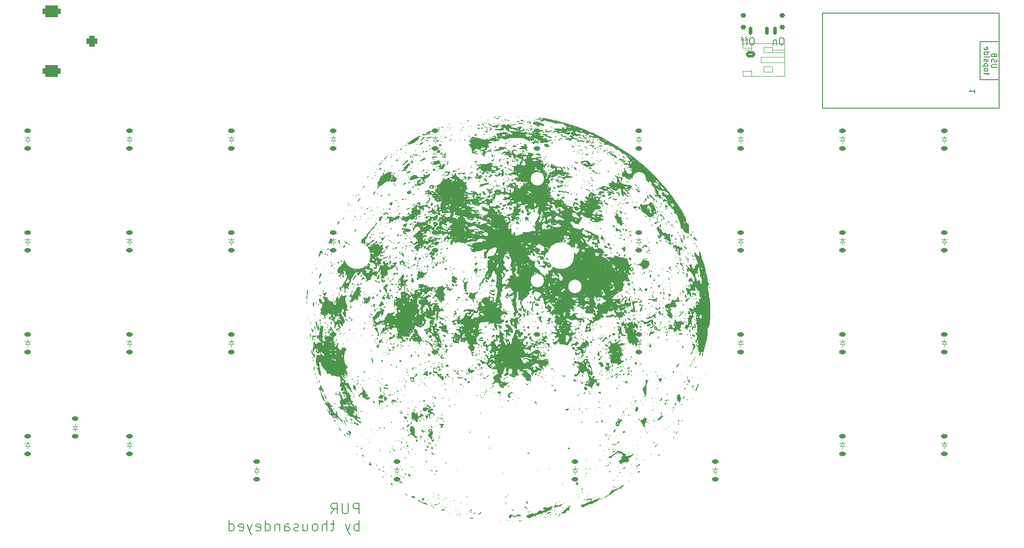
<source format=gbo>
G04 #@! TF.GenerationSoftware,KiCad,Pcbnew,7.0.5-7.0.5~ubuntu22.04.1*
G04 #@! TF.CreationDate,2023-07-14T10:16:13+02:00*
G04 #@! TF.ProjectId,pur-offset-space-55,7075722d-6f66-4667-9365-742d73706163,rev?*
G04 #@! TF.SameCoordinates,Original*
G04 #@! TF.FileFunction,Legend,Bot*
G04 #@! TF.FilePolarity,Positive*
%FSLAX46Y46*%
G04 Gerber Fmt 4.6, Leading zero omitted, Abs format (unit mm)*
G04 Created by KiCad (PCBNEW 7.0.5-7.0.5~ubuntu22.04.1) date 2023-07-14 10:16:13*
%MOMM*%
%LPD*%
G01*
G04 APERTURE LIST*
G04 Aperture macros list*
%AMRoundRect*
0 Rectangle with rounded corners*
0 $1 Rounding radius*
0 $2 $3 $4 $5 $6 $7 $8 $9 X,Y pos of 4 corners*
0 Add a 4 corners polygon primitive as box body*
4,1,4,$2,$3,$4,$5,$6,$7,$8,$9,$2,$3,0*
0 Add four circle primitives for the rounded corners*
1,1,$1+$1,$2,$3*
1,1,$1+$1,$4,$5*
1,1,$1+$1,$6,$7*
1,1,$1+$1,$8,$9*
0 Add four rect primitives between the rounded corners*
20,1,$1+$1,$2,$3,$4,$5,0*
20,1,$1+$1,$4,$5,$6,$7,0*
20,1,$1+$1,$6,$7,$8,$9,0*
20,1,$1+$1,$8,$9,$2,$3,0*%
G04 Aperture macros list end*
%ADD10C,0.150000*%
%ADD11C,0.200000*%
%ADD12C,0.100000*%
%ADD13C,0.120000*%
%ADD14C,5.000000*%
%ADD15C,2.500000*%
%ADD16C,1.752600*%
%ADD17C,2.000000*%
%ADD18RoundRect,0.500000X0.500000X0.500000X-0.500000X0.500000X-0.500000X-0.500000X0.500000X-0.500000X0*%
%ADD19RoundRect,0.550000X1.150000X0.550000X-1.150000X0.550000X-1.150000X-0.550000X1.150000X-0.550000X0*%
%ADD20RoundRect,0.225000X-0.375000X0.225000X-0.375000X-0.225000X0.375000X-0.225000X0.375000X0.225000X0*%
%ADD21RoundRect,0.225000X0.375000X-0.225000X0.375000X0.225000X-0.375000X0.225000X-0.375000X-0.225000X0*%
%ADD22RoundRect,0.200000X-0.300000X-0.200000X0.300000X-0.200000X0.300000X0.200000X-0.300000X0.200000X0*%
%ADD23C,0.900000*%
%ADD24RoundRect,0.175000X-0.175000X-0.575000X0.175000X-0.575000X0.175000X0.575000X-0.175000X0.575000X0*%
%ADD25RoundRect,0.250000X-0.625000X0.350000X-0.625000X-0.350000X0.625000X-0.350000X0.625000X0.350000X0*%
%ADD26O,1.750000X1.200000*%
G04 APERTURE END LIST*
D10*
X112861525Y-141104238D02*
X112861525Y-139104238D01*
X112861525Y-139104238D02*
X112099620Y-139104238D01*
X112099620Y-139104238D02*
X111909144Y-139199476D01*
X111909144Y-139199476D02*
X111813906Y-139294714D01*
X111813906Y-139294714D02*
X111718668Y-139485190D01*
X111718668Y-139485190D02*
X111718668Y-139770904D01*
X111718668Y-139770904D02*
X111813906Y-139961380D01*
X111813906Y-139961380D02*
X111909144Y-140056619D01*
X111909144Y-140056619D02*
X112099620Y-140151857D01*
X112099620Y-140151857D02*
X112861525Y-140151857D01*
X110861525Y-139104238D02*
X110861525Y-140723285D01*
X110861525Y-140723285D02*
X110766287Y-140913761D01*
X110766287Y-140913761D02*
X110671049Y-141009000D01*
X110671049Y-141009000D02*
X110480573Y-141104238D01*
X110480573Y-141104238D02*
X110099620Y-141104238D01*
X110099620Y-141104238D02*
X109909144Y-141009000D01*
X109909144Y-141009000D02*
X109813906Y-140913761D01*
X109813906Y-140913761D02*
X109718668Y-140723285D01*
X109718668Y-140723285D02*
X109718668Y-139104238D01*
X107623430Y-141104238D02*
X108290097Y-140151857D01*
X108766287Y-141104238D02*
X108766287Y-139104238D01*
X108766287Y-139104238D02*
X108004382Y-139104238D01*
X108004382Y-139104238D02*
X107813906Y-139199476D01*
X107813906Y-139199476D02*
X107718668Y-139294714D01*
X107718668Y-139294714D02*
X107623430Y-139485190D01*
X107623430Y-139485190D02*
X107623430Y-139770904D01*
X107623430Y-139770904D02*
X107718668Y-139961380D01*
X107718668Y-139961380D02*
X107813906Y-140056619D01*
X107813906Y-140056619D02*
X108004382Y-140151857D01*
X108004382Y-140151857D02*
X108766287Y-140151857D01*
X112861525Y-144324238D02*
X112861525Y-142324238D01*
X112861525Y-143086142D02*
X112671049Y-142990904D01*
X112671049Y-142990904D02*
X112290096Y-142990904D01*
X112290096Y-142990904D02*
X112099620Y-143086142D01*
X112099620Y-143086142D02*
X112004382Y-143181380D01*
X112004382Y-143181380D02*
X111909144Y-143371857D01*
X111909144Y-143371857D02*
X111909144Y-143943285D01*
X111909144Y-143943285D02*
X112004382Y-144133761D01*
X112004382Y-144133761D02*
X112099620Y-144229000D01*
X112099620Y-144229000D02*
X112290096Y-144324238D01*
X112290096Y-144324238D02*
X112671049Y-144324238D01*
X112671049Y-144324238D02*
X112861525Y-144229000D01*
X111242477Y-142990904D02*
X110766287Y-144324238D01*
X110290096Y-142990904D02*
X110766287Y-144324238D01*
X110766287Y-144324238D02*
X110956763Y-144800428D01*
X110956763Y-144800428D02*
X111052001Y-144895666D01*
X111052001Y-144895666D02*
X111242477Y-144990904D01*
X108290095Y-142990904D02*
X107528191Y-142990904D01*
X108004381Y-142324238D02*
X108004381Y-144038523D01*
X108004381Y-144038523D02*
X107909143Y-144229000D01*
X107909143Y-144229000D02*
X107718667Y-144324238D01*
X107718667Y-144324238D02*
X107528191Y-144324238D01*
X106861524Y-144324238D02*
X106861524Y-142324238D01*
X106004381Y-144324238D02*
X106004381Y-143276619D01*
X106004381Y-143276619D02*
X106099619Y-143086142D01*
X106099619Y-143086142D02*
X106290095Y-142990904D01*
X106290095Y-142990904D02*
X106575810Y-142990904D01*
X106575810Y-142990904D02*
X106766286Y-143086142D01*
X106766286Y-143086142D02*
X106861524Y-143181380D01*
X104766286Y-144324238D02*
X104956762Y-144229000D01*
X104956762Y-144229000D02*
X105052000Y-144133761D01*
X105052000Y-144133761D02*
X105147238Y-143943285D01*
X105147238Y-143943285D02*
X105147238Y-143371857D01*
X105147238Y-143371857D02*
X105052000Y-143181380D01*
X105052000Y-143181380D02*
X104956762Y-143086142D01*
X104956762Y-143086142D02*
X104766286Y-142990904D01*
X104766286Y-142990904D02*
X104480571Y-142990904D01*
X104480571Y-142990904D02*
X104290095Y-143086142D01*
X104290095Y-143086142D02*
X104194857Y-143181380D01*
X104194857Y-143181380D02*
X104099619Y-143371857D01*
X104099619Y-143371857D02*
X104099619Y-143943285D01*
X104099619Y-143943285D02*
X104194857Y-144133761D01*
X104194857Y-144133761D02*
X104290095Y-144229000D01*
X104290095Y-144229000D02*
X104480571Y-144324238D01*
X104480571Y-144324238D02*
X104766286Y-144324238D01*
X102385333Y-142990904D02*
X102385333Y-144324238D01*
X103242476Y-142990904D02*
X103242476Y-144038523D01*
X103242476Y-144038523D02*
X103147238Y-144229000D01*
X103147238Y-144229000D02*
X102956762Y-144324238D01*
X102956762Y-144324238D02*
X102671047Y-144324238D01*
X102671047Y-144324238D02*
X102480571Y-144229000D01*
X102480571Y-144229000D02*
X102385333Y-144133761D01*
X101528190Y-144229000D02*
X101337714Y-144324238D01*
X101337714Y-144324238D02*
X100956762Y-144324238D01*
X100956762Y-144324238D02*
X100766285Y-144229000D01*
X100766285Y-144229000D02*
X100671047Y-144038523D01*
X100671047Y-144038523D02*
X100671047Y-143943285D01*
X100671047Y-143943285D02*
X100766285Y-143752809D01*
X100766285Y-143752809D02*
X100956762Y-143657571D01*
X100956762Y-143657571D02*
X101242476Y-143657571D01*
X101242476Y-143657571D02*
X101432952Y-143562333D01*
X101432952Y-143562333D02*
X101528190Y-143371857D01*
X101528190Y-143371857D02*
X101528190Y-143276619D01*
X101528190Y-143276619D02*
X101432952Y-143086142D01*
X101432952Y-143086142D02*
X101242476Y-142990904D01*
X101242476Y-142990904D02*
X100956762Y-142990904D01*
X100956762Y-142990904D02*
X100766285Y-143086142D01*
X98956761Y-144324238D02*
X98956761Y-143276619D01*
X98956761Y-143276619D02*
X99051999Y-143086142D01*
X99051999Y-143086142D02*
X99242475Y-142990904D01*
X99242475Y-142990904D02*
X99623428Y-142990904D01*
X99623428Y-142990904D02*
X99813904Y-143086142D01*
X98956761Y-144229000D02*
X99147237Y-144324238D01*
X99147237Y-144324238D02*
X99623428Y-144324238D01*
X99623428Y-144324238D02*
X99813904Y-144229000D01*
X99813904Y-144229000D02*
X99909142Y-144038523D01*
X99909142Y-144038523D02*
X99909142Y-143848047D01*
X99909142Y-143848047D02*
X99813904Y-143657571D01*
X99813904Y-143657571D02*
X99623428Y-143562333D01*
X99623428Y-143562333D02*
X99147237Y-143562333D01*
X99147237Y-143562333D02*
X98956761Y-143467095D01*
X98004380Y-142990904D02*
X98004380Y-144324238D01*
X98004380Y-143181380D02*
X97909142Y-143086142D01*
X97909142Y-143086142D02*
X97718666Y-142990904D01*
X97718666Y-142990904D02*
X97432951Y-142990904D01*
X97432951Y-142990904D02*
X97242475Y-143086142D01*
X97242475Y-143086142D02*
X97147237Y-143276619D01*
X97147237Y-143276619D02*
X97147237Y-144324238D01*
X95337713Y-144324238D02*
X95337713Y-142324238D01*
X95337713Y-144229000D02*
X95528189Y-144324238D01*
X95528189Y-144324238D02*
X95909142Y-144324238D01*
X95909142Y-144324238D02*
X96099618Y-144229000D01*
X96099618Y-144229000D02*
X96194856Y-144133761D01*
X96194856Y-144133761D02*
X96290094Y-143943285D01*
X96290094Y-143943285D02*
X96290094Y-143371857D01*
X96290094Y-143371857D02*
X96194856Y-143181380D01*
X96194856Y-143181380D02*
X96099618Y-143086142D01*
X96099618Y-143086142D02*
X95909142Y-142990904D01*
X95909142Y-142990904D02*
X95528189Y-142990904D01*
X95528189Y-142990904D02*
X95337713Y-143086142D01*
X93623427Y-144229000D02*
X93813903Y-144324238D01*
X93813903Y-144324238D02*
X94194856Y-144324238D01*
X94194856Y-144324238D02*
X94385332Y-144229000D01*
X94385332Y-144229000D02*
X94480570Y-144038523D01*
X94480570Y-144038523D02*
X94480570Y-143276619D01*
X94480570Y-143276619D02*
X94385332Y-143086142D01*
X94385332Y-143086142D02*
X94194856Y-142990904D01*
X94194856Y-142990904D02*
X93813903Y-142990904D01*
X93813903Y-142990904D02*
X93623427Y-143086142D01*
X93623427Y-143086142D02*
X93528189Y-143276619D01*
X93528189Y-143276619D02*
X93528189Y-143467095D01*
X93528189Y-143467095D02*
X94480570Y-143657571D01*
X92861522Y-142990904D02*
X92385332Y-144324238D01*
X91909141Y-142990904D02*
X92385332Y-144324238D01*
X92385332Y-144324238D02*
X92575808Y-144800428D01*
X92575808Y-144800428D02*
X92671046Y-144895666D01*
X92671046Y-144895666D02*
X92861522Y-144990904D01*
X90385331Y-144229000D02*
X90575807Y-144324238D01*
X90575807Y-144324238D02*
X90956760Y-144324238D01*
X90956760Y-144324238D02*
X91147236Y-144229000D01*
X91147236Y-144229000D02*
X91242474Y-144038523D01*
X91242474Y-144038523D02*
X91242474Y-143276619D01*
X91242474Y-143276619D02*
X91147236Y-143086142D01*
X91147236Y-143086142D02*
X90956760Y-142990904D01*
X90956760Y-142990904D02*
X90575807Y-142990904D01*
X90575807Y-142990904D02*
X90385331Y-143086142D01*
X90385331Y-143086142D02*
X90290093Y-143276619D01*
X90290093Y-143276619D02*
X90290093Y-143467095D01*
X90290093Y-143467095D02*
X91242474Y-143657571D01*
X88575807Y-144324238D02*
X88575807Y-142324238D01*
X88575807Y-144229000D02*
X88766283Y-144324238D01*
X88766283Y-144324238D02*
X89147236Y-144324238D01*
X89147236Y-144324238D02*
X89337712Y-144229000D01*
X89337712Y-144229000D02*
X89432950Y-144133761D01*
X89432950Y-144133761D02*
X89528188Y-143943285D01*
X89528188Y-143943285D02*
X89528188Y-143371857D01*
X89528188Y-143371857D02*
X89432950Y-143181380D01*
X89432950Y-143181380D02*
X89337712Y-143086142D01*
X89337712Y-143086142D02*
X89147236Y-142990904D01*
X89147236Y-142990904D02*
X88766283Y-142990904D01*
X88766283Y-142990904D02*
X88575807Y-143086142D01*
D11*
X192038904Y-52030204D02*
X191791285Y-52030204D01*
X191791285Y-52030204D02*
X191667475Y-52092109D01*
X191667475Y-52092109D02*
X191543666Y-52215919D01*
X191543666Y-52215919D02*
X191481761Y-52463538D01*
X191481761Y-52463538D02*
X191481761Y-52896871D01*
X191481761Y-52896871D02*
X191543666Y-53144490D01*
X191543666Y-53144490D02*
X191667475Y-53268300D01*
X191667475Y-53268300D02*
X191791285Y-53330204D01*
X191791285Y-53330204D02*
X192038904Y-53330204D01*
X192038904Y-53330204D02*
X192162713Y-53268300D01*
X192162713Y-53268300D02*
X192286523Y-53144490D01*
X192286523Y-53144490D02*
X192348427Y-52896871D01*
X192348427Y-52896871D02*
X192348427Y-52463538D01*
X192348427Y-52463538D02*
X192286523Y-52215919D01*
X192286523Y-52215919D02*
X192162713Y-52092109D01*
X192162713Y-52092109D02*
X192038904Y-52030204D01*
X190924618Y-52463538D02*
X190924618Y-53330204D01*
X190924618Y-52587347D02*
X190862713Y-52525442D01*
X190862713Y-52525442D02*
X190738903Y-52463538D01*
X190738903Y-52463538D02*
X190553189Y-52463538D01*
X190553189Y-52463538D02*
X190429380Y-52525442D01*
X190429380Y-52525442D02*
X190367475Y-52649252D01*
X190367475Y-52649252D02*
X190367475Y-53330204D01*
X186493666Y-52030204D02*
X186246047Y-52030204D01*
X186246047Y-52030204D02*
X186122237Y-52092109D01*
X186122237Y-52092109D02*
X185998428Y-52215919D01*
X185998428Y-52215919D02*
X185936523Y-52463538D01*
X185936523Y-52463538D02*
X185936523Y-52896871D01*
X185936523Y-52896871D02*
X185998428Y-53144490D01*
X185998428Y-53144490D02*
X186122237Y-53268300D01*
X186122237Y-53268300D02*
X186246047Y-53330204D01*
X186246047Y-53330204D02*
X186493666Y-53330204D01*
X186493666Y-53330204D02*
X186617475Y-53268300D01*
X186617475Y-53268300D02*
X186741285Y-53144490D01*
X186741285Y-53144490D02*
X186803189Y-52896871D01*
X186803189Y-52896871D02*
X186803189Y-52463538D01*
X186803189Y-52463538D02*
X186741285Y-52215919D01*
X186741285Y-52215919D02*
X186617475Y-52092109D01*
X186617475Y-52092109D02*
X186493666Y-52030204D01*
X185565094Y-52463538D02*
X185069856Y-52463538D01*
X185379380Y-53330204D02*
X185379380Y-52215919D01*
X185379380Y-52215919D02*
X185317475Y-52092109D01*
X185317475Y-52092109D02*
X185193665Y-52030204D01*
X185193665Y-52030204D02*
X185069856Y-52030204D01*
X184822237Y-52463538D02*
X184326999Y-52463538D01*
X184636523Y-53330204D02*
X184636523Y-52215919D01*
X184636523Y-52215919D02*
X184574618Y-52092109D01*
X184574618Y-52092109D02*
X184450808Y-52030204D01*
X184450808Y-52030204D02*
X184326999Y-52030204D01*
D10*
X227985519Y-62337914D02*
X227985519Y-61766486D01*
X227985519Y-62052200D02*
X226985519Y-62052200D01*
X226985519Y-62052200D02*
X227128376Y-61956962D01*
X227128376Y-61956962D02*
X227223614Y-61861724D01*
X227223614Y-61861724D02*
X227271233Y-61766486D01*
X232163380Y-57599104D02*
X231353857Y-57599104D01*
X231353857Y-57599104D02*
X231258619Y-57551485D01*
X231258619Y-57551485D02*
X231211000Y-57503866D01*
X231211000Y-57503866D02*
X231163380Y-57408628D01*
X231163380Y-57408628D02*
X231163380Y-57218152D01*
X231163380Y-57218152D02*
X231211000Y-57122914D01*
X231211000Y-57122914D02*
X231258619Y-57075295D01*
X231258619Y-57075295D02*
X231353857Y-57027676D01*
X231353857Y-57027676D02*
X232163380Y-57027676D01*
X231211000Y-56599104D02*
X231163380Y-56456247D01*
X231163380Y-56456247D02*
X231163380Y-56218152D01*
X231163380Y-56218152D02*
X231211000Y-56122914D01*
X231211000Y-56122914D02*
X231258619Y-56075295D01*
X231258619Y-56075295D02*
X231353857Y-56027676D01*
X231353857Y-56027676D02*
X231449095Y-56027676D01*
X231449095Y-56027676D02*
X231544333Y-56075295D01*
X231544333Y-56075295D02*
X231591952Y-56122914D01*
X231591952Y-56122914D02*
X231639571Y-56218152D01*
X231639571Y-56218152D02*
X231687190Y-56408628D01*
X231687190Y-56408628D02*
X231734809Y-56503866D01*
X231734809Y-56503866D02*
X231782428Y-56551485D01*
X231782428Y-56551485D02*
X231877666Y-56599104D01*
X231877666Y-56599104D02*
X231972904Y-56599104D01*
X231972904Y-56599104D02*
X232068142Y-56551485D01*
X232068142Y-56551485D02*
X232115761Y-56503866D01*
X232115761Y-56503866D02*
X232163380Y-56408628D01*
X232163380Y-56408628D02*
X232163380Y-56170533D01*
X232163380Y-56170533D02*
X232115761Y-56027676D01*
X231687190Y-55265771D02*
X231639571Y-55122914D01*
X231639571Y-55122914D02*
X231591952Y-55075295D01*
X231591952Y-55075295D02*
X231496714Y-55027676D01*
X231496714Y-55027676D02*
X231353857Y-55027676D01*
X231353857Y-55027676D02*
X231258619Y-55075295D01*
X231258619Y-55075295D02*
X231211000Y-55122914D01*
X231211000Y-55122914D02*
X231163380Y-55218152D01*
X231163380Y-55218152D02*
X231163380Y-55599104D01*
X231163380Y-55599104D02*
X232163380Y-55599104D01*
X232163380Y-55599104D02*
X232163380Y-55265771D01*
X232163380Y-55265771D02*
X232115761Y-55170533D01*
X232115761Y-55170533D02*
X232068142Y-55122914D01*
X232068142Y-55122914D02*
X231972904Y-55075295D01*
X231972904Y-55075295D02*
X231877666Y-55075295D01*
X231877666Y-55075295D02*
X231782428Y-55122914D01*
X231782428Y-55122914D02*
X231734809Y-55170533D01*
X231734809Y-55170533D02*
X231687190Y-55265771D01*
X231687190Y-55265771D02*
X231687190Y-55599104D01*
X230430047Y-58956247D02*
X230430047Y-58575295D01*
X230763380Y-58813390D02*
X229906238Y-58813390D01*
X229906238Y-58813390D02*
X229811000Y-58765771D01*
X229811000Y-58765771D02*
X229763380Y-58670533D01*
X229763380Y-58670533D02*
X229763380Y-58575295D01*
X229763380Y-58099104D02*
X229811000Y-58194342D01*
X229811000Y-58194342D02*
X229858619Y-58241961D01*
X229858619Y-58241961D02*
X229953857Y-58289580D01*
X229953857Y-58289580D02*
X230239571Y-58289580D01*
X230239571Y-58289580D02*
X230334809Y-58241961D01*
X230334809Y-58241961D02*
X230382428Y-58194342D01*
X230382428Y-58194342D02*
X230430047Y-58099104D01*
X230430047Y-58099104D02*
X230430047Y-57956247D01*
X230430047Y-57956247D02*
X230382428Y-57861009D01*
X230382428Y-57861009D02*
X230334809Y-57813390D01*
X230334809Y-57813390D02*
X230239571Y-57765771D01*
X230239571Y-57765771D02*
X229953857Y-57765771D01*
X229953857Y-57765771D02*
X229858619Y-57813390D01*
X229858619Y-57813390D02*
X229811000Y-57861009D01*
X229811000Y-57861009D02*
X229763380Y-57956247D01*
X229763380Y-57956247D02*
X229763380Y-58099104D01*
X230430047Y-57337199D02*
X229430047Y-57337199D01*
X230382428Y-57337199D02*
X230430047Y-57241961D01*
X230430047Y-57241961D02*
X230430047Y-57051485D01*
X230430047Y-57051485D02*
X230382428Y-56956247D01*
X230382428Y-56956247D02*
X230334809Y-56908628D01*
X230334809Y-56908628D02*
X230239571Y-56861009D01*
X230239571Y-56861009D02*
X229953857Y-56861009D01*
X229953857Y-56861009D02*
X229858619Y-56908628D01*
X229858619Y-56908628D02*
X229811000Y-56956247D01*
X229811000Y-56956247D02*
X229763380Y-57051485D01*
X229763380Y-57051485D02*
X229763380Y-57241961D01*
X229763380Y-57241961D02*
X229811000Y-57337199D01*
X229811000Y-56480056D02*
X229763380Y-56384818D01*
X229763380Y-56384818D02*
X229763380Y-56194342D01*
X229763380Y-56194342D02*
X229811000Y-56099104D01*
X229811000Y-56099104D02*
X229906238Y-56051485D01*
X229906238Y-56051485D02*
X229953857Y-56051485D01*
X229953857Y-56051485D02*
X230049095Y-56099104D01*
X230049095Y-56099104D02*
X230096714Y-56194342D01*
X230096714Y-56194342D02*
X230096714Y-56337199D01*
X230096714Y-56337199D02*
X230144333Y-56432437D01*
X230144333Y-56432437D02*
X230239571Y-56480056D01*
X230239571Y-56480056D02*
X230287190Y-56480056D01*
X230287190Y-56480056D02*
X230382428Y-56432437D01*
X230382428Y-56432437D02*
X230430047Y-56337199D01*
X230430047Y-56337199D02*
X230430047Y-56194342D01*
X230430047Y-56194342D02*
X230382428Y-56099104D01*
X229763380Y-55622913D02*
X230430047Y-55622913D01*
X230763380Y-55622913D02*
X230715761Y-55670532D01*
X230715761Y-55670532D02*
X230668142Y-55622913D01*
X230668142Y-55622913D02*
X230715761Y-55575294D01*
X230715761Y-55575294D02*
X230763380Y-55622913D01*
X230763380Y-55622913D02*
X230668142Y-55622913D01*
X229763380Y-54718152D02*
X230763380Y-54718152D01*
X229811000Y-54718152D02*
X229763380Y-54813390D01*
X229763380Y-54813390D02*
X229763380Y-55003866D01*
X229763380Y-55003866D02*
X229811000Y-55099104D01*
X229811000Y-55099104D02*
X229858619Y-55146723D01*
X229858619Y-55146723D02*
X229953857Y-55194342D01*
X229953857Y-55194342D02*
X230239571Y-55194342D01*
X230239571Y-55194342D02*
X230334809Y-55146723D01*
X230334809Y-55146723D02*
X230382428Y-55099104D01*
X230382428Y-55099104D02*
X230430047Y-55003866D01*
X230430047Y-55003866D02*
X230430047Y-54813390D01*
X230430047Y-54813390D02*
X230382428Y-54718152D01*
X229811000Y-53861009D02*
X229763380Y-53956247D01*
X229763380Y-53956247D02*
X229763380Y-54146723D01*
X229763380Y-54146723D02*
X229811000Y-54241961D01*
X229811000Y-54241961D02*
X229906238Y-54289580D01*
X229906238Y-54289580D02*
X230287190Y-54289580D01*
X230287190Y-54289580D02*
X230382428Y-54241961D01*
X230382428Y-54241961D02*
X230430047Y-54146723D01*
X230430047Y-54146723D02*
X230430047Y-53956247D01*
X230430047Y-53956247D02*
X230382428Y-53861009D01*
X230382428Y-53861009D02*
X230287190Y-53813390D01*
X230287190Y-53813390D02*
X230191952Y-53813390D01*
X230191952Y-53813390D02*
X230096714Y-54289580D01*
G36*
X159392332Y-73514028D02*
G01*
X159391971Y-73514229D01*
X159391835Y-73513740D01*
X159392332Y-73514028D01*
G37*
G36*
X177680816Y-115007292D02*
G01*
X177631970Y-115056138D01*
X177583123Y-115007292D01*
X177631970Y-114958446D01*
X177680816Y-115007292D01*
G37*
G36*
X176801585Y-111783446D02*
G01*
X176752739Y-111832292D01*
X176703893Y-111783446D01*
X176752739Y-111734600D01*
X176801585Y-111783446D01*
G37*
G36*
X176410816Y-112858061D02*
G01*
X176361970Y-112906907D01*
X176313123Y-112858061D01*
X176361970Y-112809215D01*
X176410816Y-112858061D01*
G37*
G36*
X176313123Y-92538061D02*
G01*
X176264277Y-92586907D01*
X176215431Y-92538061D01*
X176264277Y-92489215D01*
X176313123Y-92538061D01*
G37*
G36*
X175824662Y-110415754D02*
G01*
X175775816Y-110464600D01*
X175726970Y-110415754D01*
X175775816Y-110366907D01*
X175824662Y-110415754D01*
G37*
G36*
X175726970Y-106703446D02*
G01*
X175678123Y-106752292D01*
X175629277Y-106703446D01*
X175678123Y-106654600D01*
X175726970Y-106703446D01*
G37*
G36*
X175629277Y-101818830D02*
G01*
X175580431Y-101867677D01*
X175531585Y-101818830D01*
X175580431Y-101769984D01*
X175629277Y-101818830D01*
G37*
G36*
X175629277Y-112564984D02*
G01*
X175580431Y-112613830D01*
X175531585Y-112564984D01*
X175580431Y-112516138D01*
X175629277Y-112564984D01*
G37*
G36*
X175629277Y-112858061D02*
G01*
X175580431Y-112906907D01*
X175531585Y-112858061D01*
X175580431Y-112809215D01*
X175629277Y-112858061D01*
G37*
G36*
X175531585Y-114225754D02*
G01*
X175482739Y-114274600D01*
X175433893Y-114225754D01*
X175482739Y-114176907D01*
X175531585Y-114225754D01*
G37*
G36*
X175433893Y-107191907D02*
G01*
X175385047Y-107240754D01*
X175336200Y-107191907D01*
X175385047Y-107143061D01*
X175433893Y-107191907D01*
G37*
G36*
X175238508Y-114030369D02*
G01*
X175189662Y-114079215D01*
X175140816Y-114030369D01*
X175189662Y-113981523D01*
X175238508Y-114030369D01*
G37*
G36*
X175238508Y-115593446D02*
G01*
X175189662Y-115642292D01*
X175140816Y-115593446D01*
X175189662Y-115544600D01*
X175238508Y-115593446D01*
G37*
G36*
X175043123Y-87653446D02*
G01*
X174994277Y-87702292D01*
X174945431Y-87653446D01*
X174994277Y-87604600D01*
X175043123Y-87653446D01*
G37*
G36*
X174750047Y-87067292D02*
G01*
X174701200Y-87116138D01*
X174652354Y-87067292D01*
X174701200Y-87018446D01*
X174750047Y-87067292D01*
G37*
G36*
X174750047Y-107387292D02*
G01*
X174701200Y-107436138D01*
X174652354Y-107387292D01*
X174701200Y-107338446D01*
X174750047Y-107387292D01*
G37*
G36*
X174652354Y-91854215D02*
G01*
X174603508Y-91903061D01*
X174554662Y-91854215D01*
X174603508Y-91805369D01*
X174652354Y-91854215D01*
G37*
G36*
X174359277Y-91951907D02*
G01*
X174310431Y-92000754D01*
X174261585Y-91951907D01*
X174310431Y-91903061D01*
X174359277Y-91951907D01*
G37*
G36*
X174359277Y-116374984D02*
G01*
X174310431Y-116423830D01*
X174261585Y-116374984D01*
X174310431Y-116326138D01*
X174359277Y-116374984D01*
G37*
G36*
X174261585Y-89998061D02*
G01*
X174212739Y-90046907D01*
X174163893Y-89998061D01*
X174212739Y-89949215D01*
X174261585Y-89998061D01*
G37*
G36*
X174163893Y-97422677D02*
G01*
X174115047Y-97471523D01*
X174066200Y-97422677D01*
X174115047Y-97373830D01*
X174163893Y-97422677D01*
G37*
G36*
X174163893Y-119403446D02*
G01*
X174115047Y-119452292D01*
X174066200Y-119403446D01*
X174115047Y-119354600D01*
X174163893Y-119403446D01*
G37*
G36*
X174066200Y-93710369D02*
G01*
X174017354Y-93759215D01*
X173968508Y-93710369D01*
X174017354Y-93661523D01*
X174066200Y-93710369D01*
G37*
G36*
X174066200Y-118719600D02*
G01*
X174017354Y-118768446D01*
X173968508Y-118719600D01*
X174017354Y-118670754D01*
X174066200Y-118719600D01*
G37*
G36*
X173186970Y-92244984D02*
G01*
X173138123Y-92293830D01*
X173089277Y-92244984D01*
X173138123Y-92196138D01*
X173186970Y-92244984D01*
G37*
G36*
X173186970Y-114909600D02*
G01*
X173138123Y-114958446D01*
X173089277Y-114909600D01*
X173138123Y-114860754D01*
X173186970Y-114909600D01*
G37*
G36*
X172991585Y-100744215D02*
G01*
X172942739Y-100793061D01*
X172893893Y-100744215D01*
X172942739Y-100695369D01*
X172991585Y-100744215D01*
G37*
G36*
X172991585Y-125069600D02*
G01*
X172942739Y-125118446D01*
X172893893Y-125069600D01*
X172942739Y-125020754D01*
X172991585Y-125069600D01*
G37*
G36*
X172893893Y-102111907D02*
G01*
X172845047Y-102160754D01*
X172796200Y-102111907D01*
X172845047Y-102063061D01*
X172893893Y-102111907D01*
G37*
G36*
X172796200Y-88141907D02*
G01*
X172747354Y-88190754D01*
X172698508Y-88141907D01*
X172747354Y-88093061D01*
X172796200Y-88141907D01*
G37*
G36*
X172796200Y-114128061D02*
G01*
X172747354Y-114176907D01*
X172698508Y-114128061D01*
X172747354Y-114079215D01*
X172796200Y-114128061D01*
G37*
G36*
X172698508Y-120478061D02*
G01*
X172649662Y-120526907D01*
X172600816Y-120478061D01*
X172649662Y-120429215D01*
X172698508Y-120478061D01*
G37*
G36*
X172698508Y-123994984D02*
G01*
X172649662Y-124043830D01*
X172600816Y-123994984D01*
X172649662Y-123946138D01*
X172698508Y-123994984D01*
G37*
G36*
X172503123Y-107191907D02*
G01*
X172454277Y-107240754D01*
X172405431Y-107191907D01*
X172454277Y-107143061D01*
X172503123Y-107191907D01*
G37*
G36*
X172307739Y-119501138D02*
G01*
X172258893Y-119549984D01*
X172210047Y-119501138D01*
X172258893Y-119452292D01*
X172307739Y-119501138D01*
G37*
G36*
X172210047Y-93514984D02*
G01*
X172161200Y-93563830D01*
X172112354Y-93514984D01*
X172161200Y-93466138D01*
X172210047Y-93514984D01*
G37*
G36*
X172014662Y-98985754D02*
G01*
X171965816Y-99034600D01*
X171916970Y-98985754D01*
X171965816Y-98936907D01*
X172014662Y-98985754D01*
G37*
G36*
X171819277Y-98204215D02*
G01*
X171770431Y-98253061D01*
X171721585Y-98204215D01*
X171770431Y-98155369D01*
X171819277Y-98204215D01*
G37*
G36*
X171819277Y-115300369D02*
G01*
X171770431Y-115349215D01*
X171721585Y-115300369D01*
X171770431Y-115251523D01*
X171819277Y-115300369D01*
G37*
G36*
X171721585Y-94980369D02*
G01*
X171672739Y-95029215D01*
X171623893Y-94980369D01*
X171672739Y-94931523D01*
X171721585Y-94980369D01*
G37*
G36*
X171623893Y-105140369D02*
G01*
X171575047Y-105189215D01*
X171526200Y-105140369D01*
X171575047Y-105091523D01*
X171623893Y-105140369D01*
G37*
G36*
X171526200Y-95273446D02*
G01*
X171477354Y-95322292D01*
X171428508Y-95273446D01*
X171477354Y-95224600D01*
X171526200Y-95273446D01*
G37*
G36*
X171428508Y-85308830D02*
G01*
X171379662Y-85357677D01*
X171330816Y-85308830D01*
X171379662Y-85259984D01*
X171428508Y-85308830D01*
G37*
G36*
X171428508Y-88630369D02*
G01*
X171379662Y-88679215D01*
X171330816Y-88630369D01*
X171379662Y-88581523D01*
X171428508Y-88630369D01*
G37*
G36*
X171233123Y-88337292D02*
G01*
X171184277Y-88386138D01*
X171135431Y-88337292D01*
X171184277Y-88288446D01*
X171233123Y-88337292D01*
G37*
G36*
X171233123Y-119696523D02*
G01*
X171184277Y-119745369D01*
X171135431Y-119696523D01*
X171184277Y-119647677D01*
X171233123Y-119696523D01*
G37*
G36*
X171135431Y-93417292D02*
G01*
X171086585Y-93466138D01*
X171037739Y-93417292D01*
X171086585Y-93368446D01*
X171135431Y-93417292D01*
G37*
G36*
X171135431Y-93808061D02*
G01*
X171086585Y-93856907D01*
X171037739Y-93808061D01*
X171086585Y-93759215D01*
X171135431Y-93808061D01*
G37*
G36*
X171037739Y-121357292D02*
G01*
X170988893Y-121406138D01*
X170940047Y-121357292D01*
X170988893Y-121308446D01*
X171037739Y-121357292D01*
G37*
G36*
X170744662Y-117254215D02*
G01*
X170695816Y-117303061D01*
X170646970Y-117254215D01*
X170695816Y-117205369D01*
X170744662Y-117254215D01*
G37*
G36*
X170549277Y-85601907D02*
G01*
X170500431Y-85650754D01*
X170451585Y-85601907D01*
X170500431Y-85553061D01*
X170549277Y-85601907D01*
G37*
G36*
X170451585Y-115007292D02*
G01*
X170402739Y-115056138D01*
X170353893Y-115007292D01*
X170402739Y-114958446D01*
X170451585Y-115007292D01*
G37*
G36*
X170353893Y-87164984D02*
G01*
X170305047Y-87213830D01*
X170256200Y-87164984D01*
X170305047Y-87116138D01*
X170353893Y-87164984D01*
G37*
G36*
X170353893Y-98692677D02*
G01*
X170305047Y-98741523D01*
X170256200Y-98692677D01*
X170305047Y-98643830D01*
X170353893Y-98692677D01*
G37*
G36*
X170353893Y-111294984D02*
G01*
X170305047Y-111343830D01*
X170256200Y-111294984D01*
X170305047Y-111246138D01*
X170353893Y-111294984D01*
G37*
G36*
X170256200Y-122724984D02*
G01*
X170207354Y-122773830D01*
X170158508Y-122724984D01*
X170207354Y-122676138D01*
X170256200Y-122724984D01*
G37*
G36*
X170256200Y-126632677D02*
G01*
X170207354Y-126681523D01*
X170158508Y-126632677D01*
X170207354Y-126583830D01*
X170256200Y-126632677D01*
G37*
G36*
X170158508Y-98888061D02*
G01*
X170109662Y-98936907D01*
X170060816Y-98888061D01*
X170109662Y-98839215D01*
X170158508Y-98888061D01*
G37*
G36*
X170158508Y-113639600D02*
G01*
X170109662Y-113688446D01*
X170060816Y-113639600D01*
X170109662Y-113590754D01*
X170158508Y-113639600D01*
G37*
G36*
X169865431Y-125264984D02*
G01*
X169816585Y-125313830D01*
X169767739Y-125264984D01*
X169816585Y-125216138D01*
X169865431Y-125264984D01*
G37*
G36*
X169767739Y-100451138D02*
G01*
X169718893Y-100499984D01*
X169670047Y-100451138D01*
X169718893Y-100402292D01*
X169767739Y-100451138D01*
G37*
G36*
X169767739Y-101623446D02*
G01*
X169718893Y-101672292D01*
X169670047Y-101623446D01*
X169718893Y-101574600D01*
X169767739Y-101623446D01*
G37*
G36*
X169670047Y-115007292D02*
G01*
X169621200Y-115056138D01*
X169572354Y-115007292D01*
X169621200Y-114958446D01*
X169670047Y-115007292D01*
G37*
G36*
X169572354Y-83354984D02*
G01*
X169523508Y-83403830D01*
X169474662Y-83354984D01*
X169523508Y-83306138D01*
X169572354Y-83354984D01*
G37*
G36*
X169572354Y-112955754D02*
G01*
X169523508Y-113004600D01*
X169474662Y-112955754D01*
X169523508Y-112906907D01*
X169572354Y-112955754D01*
G37*
G36*
X169572354Y-115202677D02*
G01*
X169523508Y-115251523D01*
X169474662Y-115202677D01*
X169523508Y-115153830D01*
X169572354Y-115202677D01*
G37*
G36*
X169474662Y-92928830D02*
G01*
X169425816Y-92977677D01*
X169376970Y-92928830D01*
X169425816Y-92879984D01*
X169474662Y-92928830D01*
G37*
G36*
X169474662Y-94198830D02*
G01*
X169425816Y-94247677D01*
X169376970Y-94198830D01*
X169425816Y-94149984D01*
X169474662Y-94198830D01*
G37*
G36*
X169376970Y-94784984D02*
G01*
X169328123Y-94833830D01*
X169279277Y-94784984D01*
X169328123Y-94736138D01*
X169376970Y-94784984D01*
G37*
G36*
X169376970Y-113932677D02*
G01*
X169328123Y-113981523D01*
X169279277Y-113932677D01*
X169328123Y-113883830D01*
X169376970Y-113932677D01*
G37*
G36*
X169279277Y-93124215D02*
G01*
X169230431Y-93173061D01*
X169181585Y-93124215D01*
X169230431Y-93075369D01*
X169279277Y-93124215D01*
G37*
G36*
X169181585Y-93514984D02*
G01*
X169132739Y-93563830D01*
X169083893Y-93514984D01*
X169132739Y-93466138D01*
X169181585Y-93514984D01*
G37*
G36*
X169083893Y-100744215D02*
G01*
X169035047Y-100793061D01*
X168986200Y-100744215D01*
X169035047Y-100695369D01*
X169083893Y-100744215D01*
G37*
G36*
X168986200Y-90974984D02*
G01*
X168937354Y-91023830D01*
X168888508Y-90974984D01*
X168937354Y-90926138D01*
X168986200Y-90974984D01*
G37*
G36*
X168986200Y-94394215D02*
G01*
X168937354Y-94443061D01*
X168888508Y-94394215D01*
X168937354Y-94345369D01*
X168986200Y-94394215D01*
G37*
G36*
X168790816Y-98008830D02*
G01*
X168741970Y-98057677D01*
X168693123Y-98008830D01*
X168741970Y-97959984D01*
X168790816Y-98008830D01*
G37*
G36*
X168693123Y-95761907D02*
G01*
X168644277Y-95810754D01*
X168595431Y-95761907D01*
X168644277Y-95713061D01*
X168693123Y-95761907D01*
G37*
G36*
X168595431Y-88141907D02*
G01*
X168546585Y-88190754D01*
X168497739Y-88141907D01*
X168546585Y-88093061D01*
X168595431Y-88141907D01*
G37*
G36*
X168595431Y-104261138D02*
G01*
X168546585Y-104309984D01*
X168497739Y-104261138D01*
X168546585Y-104212292D01*
X168595431Y-104261138D01*
G37*
G36*
X168595431Y-110611138D02*
G01*
X168546585Y-110659984D01*
X168497739Y-110611138D01*
X168546585Y-110562292D01*
X168595431Y-110611138D01*
G37*
G36*
X168595431Y-119891907D02*
G01*
X168546585Y-119940754D01*
X168497739Y-119891907D01*
X168546585Y-119843061D01*
X168595431Y-119891907D01*
G37*
G36*
X168497739Y-94198830D02*
G01*
X168448893Y-94247677D01*
X168400047Y-94198830D01*
X168448893Y-94149984D01*
X168497739Y-94198830D01*
G37*
G36*
X168497739Y-97813446D02*
G01*
X168448893Y-97862292D01*
X168400047Y-97813446D01*
X168448893Y-97764600D01*
X168497739Y-97813446D01*
G37*
G36*
X168497739Y-120282677D02*
G01*
X168448893Y-120331523D01*
X168400047Y-120282677D01*
X168448893Y-120233830D01*
X168497739Y-120282677D01*
G37*
G36*
X168400047Y-86090369D02*
G01*
X168351200Y-86139215D01*
X168302354Y-86090369D01*
X168351200Y-86041523D01*
X168400047Y-86090369D01*
G37*
G36*
X168400047Y-93808061D02*
G01*
X168351200Y-93856907D01*
X168302354Y-93808061D01*
X168351200Y-93759215D01*
X168400047Y-93808061D01*
G37*
G36*
X168400047Y-95273446D02*
G01*
X168351200Y-95322292D01*
X168302354Y-95273446D01*
X168351200Y-95224600D01*
X168400047Y-95273446D01*
G37*
G36*
X168400047Y-123604215D02*
G01*
X168351200Y-123653061D01*
X168302354Y-123604215D01*
X168351200Y-123555369D01*
X168400047Y-123604215D01*
G37*
G36*
X168302354Y-87262677D02*
G01*
X168253508Y-87311523D01*
X168204662Y-87262677D01*
X168253508Y-87213830D01*
X168302354Y-87262677D01*
G37*
G36*
X168302354Y-119403446D02*
G01*
X168253508Y-119452292D01*
X168204662Y-119403446D01*
X168253508Y-119354600D01*
X168302354Y-119403446D01*
G37*
G36*
X168106970Y-80619600D02*
G01*
X168058123Y-80668446D01*
X168009277Y-80619600D01*
X168058123Y-80570754D01*
X168106970Y-80619600D01*
G37*
G36*
X168106970Y-109341138D02*
G01*
X168058123Y-109389984D01*
X168009277Y-109341138D01*
X168058123Y-109292292D01*
X168106970Y-109341138D01*
G37*
G36*
X168009277Y-87262677D02*
G01*
X167960431Y-87311523D01*
X167911585Y-87262677D01*
X167960431Y-87213830D01*
X168009277Y-87262677D01*
G37*
G36*
X168009277Y-93808061D02*
G01*
X167960431Y-93856907D01*
X167911585Y-93808061D01*
X167960431Y-93759215D01*
X168009277Y-93808061D01*
G37*
G36*
X167911585Y-119696523D02*
G01*
X167862739Y-119745369D01*
X167813893Y-119696523D01*
X167862739Y-119647677D01*
X167911585Y-119696523D01*
G37*
G36*
X167911585Y-120087292D02*
G01*
X167862739Y-120136138D01*
X167813893Y-120087292D01*
X167862739Y-120038446D01*
X167911585Y-120087292D01*
G37*
G36*
X167813893Y-106605754D02*
G01*
X167765047Y-106654600D01*
X167716200Y-106605754D01*
X167765047Y-106556907D01*
X167813893Y-106605754D01*
G37*
G36*
X167716200Y-80912677D02*
G01*
X167667354Y-80961523D01*
X167618508Y-80912677D01*
X167667354Y-80863830D01*
X167716200Y-80912677D01*
G37*
G36*
X167618508Y-102502677D02*
G01*
X167569662Y-102551523D01*
X167520816Y-102502677D01*
X167569662Y-102453830D01*
X167618508Y-102502677D01*
G37*
G36*
X167520816Y-116081907D02*
G01*
X167471970Y-116130754D01*
X167423123Y-116081907D01*
X167471970Y-116033061D01*
X167520816Y-116081907D01*
G37*
G36*
X167520816Y-119794215D02*
G01*
X167471970Y-119843061D01*
X167423123Y-119794215D01*
X167471970Y-119745369D01*
X167520816Y-119794215D01*
G37*
G36*
X167325431Y-103577292D02*
G01*
X167276585Y-103626138D01*
X167227739Y-103577292D01*
X167276585Y-103528446D01*
X167325431Y-103577292D01*
G37*
G36*
X167325431Y-106605754D02*
G01*
X167276585Y-106654600D01*
X167227739Y-106605754D01*
X167276585Y-106556907D01*
X167325431Y-106605754D01*
G37*
G36*
X167325431Y-110122677D02*
G01*
X167276585Y-110171523D01*
X167227739Y-110122677D01*
X167276585Y-110073830D01*
X167325431Y-110122677D01*
G37*
G36*
X167325431Y-122822677D02*
G01*
X167276585Y-122871523D01*
X167227739Y-122822677D01*
X167276585Y-122773830D01*
X167325431Y-122822677D01*
G37*
G36*
X167227739Y-102404984D02*
G01*
X167178893Y-102453830D01*
X167130047Y-102404984D01*
X167178893Y-102356138D01*
X167227739Y-102404984D01*
G37*
G36*
X167227739Y-119696523D02*
G01*
X167178893Y-119745369D01*
X167130047Y-119696523D01*
X167178893Y-119647677D01*
X167227739Y-119696523D01*
G37*
G36*
X167227739Y-124581138D02*
G01*
X167178893Y-124629984D01*
X167130047Y-124581138D01*
X167178893Y-124532292D01*
X167227739Y-124581138D01*
G37*
G36*
X167130047Y-95957292D02*
G01*
X167081200Y-96006138D01*
X167032354Y-95957292D01*
X167081200Y-95908446D01*
X167130047Y-95957292D01*
G37*
G36*
X167130047Y-110904215D02*
G01*
X167081200Y-110953061D01*
X167032354Y-110904215D01*
X167081200Y-110855369D01*
X167130047Y-110904215D01*
G37*
G36*
X167032354Y-81205754D02*
G01*
X166983508Y-81254600D01*
X166934662Y-81205754D01*
X166983508Y-81156907D01*
X167032354Y-81205754D01*
G37*
G36*
X166836970Y-89607292D02*
G01*
X166788123Y-89656138D01*
X166739277Y-89607292D01*
X166788123Y-89558446D01*
X166836970Y-89607292D01*
G37*
G36*
X166836970Y-121748061D02*
G01*
X166788123Y-121796907D01*
X166739277Y-121748061D01*
X166788123Y-121699215D01*
X166836970Y-121748061D01*
G37*
G36*
X166739277Y-100255754D02*
G01*
X166690431Y-100304600D01*
X166641585Y-100255754D01*
X166690431Y-100206907D01*
X166739277Y-100255754D01*
G37*
G36*
X166446200Y-91365754D02*
G01*
X166397354Y-91414600D01*
X166348508Y-91365754D01*
X166397354Y-91316907D01*
X166446200Y-91365754D01*
G37*
G36*
X166446200Y-122920369D02*
G01*
X166397354Y-122969215D01*
X166348508Y-122920369D01*
X166397354Y-122871523D01*
X166446200Y-122920369D01*
G37*
G36*
X166348508Y-104554215D02*
G01*
X166299662Y-104603061D01*
X166250816Y-104554215D01*
X166299662Y-104505369D01*
X166348508Y-104554215D01*
G37*
G36*
X166250816Y-122822677D02*
G01*
X166201970Y-122871523D01*
X166153123Y-122822677D01*
X166201970Y-122773830D01*
X166250816Y-122822677D01*
G37*
G36*
X166250816Y-131028830D02*
G01*
X166201970Y-131077677D01*
X166153123Y-131028830D01*
X166201970Y-130979984D01*
X166250816Y-131028830D01*
G37*
G36*
X166153123Y-109048061D02*
G01*
X166104277Y-109096907D01*
X166055431Y-109048061D01*
X166104277Y-108999215D01*
X166153123Y-109048061D01*
G37*
G36*
X166055431Y-113053446D02*
G01*
X166006585Y-113102292D01*
X165957739Y-113053446D01*
X166006585Y-113004600D01*
X166055431Y-113053446D01*
G37*
G36*
X166055431Y-120673446D02*
G01*
X166006585Y-120722292D01*
X165957739Y-120673446D01*
X166006585Y-120624600D01*
X166055431Y-120673446D01*
G37*
G36*
X166055431Y-131224215D02*
G01*
X166006585Y-131273061D01*
X165957739Y-131224215D01*
X166006585Y-131175369D01*
X166055431Y-131224215D01*
G37*
G36*
X165762354Y-97520369D02*
G01*
X165713508Y-97569215D01*
X165664662Y-97520369D01*
X165713508Y-97471523D01*
X165762354Y-97520369D01*
G37*
G36*
X165762354Y-107484984D02*
G01*
X165713508Y-107533830D01*
X165664662Y-107484984D01*
X165713508Y-107436138D01*
X165762354Y-107484984D01*
G37*
G36*
X165664662Y-91463446D02*
G01*
X165615816Y-91512292D01*
X165566970Y-91463446D01*
X165615816Y-91414600D01*
X165664662Y-91463446D01*
G37*
G36*
X165566970Y-100939600D02*
G01*
X165518123Y-100988446D01*
X165469277Y-100939600D01*
X165518123Y-100890754D01*
X165566970Y-100939600D01*
G37*
G36*
X165566970Y-119989600D02*
G01*
X165518123Y-120038446D01*
X165469277Y-119989600D01*
X165518123Y-119940754D01*
X165566970Y-119989600D01*
G37*
G36*
X165469277Y-82084984D02*
G01*
X165420431Y-82133830D01*
X165371585Y-82084984D01*
X165420431Y-82036138D01*
X165469277Y-82084984D01*
G37*
G36*
X165469277Y-100451138D02*
G01*
X165420431Y-100499984D01*
X165371585Y-100451138D01*
X165420431Y-100402292D01*
X165469277Y-100451138D01*
G37*
G36*
X165469277Y-104749600D02*
G01*
X165420431Y-104798446D01*
X165371585Y-104749600D01*
X165420431Y-104700754D01*
X165469277Y-104749600D01*
G37*
G36*
X165371585Y-98497292D02*
G01*
X165322739Y-98546138D01*
X165273893Y-98497292D01*
X165322739Y-98448446D01*
X165371585Y-98497292D01*
G37*
G36*
X165371585Y-120478061D02*
G01*
X165322739Y-120526907D01*
X165273893Y-120478061D01*
X165322739Y-120429215D01*
X165371585Y-120478061D01*
G37*
G36*
X165176200Y-93612677D02*
G01*
X165127354Y-93661523D01*
X165078508Y-93612677D01*
X165127354Y-93563830D01*
X165176200Y-93612677D01*
G37*
G36*
X165176200Y-104847292D02*
G01*
X165127354Y-104896138D01*
X165078508Y-104847292D01*
X165127354Y-104798446D01*
X165176200Y-104847292D01*
G37*
G36*
X165176200Y-127414215D02*
G01*
X165127354Y-127463061D01*
X165078508Y-127414215D01*
X165127354Y-127365369D01*
X165176200Y-127414215D01*
G37*
G36*
X165078508Y-82671138D02*
G01*
X165029662Y-82719984D01*
X164980816Y-82671138D01*
X165029662Y-82622292D01*
X165078508Y-82671138D01*
G37*
G36*
X165078508Y-94784984D02*
G01*
X165029662Y-94833830D01*
X164980816Y-94784984D01*
X165029662Y-94736138D01*
X165078508Y-94784984D01*
G37*
G36*
X165078508Y-104651907D02*
G01*
X165029662Y-104700754D01*
X164980816Y-104651907D01*
X165029662Y-104603061D01*
X165078508Y-104651907D01*
G37*
G36*
X165078508Y-130149600D02*
G01*
X165029662Y-130198446D01*
X164980816Y-130149600D01*
X165029662Y-130100754D01*
X165078508Y-130149600D01*
G37*
G36*
X164980816Y-102014215D02*
G01*
X164931970Y-102063061D01*
X164883123Y-102014215D01*
X164931970Y-101965369D01*
X164980816Y-102014215D01*
G37*
G36*
X164980816Y-128293446D02*
G01*
X164931970Y-128342292D01*
X164883123Y-128293446D01*
X164931970Y-128244600D01*
X164980816Y-128293446D01*
G37*
G36*
X164883123Y-82378061D02*
G01*
X164834277Y-82426907D01*
X164785431Y-82378061D01*
X164834277Y-82329215D01*
X164883123Y-82378061D01*
G37*
G36*
X164883123Y-105335754D02*
G01*
X164834277Y-105384600D01*
X164785431Y-105335754D01*
X164834277Y-105286907D01*
X164883123Y-105335754D01*
G37*
G36*
X164883123Y-110024984D02*
G01*
X164834277Y-110073830D01*
X164785431Y-110024984D01*
X164834277Y-109976138D01*
X164883123Y-110024984D01*
G37*
G36*
X164883123Y-123604215D02*
G01*
X164834277Y-123653061D01*
X164785431Y-123604215D01*
X164834277Y-123555369D01*
X164883123Y-123604215D01*
G37*
G36*
X164785431Y-96445754D02*
G01*
X164736585Y-96494600D01*
X164687739Y-96445754D01*
X164736585Y-96396907D01*
X164785431Y-96445754D01*
G37*
G36*
X164785431Y-103577292D02*
G01*
X164736585Y-103626138D01*
X164687739Y-103577292D01*
X164736585Y-103528446D01*
X164785431Y-103577292D01*
G37*
G36*
X164687739Y-115202677D02*
G01*
X164638893Y-115251523D01*
X164590047Y-115202677D01*
X164638893Y-115153830D01*
X164687739Y-115202677D01*
G37*
G36*
X164687739Y-123799600D02*
G01*
X164638893Y-123848446D01*
X164590047Y-123799600D01*
X164638893Y-123750754D01*
X164687739Y-123799600D01*
G37*
G36*
X164590047Y-79935754D02*
G01*
X164541200Y-79984600D01*
X164492354Y-79935754D01*
X164541200Y-79886907D01*
X164590047Y-79935754D01*
G37*
G36*
X164590047Y-95859600D02*
G01*
X164541200Y-95908446D01*
X164492354Y-95859600D01*
X164541200Y-95810754D01*
X164590047Y-95859600D01*
G37*
G36*
X164492354Y-100939600D02*
G01*
X164443508Y-100988446D01*
X164394662Y-100939600D01*
X164443508Y-100890754D01*
X164492354Y-100939600D01*
G37*
G36*
X164492354Y-121161907D02*
G01*
X164443508Y-121210754D01*
X164394662Y-121161907D01*
X164443508Y-121113061D01*
X164492354Y-121161907D01*
G37*
G36*
X164492354Y-122627292D02*
G01*
X164443508Y-122676138D01*
X164394662Y-122627292D01*
X164443508Y-122578446D01*
X164492354Y-122627292D01*
G37*
G36*
X164394662Y-116961138D02*
G01*
X164345816Y-117009984D01*
X164296970Y-116961138D01*
X164345816Y-116912292D01*
X164394662Y-116961138D01*
G37*
G36*
X164296970Y-100841907D02*
G01*
X164248123Y-100890754D01*
X164199277Y-100841907D01*
X164248123Y-100793061D01*
X164296970Y-100841907D01*
G37*
G36*
X164296970Y-101134984D02*
G01*
X164248123Y-101183830D01*
X164199277Y-101134984D01*
X164248123Y-101086138D01*
X164296970Y-101134984D01*
G37*
G36*
X164296970Y-115495754D02*
G01*
X164248123Y-115544600D01*
X164199277Y-115495754D01*
X164248123Y-115446907D01*
X164296970Y-115495754D01*
G37*
G36*
X164296970Y-133178061D02*
G01*
X164248123Y-133226907D01*
X164199277Y-133178061D01*
X164248123Y-133129215D01*
X164296970Y-133178061D01*
G37*
G36*
X164199277Y-121454984D02*
G01*
X164150431Y-121503830D01*
X164101585Y-121454984D01*
X164150431Y-121406138D01*
X164199277Y-121454984D01*
G37*
G36*
X164101585Y-89998061D02*
G01*
X164052739Y-90046907D01*
X164003893Y-89998061D01*
X164052739Y-89949215D01*
X164101585Y-89998061D01*
G37*
G36*
X164003893Y-121552677D02*
G01*
X163955047Y-121601523D01*
X163906200Y-121552677D01*
X163955047Y-121503830D01*
X164003893Y-121552677D01*
G37*
G36*
X163613123Y-79447292D02*
G01*
X163564277Y-79496138D01*
X163515431Y-79447292D01*
X163564277Y-79398446D01*
X163613123Y-79447292D01*
G37*
G36*
X163613123Y-81987292D02*
G01*
X163564277Y-82036138D01*
X163515431Y-81987292D01*
X163564277Y-81938446D01*
X163613123Y-81987292D01*
G37*
G36*
X163613123Y-104163446D02*
G01*
X163564277Y-104212292D01*
X163515431Y-104163446D01*
X163564277Y-104114600D01*
X163613123Y-104163446D01*
G37*
G36*
X163417739Y-126241907D02*
G01*
X163368893Y-126290754D01*
X163320047Y-126241907D01*
X163368893Y-126193061D01*
X163417739Y-126241907D01*
G37*
G36*
X163320047Y-102893446D02*
G01*
X163271200Y-102942292D01*
X163222354Y-102893446D01*
X163271200Y-102844600D01*
X163320047Y-102893446D01*
G37*
G36*
X163222354Y-113248830D02*
G01*
X163173508Y-113297677D01*
X163124662Y-113248830D01*
X163173508Y-113199984D01*
X163222354Y-113248830D01*
G37*
G36*
X163222354Y-130051907D02*
G01*
X163173508Y-130100754D01*
X163124662Y-130051907D01*
X163173508Y-130003061D01*
X163222354Y-130051907D01*
G37*
G36*
X163124662Y-89021138D02*
G01*
X163075816Y-89069984D01*
X163026970Y-89021138D01*
X163075816Y-88972292D01*
X163124662Y-89021138D01*
G37*
G36*
X163124662Y-129661138D02*
G01*
X163075816Y-129709984D01*
X163026970Y-129661138D01*
X163075816Y-129612292D01*
X163124662Y-129661138D01*
G37*
G36*
X163124662Y-131810369D02*
G01*
X163075816Y-131859215D01*
X163026970Y-131810369D01*
X163075816Y-131761523D01*
X163124662Y-131810369D01*
G37*
G36*
X163026970Y-108559600D02*
G01*
X162978123Y-108608446D01*
X162929277Y-108559600D01*
X162978123Y-108510754D01*
X163026970Y-108559600D01*
G37*
G36*
X163026970Y-109243446D02*
G01*
X162978123Y-109292292D01*
X162929277Y-109243446D01*
X162978123Y-109194600D01*
X163026970Y-109243446D01*
G37*
G36*
X163026970Y-121454984D02*
G01*
X162978123Y-121503830D01*
X162929277Y-121454984D01*
X162978123Y-121406138D01*
X163026970Y-121454984D01*
G37*
G36*
X162929277Y-82378061D02*
G01*
X162880431Y-82426907D01*
X162831585Y-82378061D01*
X162880431Y-82329215D01*
X162929277Y-82378061D01*
G37*
G36*
X162929277Y-100255754D02*
G01*
X162880431Y-100304600D01*
X162831585Y-100255754D01*
X162880431Y-100206907D01*
X162929277Y-100255754D01*
G37*
G36*
X162929277Y-117058830D02*
G01*
X162880431Y-117107677D01*
X162831585Y-117058830D01*
X162880431Y-117009984D01*
X162929277Y-117058830D01*
G37*
G36*
X162831585Y-90974984D02*
G01*
X162782739Y-91023830D01*
X162733893Y-90974984D01*
X162782739Y-90926138D01*
X162831585Y-90974984D01*
G37*
G36*
X162831585Y-112662677D02*
G01*
X162782739Y-112711523D01*
X162733893Y-112662677D01*
X162782739Y-112613830D01*
X162831585Y-112662677D01*
G37*
G36*
X162831585Y-121161907D02*
G01*
X162782739Y-121210754D01*
X162733893Y-121161907D01*
X162782739Y-121113061D01*
X162831585Y-121161907D01*
G37*
G36*
X162636200Y-99864984D02*
G01*
X162587354Y-99913830D01*
X162538508Y-99864984D01*
X162587354Y-99816138D01*
X162636200Y-99864984D01*
G37*
G36*
X162636200Y-121454984D02*
G01*
X162587354Y-121503830D01*
X162538508Y-121454984D01*
X162587354Y-121406138D01*
X162636200Y-121454984D01*
G37*
G36*
X162538508Y-126437292D02*
G01*
X162489662Y-126486138D01*
X162440816Y-126437292D01*
X162489662Y-126388446D01*
X162538508Y-126437292D01*
G37*
G36*
X162440816Y-104554215D02*
G01*
X162391970Y-104603061D01*
X162343123Y-104554215D01*
X162391970Y-104505369D01*
X162440816Y-104554215D01*
G37*
G36*
X162440816Y-116277292D02*
G01*
X162391970Y-116326138D01*
X162343123Y-116277292D01*
X162391970Y-116228446D01*
X162440816Y-116277292D01*
G37*
G36*
X162343123Y-107094215D02*
G01*
X162294277Y-107143061D01*
X162245431Y-107094215D01*
X162294277Y-107045369D01*
X162343123Y-107094215D01*
G37*
G36*
X162245431Y-116374984D02*
G01*
X162196585Y-116423830D01*
X162147739Y-116374984D01*
X162196585Y-116326138D01*
X162245431Y-116374984D01*
G37*
G36*
X162147739Y-108852677D02*
G01*
X162098893Y-108901523D01*
X162050047Y-108852677D01*
X162098893Y-108803830D01*
X162147739Y-108852677D01*
G37*
G36*
X162147739Y-120575754D02*
G01*
X162098893Y-120624600D01*
X162050047Y-120575754D01*
X162098893Y-120526907D01*
X162147739Y-120575754D01*
G37*
G36*
X162050047Y-92733446D02*
G01*
X162001200Y-92782292D01*
X161952354Y-92733446D01*
X162001200Y-92684600D01*
X162050047Y-92733446D01*
G37*
G36*
X161952354Y-76223446D02*
G01*
X161903508Y-76272292D01*
X161854662Y-76223446D01*
X161903508Y-76174600D01*
X161952354Y-76223446D01*
G37*
G36*
X161952354Y-99962677D02*
G01*
X161903508Y-100011523D01*
X161854662Y-99962677D01*
X161903508Y-99913830D01*
X161952354Y-99962677D01*
G37*
G36*
X161952354Y-122431907D02*
G01*
X161903508Y-122480754D01*
X161854662Y-122431907D01*
X161903508Y-122383061D01*
X161952354Y-122431907D01*
G37*
G36*
X161952354Y-130149600D02*
G01*
X161903508Y-130198446D01*
X161854662Y-130149600D01*
X161903508Y-130100754D01*
X161952354Y-130149600D01*
G37*
G36*
X161854662Y-83159600D02*
G01*
X161805816Y-83208446D01*
X161756970Y-83159600D01*
X161805816Y-83110754D01*
X161854662Y-83159600D01*
G37*
G36*
X161854662Y-130638061D02*
G01*
X161805816Y-130686907D01*
X161756970Y-130638061D01*
X161805816Y-130589215D01*
X161854662Y-130638061D01*
G37*
G36*
X161756970Y-114714215D02*
G01*
X161708123Y-114763061D01*
X161659277Y-114714215D01*
X161708123Y-114665369D01*
X161756970Y-114714215D01*
G37*
G36*
X161659277Y-73683446D02*
G01*
X161610431Y-73732292D01*
X161561585Y-73683446D01*
X161610431Y-73634600D01*
X161659277Y-73683446D01*
G37*
G36*
X161659277Y-81889600D02*
G01*
X161610431Y-81938446D01*
X161561585Y-81889600D01*
X161610431Y-81840754D01*
X161659277Y-81889600D01*
G37*
G36*
X161659277Y-134936523D02*
G01*
X161610431Y-134985369D01*
X161561585Y-134936523D01*
X161610431Y-134887677D01*
X161659277Y-134936523D01*
G37*
G36*
X161561585Y-132689600D02*
G01*
X161512739Y-132738446D01*
X161463893Y-132689600D01*
X161512739Y-132640754D01*
X161561585Y-132689600D01*
G37*
G36*
X161366200Y-105824215D02*
G01*
X161317354Y-105873061D01*
X161268508Y-105824215D01*
X161317354Y-105775369D01*
X161366200Y-105824215D01*
G37*
G36*
X161268508Y-90974984D02*
G01*
X161219662Y-91023830D01*
X161170816Y-90974984D01*
X161219662Y-90926138D01*
X161268508Y-90974984D01*
G37*
G36*
X161268508Y-92635754D02*
G01*
X161219662Y-92684600D01*
X161170816Y-92635754D01*
X161219662Y-92586907D01*
X161268508Y-92635754D01*
G37*
G36*
X161170816Y-77688830D02*
G01*
X161121970Y-77737677D01*
X161073123Y-77688830D01*
X161121970Y-77639984D01*
X161170816Y-77688830D01*
G37*
G36*
X161170816Y-105726523D02*
G01*
X161121970Y-105775369D01*
X161073123Y-105726523D01*
X161121970Y-105677677D01*
X161170816Y-105726523D01*
G37*
G36*
X161170816Y-106605754D02*
G01*
X161121970Y-106654600D01*
X161073123Y-106605754D01*
X161121970Y-106556907D01*
X161170816Y-106605754D01*
G37*
G36*
X161073123Y-87262677D02*
G01*
X161024277Y-87311523D01*
X160975431Y-87262677D01*
X161024277Y-87213830D01*
X161073123Y-87262677D01*
G37*
G36*
X161073123Y-88825754D02*
G01*
X161024277Y-88874600D01*
X160975431Y-88825754D01*
X161024277Y-88776907D01*
X161073123Y-88825754D01*
G37*
G36*
X161073123Y-114030369D02*
G01*
X161024277Y-114079215D01*
X160975431Y-114030369D01*
X161024277Y-113981523D01*
X161073123Y-114030369D01*
G37*
G36*
X161073123Y-125264984D02*
G01*
X161024277Y-125313830D01*
X160975431Y-125264984D01*
X161024277Y-125216138D01*
X161073123Y-125264984D01*
G37*
G36*
X161073123Y-126437292D02*
G01*
X161024277Y-126486138D01*
X160975431Y-126437292D01*
X161024277Y-126388446D01*
X161073123Y-126437292D01*
G37*
G36*
X160975431Y-100841907D02*
G01*
X160926585Y-100890754D01*
X160877739Y-100841907D01*
X160926585Y-100793061D01*
X160975431Y-100841907D01*
G37*
G36*
X160975431Y-124971907D02*
G01*
X160926585Y-125020754D01*
X160877739Y-124971907D01*
X160926585Y-124923061D01*
X160975431Y-124971907D01*
G37*
G36*
X160877739Y-90681907D02*
G01*
X160828893Y-90730754D01*
X160780047Y-90681907D01*
X160828893Y-90633061D01*
X160877739Y-90681907D01*
G37*
G36*
X160877739Y-113834984D02*
G01*
X160828893Y-113883830D01*
X160780047Y-113834984D01*
X160828893Y-113786138D01*
X160877739Y-113834984D01*
G37*
G36*
X160877739Y-124776523D02*
G01*
X160828893Y-124825369D01*
X160780047Y-124776523D01*
X160828893Y-124727677D01*
X160877739Y-124776523D01*
G37*
G36*
X160780047Y-106801138D02*
G01*
X160731200Y-106849984D01*
X160682354Y-106801138D01*
X160731200Y-106752292D01*
X160780047Y-106801138D01*
G37*
G36*
X160584662Y-127023446D02*
G01*
X160535816Y-127072292D01*
X160486970Y-127023446D01*
X160535816Y-126974600D01*
X160584662Y-127023446D01*
G37*
G36*
X160486970Y-90779600D02*
G01*
X160438123Y-90828446D01*
X160389277Y-90779600D01*
X160438123Y-90730754D01*
X160486970Y-90779600D01*
G37*
G36*
X160389277Y-74269600D02*
G01*
X160340431Y-74318446D01*
X160291585Y-74269600D01*
X160340431Y-74220754D01*
X160389277Y-74269600D01*
G37*
G36*
X160291585Y-105433446D02*
G01*
X160242739Y-105482292D01*
X160193893Y-105433446D01*
X160242739Y-105384600D01*
X160291585Y-105433446D01*
G37*
G36*
X160193893Y-128781907D02*
G01*
X160145047Y-128830754D01*
X160096200Y-128781907D01*
X160145047Y-128733061D01*
X160193893Y-128781907D01*
G37*
G36*
X160096200Y-116179600D02*
G01*
X160047354Y-116228446D01*
X159998508Y-116179600D01*
X160047354Y-116130754D01*
X160096200Y-116179600D01*
G37*
G36*
X159998508Y-133666523D02*
G01*
X159949662Y-133715369D01*
X159900816Y-133666523D01*
X159949662Y-133617677D01*
X159998508Y-133666523D01*
G37*
G36*
X159705431Y-85504215D02*
G01*
X159656585Y-85553061D01*
X159607739Y-85504215D01*
X159656585Y-85455369D01*
X159705431Y-85504215D01*
G37*
G36*
X159705431Y-87653446D02*
G01*
X159656585Y-87702292D01*
X159607739Y-87653446D01*
X159656585Y-87604600D01*
X159705431Y-87653446D01*
G37*
G36*
X159607739Y-74074215D02*
G01*
X159558893Y-74123061D01*
X159510047Y-74074215D01*
X159558893Y-74025369D01*
X159607739Y-74074215D01*
G37*
G36*
X159510047Y-83941138D02*
G01*
X159461200Y-83989984D01*
X159412354Y-83941138D01*
X159461200Y-83892292D01*
X159510047Y-83941138D01*
G37*
G36*
X159510047Y-103870369D02*
G01*
X159461200Y-103919215D01*
X159412354Y-103870369D01*
X159461200Y-103821523D01*
X159510047Y-103870369D01*
G37*
G36*
X159412354Y-77786523D02*
G01*
X159363508Y-77835369D01*
X159314662Y-77786523D01*
X159363508Y-77737677D01*
X159412354Y-77786523D01*
G37*
G36*
X159412354Y-84918061D02*
G01*
X159363508Y-84966907D01*
X159314662Y-84918061D01*
X159363508Y-84869215D01*
X159412354Y-84918061D01*
G37*
G36*
X159412354Y-110513446D02*
G01*
X159363508Y-110562292D01*
X159314662Y-110513446D01*
X159363508Y-110464600D01*
X159412354Y-110513446D01*
G37*
G36*
X159412354Y-128488830D02*
G01*
X159363508Y-128537677D01*
X159314662Y-128488830D01*
X159363508Y-128439984D01*
X159412354Y-128488830D01*
G37*
G36*
X159314662Y-91854215D02*
G01*
X159265816Y-91903061D01*
X159216970Y-91854215D01*
X159265816Y-91805369D01*
X159314662Y-91854215D01*
G37*
G36*
X159314662Y-130833446D02*
G01*
X159265816Y-130882292D01*
X159216970Y-130833446D01*
X159265816Y-130784600D01*
X159314662Y-130833446D01*
G37*
G36*
X159216970Y-115104984D02*
G01*
X159168123Y-115153830D01*
X159119277Y-115104984D01*
X159168123Y-115056138D01*
X159216970Y-115104984D01*
G37*
G36*
X159119277Y-120380369D02*
G01*
X159070431Y-120429215D01*
X159021585Y-120380369D01*
X159070431Y-120331523D01*
X159119277Y-120380369D01*
G37*
G36*
X159119277Y-136694984D02*
G01*
X159070431Y-136743830D01*
X159021585Y-136694984D01*
X159070431Y-136646138D01*
X159119277Y-136694984D01*
G37*
G36*
X159021585Y-109145754D02*
G01*
X158972739Y-109194600D01*
X158923893Y-109145754D01*
X158972739Y-109096907D01*
X159021585Y-109145754D01*
G37*
G36*
X158923893Y-90779600D02*
G01*
X158875047Y-90828446D01*
X158826200Y-90779600D01*
X158875047Y-90730754D01*
X158923893Y-90779600D01*
G37*
G36*
X158728508Y-105921907D02*
G01*
X158679662Y-105970754D01*
X158630816Y-105921907D01*
X158679662Y-105873061D01*
X158728508Y-105921907D01*
G37*
G36*
X158630816Y-91463446D02*
G01*
X158581970Y-91512292D01*
X158533123Y-91463446D01*
X158581970Y-91414600D01*
X158630816Y-91463446D01*
G37*
G36*
X158533123Y-90193446D02*
G01*
X158484277Y-90242292D01*
X158435431Y-90193446D01*
X158484277Y-90144600D01*
X158533123Y-90193446D01*
G37*
G36*
X158533123Y-122138830D02*
G01*
X158484277Y-122187677D01*
X158435431Y-122138830D01*
X158484277Y-122089984D01*
X158533123Y-122138830D01*
G37*
G36*
X158435431Y-126241907D02*
G01*
X158386585Y-126290754D01*
X158337739Y-126241907D01*
X158386585Y-126193061D01*
X158435431Y-126241907D01*
G37*
G36*
X158142354Y-110220369D02*
G01*
X158093508Y-110269215D01*
X158044662Y-110220369D01*
X158093508Y-110171523D01*
X158142354Y-110220369D01*
G37*
G36*
X158142354Y-128684215D02*
G01*
X158093508Y-128733061D01*
X158044662Y-128684215D01*
X158093508Y-128635369D01*
X158142354Y-128684215D01*
G37*
G36*
X158142354Y-136304215D02*
G01*
X158093508Y-136353061D01*
X158044662Y-136304215D01*
X158093508Y-136255369D01*
X158142354Y-136304215D01*
G37*
G36*
X158044662Y-86481138D02*
G01*
X157995816Y-86529984D01*
X157946970Y-86481138D01*
X157995816Y-86432292D01*
X158044662Y-86481138D01*
G37*
G36*
X157751585Y-87751138D02*
G01*
X157702739Y-87799984D01*
X157653893Y-87751138D01*
X157702739Y-87702292D01*
X157751585Y-87751138D01*
G37*
G36*
X157751585Y-137867292D02*
G01*
X157702739Y-137916138D01*
X157653893Y-137867292D01*
X157702739Y-137818446D01*
X157751585Y-137867292D01*
G37*
G36*
X157653893Y-87164984D02*
G01*
X157605047Y-87213830D01*
X157556200Y-87164984D01*
X157605047Y-87116138D01*
X157653893Y-87164984D01*
G37*
G36*
X157556200Y-72999600D02*
G01*
X157507354Y-73048446D01*
X157458508Y-72999600D01*
X157507354Y-72950754D01*
X157556200Y-72999600D01*
G37*
G36*
X157556200Y-105921907D02*
G01*
X157507354Y-105970754D01*
X157458508Y-105921907D01*
X157507354Y-105873061D01*
X157556200Y-105921907D01*
G37*
G36*
X157458508Y-121748061D02*
G01*
X157409662Y-121796907D01*
X157360816Y-121748061D01*
X157409662Y-121699215D01*
X157458508Y-121748061D01*
G37*
G36*
X157360816Y-74953446D02*
G01*
X157311970Y-75002292D01*
X157263123Y-74953446D01*
X157311970Y-74904600D01*
X157360816Y-74953446D01*
G37*
G36*
X157360816Y-84527292D02*
G01*
X157311970Y-84576138D01*
X157263123Y-84527292D01*
X157311970Y-84478446D01*
X157360816Y-84527292D01*
G37*
G36*
X157360816Y-110122677D02*
G01*
X157311970Y-110171523D01*
X157263123Y-110122677D01*
X157311970Y-110073830D01*
X157360816Y-110122677D01*
G37*
G36*
X157263123Y-77493446D02*
G01*
X157214277Y-77542292D01*
X157165431Y-77493446D01*
X157214277Y-77444600D01*
X157263123Y-77493446D01*
G37*
G36*
X157263123Y-105335754D02*
G01*
X157214277Y-105384600D01*
X157165431Y-105335754D01*
X157214277Y-105286907D01*
X157263123Y-105335754D01*
G37*
G36*
X157263123Y-113834984D02*
G01*
X157214277Y-113883830D01*
X157165431Y-113834984D01*
X157214277Y-113786138D01*
X157263123Y-113834984D01*
G37*
G36*
X157165431Y-80131138D02*
G01*
X157116585Y-80179984D01*
X157067739Y-80131138D01*
X157116585Y-80082292D01*
X157165431Y-80131138D01*
G37*
G36*
X157165431Y-113639600D02*
G01*
X157116585Y-113688446D01*
X157067739Y-113639600D01*
X157116585Y-113590754D01*
X157165431Y-113639600D01*
G37*
G36*
X157067739Y-90193446D02*
G01*
X157018893Y-90242292D01*
X156970047Y-90193446D01*
X157018893Y-90144600D01*
X157067739Y-90193446D01*
G37*
G36*
X157067739Y-108657292D02*
G01*
X157018893Y-108706138D01*
X156970047Y-108657292D01*
X157018893Y-108608446D01*
X157067739Y-108657292D01*
G37*
G36*
X156872354Y-76516523D02*
G01*
X156823508Y-76565369D01*
X156774662Y-76516523D01*
X156823508Y-76467677D01*
X156872354Y-76516523D01*
G37*
G36*
X156872354Y-139137292D02*
G01*
X156823508Y-139186138D01*
X156774662Y-139137292D01*
X156823508Y-139088446D01*
X156872354Y-139137292D01*
G37*
G36*
X156774662Y-72804215D02*
G01*
X156725816Y-72853061D01*
X156676970Y-72804215D01*
X156725816Y-72755369D01*
X156774662Y-72804215D01*
G37*
G36*
X156676970Y-106898830D02*
G01*
X156628123Y-106947677D01*
X156579277Y-106898830D01*
X156628123Y-106849984D01*
X156676970Y-106898830D01*
G37*
G36*
X156676970Y-117742677D02*
G01*
X156628123Y-117791523D01*
X156579277Y-117742677D01*
X156628123Y-117693830D01*
X156676970Y-117742677D01*
G37*
G36*
X156676970Y-137671907D02*
G01*
X156628123Y-137720754D01*
X156579277Y-137671907D01*
X156628123Y-137623061D01*
X156676970Y-137671907D01*
G37*
G36*
X156579277Y-78274984D02*
G01*
X156530431Y-78323830D01*
X156481585Y-78274984D01*
X156530431Y-78226138D01*
X156579277Y-78274984D01*
G37*
G36*
X156579277Y-109243446D02*
G01*
X156530431Y-109292292D01*
X156481585Y-109243446D01*
X156530431Y-109194600D01*
X156579277Y-109243446D01*
G37*
G36*
X156481585Y-118426523D02*
G01*
X156432739Y-118475369D01*
X156383893Y-118426523D01*
X156432739Y-118377677D01*
X156481585Y-118426523D01*
G37*
G36*
X156383893Y-71045754D02*
G01*
X156335047Y-71094600D01*
X156286200Y-71045754D01*
X156335047Y-70996907D01*
X156383893Y-71045754D01*
G37*
G36*
X156383893Y-74464984D02*
G01*
X156335047Y-74513830D01*
X156286200Y-74464984D01*
X156335047Y-74416138D01*
X156383893Y-74464984D01*
G37*
G36*
X156383893Y-80424215D02*
G01*
X156335047Y-80473061D01*
X156286200Y-80424215D01*
X156335047Y-80375369D01*
X156383893Y-80424215D01*
G37*
G36*
X156383893Y-87360369D02*
G01*
X156335047Y-87409215D01*
X156286200Y-87360369D01*
X156335047Y-87311523D01*
X156383893Y-87360369D01*
G37*
G36*
X156090816Y-126241907D02*
G01*
X156041970Y-126290754D01*
X155993123Y-126241907D01*
X156041970Y-126193061D01*
X156090816Y-126241907D01*
G37*
G36*
X155895431Y-107191907D02*
G01*
X155846585Y-107240754D01*
X155797739Y-107191907D01*
X155846585Y-107143061D01*
X155895431Y-107191907D01*
G37*
G36*
X155895431Y-112467292D02*
G01*
X155846585Y-112516138D01*
X155797739Y-112467292D01*
X155846585Y-112418446D01*
X155895431Y-112467292D01*
G37*
G36*
X155895431Y-121357292D02*
G01*
X155846585Y-121406138D01*
X155797739Y-121357292D01*
X155846585Y-121308446D01*
X155895431Y-121357292D01*
G37*
G36*
X155797739Y-77493446D02*
G01*
X155748893Y-77542292D01*
X155700047Y-77493446D01*
X155748893Y-77444600D01*
X155797739Y-77493446D01*
G37*
G36*
X155797739Y-85894984D02*
G01*
X155748893Y-85943830D01*
X155700047Y-85894984D01*
X155748893Y-85846138D01*
X155797739Y-85894984D01*
G37*
G36*
X155700047Y-132591907D02*
G01*
X155651200Y-132640754D01*
X155602354Y-132591907D01*
X155651200Y-132543061D01*
X155700047Y-132591907D01*
G37*
G36*
X155602354Y-70459600D02*
G01*
X155553508Y-70508446D01*
X155504662Y-70459600D01*
X155553508Y-70410754D01*
X155602354Y-70459600D01*
G37*
G36*
X155602354Y-137378830D02*
G01*
X155553508Y-137427677D01*
X155504662Y-137378830D01*
X155553508Y-137329984D01*
X155602354Y-137378830D01*
G37*
G36*
X155504662Y-73097292D02*
G01*
X155455816Y-73146138D01*
X155406970Y-73097292D01*
X155455816Y-73048446D01*
X155504662Y-73097292D01*
G37*
G36*
X155406970Y-120966523D02*
G01*
X155358123Y-121015369D01*
X155309277Y-120966523D01*
X155358123Y-120917677D01*
X155406970Y-120966523D01*
G37*
G36*
X155406970Y-131028830D02*
G01*
X155358123Y-131077677D01*
X155309277Y-131028830D01*
X155358123Y-130979984D01*
X155406970Y-131028830D01*
G37*
G36*
X155309277Y-137671907D02*
G01*
X155260431Y-137720754D01*
X155211585Y-137671907D01*
X155260431Y-137623061D01*
X155309277Y-137671907D01*
G37*
G36*
X155211585Y-78763446D02*
G01*
X155162739Y-78812292D01*
X155113893Y-78763446D01*
X155162739Y-78714600D01*
X155211585Y-78763446D01*
G37*
G36*
X155211585Y-124190369D02*
G01*
X155162739Y-124239215D01*
X155113893Y-124190369D01*
X155162739Y-124141523D01*
X155211585Y-124190369D01*
G37*
G36*
X155211585Y-133959600D02*
G01*
X155162739Y-134008446D01*
X155113893Y-133959600D01*
X155162739Y-133910754D01*
X155211585Y-133959600D01*
G37*
G36*
X155016200Y-116863446D02*
G01*
X154967354Y-116912292D01*
X154918508Y-116863446D01*
X154967354Y-116814600D01*
X155016200Y-116863446D01*
G37*
G36*
X155016200Y-133666523D02*
G01*
X154967354Y-133715369D01*
X154918508Y-133666523D01*
X154967354Y-133617677D01*
X155016200Y-133666523D01*
G37*
G36*
X154918508Y-112076523D02*
G01*
X154869662Y-112125369D01*
X154820816Y-112076523D01*
X154869662Y-112027677D01*
X154918508Y-112076523D01*
G37*
G36*
X154820816Y-76418830D02*
G01*
X154771970Y-76467677D01*
X154723123Y-76418830D01*
X154771970Y-76369984D01*
X154820816Y-76418830D01*
G37*
G36*
X154723123Y-106898830D02*
G01*
X154674277Y-106947677D01*
X154625431Y-106898830D01*
X154674277Y-106849984D01*
X154723123Y-106898830D01*
G37*
G36*
X154723123Y-117156523D02*
G01*
X154674277Y-117205369D01*
X154625431Y-117156523D01*
X154674277Y-117107677D01*
X154723123Y-117156523D01*
G37*
G36*
X154723123Y-125362677D02*
G01*
X154674277Y-125411523D01*
X154625431Y-125362677D01*
X154674277Y-125313830D01*
X154723123Y-125362677D01*
G37*
G36*
X154625431Y-103479600D02*
G01*
X154576585Y-103528446D01*
X154527739Y-103479600D01*
X154576585Y-103430754D01*
X154625431Y-103479600D01*
G37*
G36*
X154625431Y-107387292D02*
G01*
X154576585Y-107436138D01*
X154527739Y-107387292D01*
X154576585Y-107338446D01*
X154625431Y-107387292D01*
G37*
G36*
X154527739Y-124385754D02*
G01*
X154478893Y-124434600D01*
X154430047Y-124385754D01*
X154478893Y-124336907D01*
X154527739Y-124385754D01*
G37*
G36*
X154430047Y-71534215D02*
G01*
X154381200Y-71583061D01*
X154332354Y-71534215D01*
X154381200Y-71485369D01*
X154430047Y-71534215D01*
G37*
G36*
X154430047Y-78274984D02*
G01*
X154381200Y-78323830D01*
X154332354Y-78274984D01*
X154381200Y-78226138D01*
X154430047Y-78274984D01*
G37*
G36*
X154332354Y-73292677D02*
G01*
X154283508Y-73341523D01*
X154234662Y-73292677D01*
X154283508Y-73243830D01*
X154332354Y-73292677D01*
G37*
G36*
X154332354Y-109341138D02*
G01*
X154283508Y-109389984D01*
X154234662Y-109341138D01*
X154283508Y-109292292D01*
X154332354Y-109341138D01*
G37*
G36*
X154332354Y-118328830D02*
G01*
X154283508Y-118377677D01*
X154234662Y-118328830D01*
X154283508Y-118279984D01*
X154332354Y-118328830D01*
G37*
G36*
X154234662Y-77884215D02*
G01*
X154185816Y-77933061D01*
X154136970Y-77884215D01*
X154185816Y-77835369D01*
X154234662Y-77884215D01*
G37*
G36*
X154136970Y-115202677D02*
G01*
X154088123Y-115251523D01*
X154039277Y-115202677D01*
X154088123Y-115153830D01*
X154136970Y-115202677D01*
G37*
G36*
X154136970Y-121357292D02*
G01*
X154088123Y-121406138D01*
X154039277Y-121357292D01*
X154088123Y-121308446D01*
X154136970Y-121357292D01*
G37*
G36*
X154039277Y-73781138D02*
G01*
X153990431Y-73829984D01*
X153941585Y-73781138D01*
X153990431Y-73732292D01*
X154039277Y-73781138D01*
G37*
G36*
X154039277Y-116570369D02*
G01*
X153990431Y-116619215D01*
X153941585Y-116570369D01*
X153990431Y-116521523D01*
X154039277Y-116570369D01*
G37*
G36*
X153941585Y-103284215D02*
G01*
X153892739Y-103333061D01*
X153843893Y-103284215D01*
X153892739Y-103235369D01*
X153941585Y-103284215D01*
G37*
G36*
X153843893Y-77395754D02*
G01*
X153795047Y-77444600D01*
X153746200Y-77395754D01*
X153795047Y-77346907D01*
X153843893Y-77395754D01*
G37*
G36*
X153746200Y-103088830D02*
G01*
X153697354Y-103137677D01*
X153648508Y-103088830D01*
X153697354Y-103039984D01*
X153746200Y-103088830D01*
G37*
G36*
X153648508Y-111685754D02*
G01*
X153599662Y-111734600D01*
X153550816Y-111685754D01*
X153599662Y-111636907D01*
X153648508Y-111685754D01*
G37*
G36*
X153648508Y-114030369D02*
G01*
X153599662Y-114079215D01*
X153550816Y-114030369D01*
X153599662Y-113981523D01*
X153648508Y-114030369D01*
G37*
G36*
X153648508Y-138258061D02*
G01*
X153599662Y-138306907D01*
X153550816Y-138258061D01*
X153599662Y-138209215D01*
X153648508Y-138258061D01*
G37*
G36*
X153550816Y-77688830D02*
G01*
X153501970Y-77737677D01*
X153453123Y-77688830D01*
X153501970Y-77639984D01*
X153550816Y-77688830D01*
G37*
G36*
X153453123Y-73488061D02*
G01*
X153404277Y-73536907D01*
X153355431Y-73488061D01*
X153404277Y-73439215D01*
X153453123Y-73488061D01*
G37*
G36*
X153062354Y-72120369D02*
G01*
X153013508Y-72169215D01*
X152964662Y-72120369D01*
X153013508Y-72071523D01*
X153062354Y-72120369D01*
G37*
G36*
X152964662Y-76614215D02*
G01*
X152915816Y-76663061D01*
X152866970Y-76614215D01*
X152915816Y-76565369D01*
X152964662Y-76614215D01*
G37*
G36*
X152964662Y-78470369D02*
G01*
X152915816Y-78519215D01*
X152866970Y-78470369D01*
X152915816Y-78421523D01*
X152964662Y-78470369D01*
G37*
G36*
X152964662Y-85113446D02*
G01*
X152915816Y-85162292D01*
X152866970Y-85113446D01*
X152915816Y-85064600D01*
X152964662Y-85113446D01*
G37*
G36*
X152964662Y-103479600D02*
G01*
X152915816Y-103528446D01*
X152866970Y-103479600D01*
X152915816Y-103430754D01*
X152964662Y-103479600D01*
G37*
G36*
X152964662Y-108852677D02*
G01*
X152915816Y-108901523D01*
X152866970Y-108852677D01*
X152915816Y-108803830D01*
X152964662Y-108852677D01*
G37*
G36*
X152964662Y-110806523D02*
G01*
X152915816Y-110855369D01*
X152866970Y-110806523D01*
X152915816Y-110757677D01*
X152964662Y-110806523D01*
G37*
G36*
X152866970Y-116472677D02*
G01*
X152818123Y-116521523D01*
X152769277Y-116472677D01*
X152818123Y-116423830D01*
X152866970Y-116472677D01*
G37*
G36*
X152866970Y-133764215D02*
G01*
X152818123Y-133813061D01*
X152769277Y-133764215D01*
X152818123Y-133715369D01*
X152866970Y-133764215D01*
G37*
G36*
X152866970Y-134643446D02*
G01*
X152818123Y-134692292D01*
X152769277Y-134643446D01*
X152818123Y-134594600D01*
X152866970Y-134643446D01*
G37*
G36*
X152769277Y-82671138D02*
G01*
X152720431Y-82719984D01*
X152671585Y-82671138D01*
X152720431Y-82622292D01*
X152769277Y-82671138D01*
G37*
G36*
X152769277Y-128781907D02*
G01*
X152720431Y-128830754D01*
X152671585Y-128781907D01*
X152720431Y-128733061D01*
X152769277Y-128781907D01*
G37*
G36*
X152671585Y-111978830D02*
G01*
X152622739Y-112027677D01*
X152573893Y-111978830D01*
X152622739Y-111929984D01*
X152671585Y-111978830D01*
G37*
G36*
X152573893Y-82378061D02*
G01*
X152525047Y-82426907D01*
X152476200Y-82378061D01*
X152525047Y-82329215D01*
X152573893Y-82378061D01*
G37*
G36*
X152476200Y-82671138D02*
G01*
X152427354Y-82719984D01*
X152378508Y-82671138D01*
X152427354Y-82622292D01*
X152476200Y-82671138D01*
G37*
G36*
X152476200Y-112076523D02*
G01*
X152427354Y-112125369D01*
X152378508Y-112076523D01*
X152427354Y-112027677D01*
X152476200Y-112076523D01*
G37*
G36*
X152085431Y-74464984D02*
G01*
X152036585Y-74513830D01*
X151987739Y-74464984D01*
X152036585Y-74416138D01*
X152085431Y-74464984D01*
G37*
G36*
X152085431Y-78665754D02*
G01*
X152036585Y-78714600D01*
X151987739Y-78665754D01*
X152036585Y-78616907D01*
X152085431Y-78665754D01*
G37*
G36*
X152085431Y-79251907D02*
G01*
X152036585Y-79300754D01*
X151987739Y-79251907D01*
X152036585Y-79203061D01*
X152085431Y-79251907D01*
G37*
G36*
X152085431Y-83061907D02*
G01*
X152036585Y-83110754D01*
X151987739Y-83061907D01*
X152036585Y-83013061D01*
X152085431Y-83061907D01*
G37*
G36*
X151987739Y-71436523D02*
G01*
X151938893Y-71485369D01*
X151890047Y-71436523D01*
X151938893Y-71387677D01*
X151987739Y-71436523D01*
G37*
G36*
X151987739Y-82573446D02*
G01*
X151938893Y-82622292D01*
X151890047Y-82573446D01*
X151938893Y-82524600D01*
X151987739Y-82573446D01*
G37*
G36*
X151987739Y-116179600D02*
G01*
X151938893Y-116228446D01*
X151890047Y-116179600D01*
X151938893Y-116130754D01*
X151987739Y-116179600D01*
G37*
G36*
X151694662Y-80619600D02*
G01*
X151645816Y-80668446D01*
X151596970Y-80619600D01*
X151645816Y-80570754D01*
X151694662Y-80619600D01*
G37*
G36*
X151499277Y-82573446D02*
G01*
X151450431Y-82622292D01*
X151401585Y-82573446D01*
X151450431Y-82524600D01*
X151499277Y-82573446D01*
G37*
G36*
X151499277Y-139821138D02*
G01*
X151450431Y-139869984D01*
X151401585Y-139821138D01*
X151450431Y-139772292D01*
X151499277Y-139821138D01*
G37*
G36*
X151206200Y-75051138D02*
G01*
X151157354Y-75099984D01*
X151108508Y-75051138D01*
X151157354Y-75002292D01*
X151206200Y-75051138D01*
G37*
G36*
X151206200Y-81401138D02*
G01*
X151157354Y-81449984D01*
X151108508Y-81401138D01*
X151157354Y-81352292D01*
X151206200Y-81401138D01*
G37*
G36*
X151108508Y-72999600D02*
G01*
X151059662Y-73048446D01*
X151010816Y-72999600D01*
X151059662Y-72950754D01*
X151108508Y-72999600D01*
G37*
G36*
X151010816Y-81303446D02*
G01*
X150961970Y-81352292D01*
X150913123Y-81303446D01*
X150961970Y-81254600D01*
X151010816Y-81303446D01*
G37*
G36*
X151010816Y-111588061D02*
G01*
X150961970Y-111636907D01*
X150913123Y-111588061D01*
X150961970Y-111539215D01*
X151010816Y-111588061D01*
G37*
G36*
X151010816Y-135522677D02*
G01*
X150961970Y-135571523D01*
X150913123Y-135522677D01*
X150961970Y-135473830D01*
X151010816Y-135522677D01*
G37*
G36*
X150913123Y-84136523D02*
G01*
X150864277Y-84185369D01*
X150815431Y-84136523D01*
X150864277Y-84087677D01*
X150913123Y-84136523D01*
G37*
G36*
X150913123Y-111978830D02*
G01*
X150864277Y-112027677D01*
X150815431Y-111978830D01*
X150864277Y-111929984D01*
X150913123Y-111978830D01*
G37*
G36*
X150913123Y-112271907D02*
G01*
X150864277Y-112320754D01*
X150815431Y-112271907D01*
X150864277Y-112223061D01*
X150913123Y-112271907D01*
G37*
G36*
X150815431Y-73292677D02*
G01*
X150766585Y-73341523D01*
X150717739Y-73292677D01*
X150766585Y-73243830D01*
X150815431Y-73292677D01*
G37*
G36*
X150717739Y-128684215D02*
G01*
X150668893Y-128733061D01*
X150620047Y-128684215D01*
X150668893Y-128635369D01*
X150717739Y-128684215D01*
G37*
G36*
X150620047Y-73194984D02*
G01*
X150571200Y-73243830D01*
X150522354Y-73194984D01*
X150571200Y-73146138D01*
X150620047Y-73194984D01*
G37*
G36*
X150522354Y-80326523D02*
G01*
X150473508Y-80375369D01*
X150424662Y-80326523D01*
X150473508Y-80277677D01*
X150522354Y-80326523D01*
G37*
G36*
X150326970Y-71924984D02*
G01*
X150278123Y-71973830D01*
X150229277Y-71924984D01*
X150278123Y-71876138D01*
X150326970Y-71924984D01*
G37*
G36*
X150326970Y-73488061D02*
G01*
X150278123Y-73536907D01*
X150229277Y-73488061D01*
X150278123Y-73439215D01*
X150326970Y-73488061D01*
G37*
G36*
X150229277Y-75637292D02*
G01*
X150180431Y-75686138D01*
X150131585Y-75637292D01*
X150180431Y-75588446D01*
X150229277Y-75637292D01*
G37*
G36*
X150229277Y-81889600D02*
G01*
X150180431Y-81938446D01*
X150131585Y-81889600D01*
X150180431Y-81840754D01*
X150229277Y-81889600D01*
G37*
G36*
X150229277Y-113248830D02*
G01*
X150180431Y-113297677D01*
X150131585Y-113248830D01*
X150180431Y-113199984D01*
X150229277Y-113248830D01*
G37*
G36*
X150033893Y-82084984D02*
G01*
X149985047Y-82133830D01*
X149936200Y-82084984D01*
X149985047Y-82036138D01*
X150033893Y-82084984D01*
G37*
G36*
X149936200Y-72218061D02*
G01*
X149887354Y-72266907D01*
X149838508Y-72218061D01*
X149887354Y-72169215D01*
X149936200Y-72218061D01*
G37*
G36*
X149838508Y-78372677D02*
G01*
X149789662Y-78421523D01*
X149740816Y-78372677D01*
X149789662Y-78323830D01*
X149838508Y-78372677D01*
G37*
G36*
X149838508Y-112662677D02*
G01*
X149789662Y-112711523D01*
X149740816Y-112662677D01*
X149789662Y-112613830D01*
X149838508Y-112662677D01*
G37*
G36*
X149838508Y-113444215D02*
G01*
X149789662Y-113493061D01*
X149740816Y-113444215D01*
X149789662Y-113395369D01*
X149838508Y-113444215D01*
G37*
G36*
X149740816Y-69971138D02*
G01*
X149691970Y-70019984D01*
X149643123Y-69971138D01*
X149691970Y-69922292D01*
X149740816Y-69971138D01*
G37*
G36*
X149740816Y-73781138D02*
G01*
X149691970Y-73829984D01*
X149643123Y-73781138D01*
X149691970Y-73732292D01*
X149740816Y-73781138D01*
G37*
G36*
X149740816Y-81401138D02*
G01*
X149691970Y-81449984D01*
X149643123Y-81401138D01*
X149691970Y-81352292D01*
X149740816Y-81401138D01*
G37*
G36*
X149643123Y-75246523D02*
G01*
X149594277Y-75295369D01*
X149545431Y-75246523D01*
X149594277Y-75197677D01*
X149643123Y-75246523D01*
G37*
G36*
X149643123Y-141481907D02*
G01*
X149594277Y-141530754D01*
X149545431Y-141481907D01*
X149594277Y-141433061D01*
X149643123Y-141481907D01*
G37*
G36*
X149545431Y-71534215D02*
G01*
X149496585Y-71583061D01*
X149447739Y-71534215D01*
X149496585Y-71485369D01*
X149545431Y-71534215D01*
G37*
G36*
X149545431Y-80619600D02*
G01*
X149496585Y-80668446D01*
X149447739Y-80619600D01*
X149496585Y-80570754D01*
X149545431Y-80619600D01*
G37*
G36*
X149447739Y-106508061D02*
G01*
X149398893Y-106556907D01*
X149350047Y-106508061D01*
X149398893Y-106459215D01*
X149447739Y-106508061D01*
G37*
G36*
X149350047Y-80521907D02*
G01*
X149301200Y-80570754D01*
X149252354Y-80521907D01*
X149301200Y-80473061D01*
X149350047Y-80521907D01*
G37*
G36*
X149252354Y-78665754D02*
G01*
X149203508Y-78714600D01*
X149154662Y-78665754D01*
X149203508Y-78616907D01*
X149252354Y-78665754D01*
G37*
G36*
X149252354Y-80326523D02*
G01*
X149203508Y-80375369D01*
X149154662Y-80326523D01*
X149203508Y-80277677D01*
X149252354Y-80326523D01*
G37*
G36*
X149252354Y-106605754D02*
G01*
X149203508Y-106654600D01*
X149154662Y-106605754D01*
X149203508Y-106556907D01*
X149252354Y-106605754D01*
G37*
G36*
X149154662Y-106214984D02*
G01*
X149105816Y-106263830D01*
X149056970Y-106214984D01*
X149105816Y-106166138D01*
X149154662Y-106214984D01*
G37*
G36*
X149056970Y-111197292D02*
G01*
X149008123Y-111246138D01*
X148959277Y-111197292D01*
X149008123Y-111148446D01*
X149056970Y-111197292D01*
G37*
G36*
X149056970Y-115691138D02*
G01*
X149008123Y-115739984D01*
X148959277Y-115691138D01*
X149008123Y-115642292D01*
X149056970Y-115691138D01*
G37*
G36*
X149056970Y-140407292D02*
G01*
X149008123Y-140456138D01*
X148959277Y-140407292D01*
X149008123Y-140358446D01*
X149056970Y-140407292D01*
G37*
G36*
X148568508Y-141579600D02*
G01*
X148519662Y-141628446D01*
X148470816Y-141579600D01*
X148519662Y-141530754D01*
X148568508Y-141579600D01*
G37*
G36*
X148470816Y-132689600D02*
G01*
X148421970Y-132738446D01*
X148373123Y-132689600D01*
X148421970Y-132640754D01*
X148470816Y-132689600D01*
G37*
G36*
X148373123Y-72901907D02*
G01*
X148324277Y-72950754D01*
X148275431Y-72901907D01*
X148324277Y-72853061D01*
X148373123Y-72901907D01*
G37*
G36*
X147982354Y-76907292D02*
G01*
X147933508Y-76956138D01*
X147884662Y-76907292D01*
X147933508Y-76858446D01*
X147982354Y-76907292D01*
G37*
G36*
X147786970Y-115202677D02*
G01*
X147738123Y-115251523D01*
X147689277Y-115202677D01*
X147738123Y-115153830D01*
X147786970Y-115202677D01*
G37*
G36*
X147786970Y-141091138D02*
G01*
X147738123Y-141139984D01*
X147689277Y-141091138D01*
X147738123Y-141042292D01*
X147786970Y-141091138D01*
G37*
G36*
X147786970Y-141774984D02*
G01*
X147738123Y-141823830D01*
X147689277Y-141774984D01*
X147738123Y-141726138D01*
X147786970Y-141774984D01*
G37*
G36*
X147689277Y-133080369D02*
G01*
X147640431Y-133129215D01*
X147591585Y-133080369D01*
X147640431Y-133031523D01*
X147689277Y-133080369D01*
G37*
G36*
X147591585Y-67626523D02*
G01*
X147542739Y-67675369D01*
X147493893Y-67626523D01*
X147542739Y-67577677D01*
X147591585Y-67626523D01*
G37*
G36*
X147591585Y-141677292D02*
G01*
X147542739Y-141726138D01*
X147493893Y-141677292D01*
X147542739Y-141628446D01*
X147591585Y-141677292D01*
G37*
G36*
X147396200Y-73292677D02*
G01*
X147347354Y-73341523D01*
X147298508Y-73292677D01*
X147347354Y-73243830D01*
X147396200Y-73292677D01*
G37*
G36*
X147298508Y-132494215D02*
G01*
X147249662Y-132543061D01*
X147200816Y-132494215D01*
X147249662Y-132445369D01*
X147298508Y-132494215D01*
G37*
G36*
X147298508Y-136988061D02*
G01*
X147249662Y-137036907D01*
X147200816Y-136988061D01*
X147249662Y-136939215D01*
X147298508Y-136988061D01*
G37*
G36*
X147200816Y-74953446D02*
G01*
X147151970Y-75002292D01*
X147103123Y-74953446D01*
X147151970Y-74904600D01*
X147200816Y-74953446D01*
G37*
G36*
X147200816Y-94198830D02*
G01*
X147151970Y-94247677D01*
X147103123Y-94198830D01*
X147151970Y-94149984D01*
X147200816Y-94198830D01*
G37*
G36*
X147200816Y-102209600D02*
G01*
X147151970Y-102258446D01*
X147103123Y-102209600D01*
X147151970Y-102160754D01*
X147200816Y-102209600D01*
G37*
G36*
X147200816Y-112174215D02*
G01*
X147151970Y-112223061D01*
X147103123Y-112174215D01*
X147151970Y-112125369D01*
X147200816Y-112174215D01*
G37*
G36*
X147200816Y-140407292D02*
G01*
X147151970Y-140456138D01*
X147103123Y-140407292D01*
X147151970Y-140358446D01*
X147200816Y-140407292D01*
G37*
G36*
X147005431Y-85308830D02*
G01*
X146956585Y-85357677D01*
X146907739Y-85308830D01*
X146956585Y-85259984D01*
X147005431Y-85308830D01*
G37*
G36*
X146907739Y-68896523D02*
G01*
X146858893Y-68945369D01*
X146810047Y-68896523D01*
X146858893Y-68847677D01*
X146907739Y-68896523D01*
G37*
G36*
X146810047Y-95175754D02*
G01*
X146761200Y-95224600D01*
X146712354Y-95175754D01*
X146761200Y-95126907D01*
X146810047Y-95175754D01*
G37*
G36*
X146810047Y-112174215D02*
G01*
X146761200Y-112223061D01*
X146712354Y-112174215D01*
X146761200Y-112125369D01*
X146810047Y-112174215D01*
G37*
G36*
X146516970Y-93514984D02*
G01*
X146468123Y-93563830D01*
X146419277Y-93514984D01*
X146468123Y-93466138D01*
X146516970Y-93514984D01*
G37*
G36*
X146419277Y-102404984D02*
G01*
X146370431Y-102453830D01*
X146321585Y-102404984D01*
X146370431Y-102356138D01*
X146419277Y-102404984D01*
G37*
G36*
X146321585Y-105140369D02*
G01*
X146272739Y-105189215D01*
X146223893Y-105140369D01*
X146272739Y-105091523D01*
X146321585Y-105140369D01*
G37*
G36*
X146321585Y-113346523D02*
G01*
X146272739Y-113395369D01*
X146223893Y-113346523D01*
X146272739Y-113297677D01*
X146321585Y-113346523D01*
G37*
G36*
X146223893Y-67528830D02*
G01*
X146175047Y-67577677D01*
X146126200Y-67528830D01*
X146175047Y-67479984D01*
X146223893Y-67528830D01*
G37*
G36*
X146126200Y-105824215D02*
G01*
X146077354Y-105873061D01*
X146028508Y-105824215D01*
X146077354Y-105775369D01*
X146126200Y-105824215D01*
G37*
G36*
X146028508Y-84722677D02*
G01*
X145979662Y-84771523D01*
X145930816Y-84722677D01*
X145979662Y-84673830D01*
X146028508Y-84722677D01*
G37*
G36*
X145930816Y-103284215D02*
G01*
X145881970Y-103333061D01*
X145833123Y-103284215D01*
X145881970Y-103235369D01*
X145930816Y-103284215D01*
G37*
G36*
X145833123Y-72706523D02*
G01*
X145784277Y-72755369D01*
X145735431Y-72706523D01*
X145784277Y-72657677D01*
X145833123Y-72706523D01*
G37*
G36*
X145833123Y-103674984D02*
G01*
X145784277Y-103723830D01*
X145735431Y-103674984D01*
X145784277Y-103626138D01*
X145833123Y-103674984D01*
G37*
G36*
X145833123Y-106117292D02*
G01*
X145784277Y-106166138D01*
X145735431Y-106117292D01*
X145784277Y-106068446D01*
X145833123Y-106117292D01*
G37*
G36*
X145735431Y-113932677D02*
G01*
X145686585Y-113981523D01*
X145637739Y-113932677D01*
X145686585Y-113883830D01*
X145735431Y-113932677D01*
G37*
G36*
X145637739Y-142263446D02*
G01*
X145588893Y-142312292D01*
X145540047Y-142263446D01*
X145588893Y-142214600D01*
X145637739Y-142263446D01*
G37*
G36*
X145442354Y-105042677D02*
G01*
X145393508Y-105091523D01*
X145344662Y-105042677D01*
X145393508Y-104993830D01*
X145442354Y-105042677D01*
G37*
G36*
X145246970Y-68798830D02*
G01*
X145198123Y-68847677D01*
X145149277Y-68798830D01*
X145198123Y-68749984D01*
X145246970Y-68798830D01*
G37*
G36*
X145246970Y-103479600D02*
G01*
X145198123Y-103528446D01*
X145149277Y-103479600D01*
X145198123Y-103430754D01*
X145246970Y-103479600D01*
G37*
G36*
X144856200Y-72218061D02*
G01*
X144807354Y-72266907D01*
X144758508Y-72218061D01*
X144807354Y-72169215D01*
X144856200Y-72218061D01*
G37*
G36*
X144660816Y-68017292D02*
G01*
X144611970Y-68066138D01*
X144563123Y-68017292D01*
X144611970Y-67968446D01*
X144660816Y-68017292D01*
G37*
G36*
X144660816Y-68505754D02*
G01*
X144611970Y-68554600D01*
X144563123Y-68505754D01*
X144611970Y-68456907D01*
X144660816Y-68505754D01*
G37*
G36*
X144465431Y-69580369D02*
G01*
X144416585Y-69629215D01*
X144367739Y-69580369D01*
X144416585Y-69531523D01*
X144465431Y-69580369D01*
G37*
G36*
X144465431Y-71729600D02*
G01*
X144416585Y-71778446D01*
X144367739Y-71729600D01*
X144416585Y-71680754D01*
X144465431Y-71729600D01*
G37*
G36*
X144367739Y-138453446D02*
G01*
X144318893Y-138502292D01*
X144270047Y-138453446D01*
X144318893Y-138404600D01*
X144367739Y-138453446D01*
G37*
G36*
X144270047Y-110513446D02*
G01*
X144221200Y-110562292D01*
X144172354Y-110513446D01*
X144221200Y-110464600D01*
X144270047Y-110513446D01*
G37*
G36*
X144172354Y-67724215D02*
G01*
X144123508Y-67773061D01*
X144074662Y-67724215D01*
X144123508Y-67675369D01*
X144172354Y-67724215D01*
G37*
G36*
X144172354Y-104456523D02*
G01*
X144123508Y-104505369D01*
X144074662Y-104456523D01*
X144123508Y-104407677D01*
X144172354Y-104456523D01*
G37*
G36*
X143879277Y-112760369D02*
G01*
X143830431Y-112809215D01*
X143781585Y-112760369D01*
X143830431Y-112711523D01*
X143879277Y-112760369D01*
G37*
G36*
X143879277Y-137476523D02*
G01*
X143830431Y-137525369D01*
X143781585Y-137476523D01*
X143830431Y-137427677D01*
X143879277Y-137476523D01*
G37*
G36*
X143781585Y-141481907D02*
G01*
X143732739Y-141530754D01*
X143683893Y-141481907D01*
X143732739Y-141433061D01*
X143781585Y-141481907D01*
G37*
G36*
X143683893Y-68798830D02*
G01*
X143635047Y-68847677D01*
X143586200Y-68798830D01*
X143635047Y-68749984D01*
X143683893Y-68798830D01*
G37*
G36*
X143683893Y-142263446D02*
G01*
X143635047Y-142312292D01*
X143586200Y-142263446D01*
X143635047Y-142214600D01*
X143683893Y-142263446D01*
G37*
G36*
X143586200Y-135229600D02*
G01*
X143537354Y-135278446D01*
X143488508Y-135229600D01*
X143537354Y-135180754D01*
X143586200Y-135229600D01*
G37*
G36*
X143586200Y-141872677D02*
G01*
X143537354Y-141921523D01*
X143488508Y-141872677D01*
X143537354Y-141823830D01*
X143586200Y-141872677D01*
G37*
G36*
X143488508Y-87458061D02*
G01*
X143439662Y-87506907D01*
X143390816Y-87458061D01*
X143439662Y-87409215D01*
X143488508Y-87458061D01*
G37*
G36*
X143488508Y-135815754D02*
G01*
X143439662Y-135864600D01*
X143390816Y-135815754D01*
X143439662Y-135766907D01*
X143488508Y-135815754D01*
G37*
G36*
X143390816Y-142263446D02*
G01*
X143341970Y-142312292D01*
X143293123Y-142263446D01*
X143341970Y-142214600D01*
X143390816Y-142263446D01*
G37*
G36*
X143293123Y-135620369D02*
G01*
X143244277Y-135669215D01*
X143195431Y-135620369D01*
X143244277Y-135571523D01*
X143293123Y-135620369D01*
G37*
G36*
X143293123Y-140309600D02*
G01*
X143244277Y-140358446D01*
X143195431Y-140309600D01*
X143244277Y-140260754D01*
X143293123Y-140309600D01*
G37*
G36*
X143097739Y-86676523D02*
G01*
X143048893Y-86725369D01*
X143000047Y-86676523D01*
X143048893Y-86627677D01*
X143097739Y-86676523D01*
G37*
G36*
X142804662Y-106117292D02*
G01*
X142755816Y-106166138D01*
X142706970Y-106117292D01*
X142755816Y-106068446D01*
X142804662Y-106117292D01*
G37*
G36*
X142804662Y-141774984D02*
G01*
X142755816Y-141823830D01*
X142706970Y-141774984D01*
X142755816Y-141726138D01*
X142804662Y-141774984D01*
G37*
G36*
X142706970Y-66844984D02*
G01*
X142658123Y-66893830D01*
X142609277Y-66844984D01*
X142658123Y-66796138D01*
X142706970Y-66844984D01*
G37*
G36*
X142706970Y-86383446D02*
G01*
X142658123Y-86432292D01*
X142609277Y-86383446D01*
X142658123Y-86334600D01*
X142706970Y-86383446D01*
G37*
G36*
X142511585Y-115398061D02*
G01*
X142462739Y-115446907D01*
X142413893Y-115398061D01*
X142462739Y-115349215D01*
X142511585Y-115398061D01*
G37*
G36*
X142316200Y-75637292D02*
G01*
X142267354Y-75686138D01*
X142218508Y-75637292D01*
X142267354Y-75588446D01*
X142316200Y-75637292D01*
G37*
G36*
X142316200Y-120184984D02*
G01*
X142267354Y-120233830D01*
X142218508Y-120184984D01*
X142267354Y-120136138D01*
X142316200Y-120184984D01*
G37*
G36*
X142023123Y-118524215D02*
G01*
X141974277Y-118573061D01*
X141925431Y-118524215D01*
X141974277Y-118475369D01*
X142023123Y-118524215D01*
G37*
G36*
X141730047Y-67919600D02*
G01*
X141681200Y-67968446D01*
X141632354Y-67919600D01*
X141681200Y-67870754D01*
X141730047Y-67919600D01*
G37*
G36*
X141632354Y-71924984D02*
G01*
X141583508Y-71973830D01*
X141534662Y-71924984D01*
X141583508Y-71876138D01*
X141632354Y-71924984D01*
G37*
G36*
X141632354Y-103284215D02*
G01*
X141583508Y-103333061D01*
X141534662Y-103284215D01*
X141583508Y-103235369D01*
X141632354Y-103284215D01*
G37*
G36*
X141632354Y-103674984D02*
G01*
X141583508Y-103723830D01*
X141534662Y-103674984D01*
X141583508Y-103626138D01*
X141632354Y-103674984D01*
G37*
G36*
X141436970Y-74855754D02*
G01*
X141388123Y-74904600D01*
X141339277Y-74855754D01*
X141388123Y-74806907D01*
X141436970Y-74855754D01*
G37*
G36*
X141339277Y-72511138D02*
G01*
X141290431Y-72559984D01*
X141241585Y-72511138D01*
X141290431Y-72462292D01*
X141339277Y-72511138D01*
G37*
G36*
X141339277Y-76516523D02*
G01*
X141290431Y-76565369D01*
X141241585Y-76516523D01*
X141290431Y-76467677D01*
X141339277Y-76516523D01*
G37*
G36*
X141143893Y-67724215D02*
G01*
X141095047Y-67773061D01*
X141046200Y-67724215D01*
X141095047Y-67675369D01*
X141143893Y-67724215D01*
G37*
G36*
X141143893Y-103772677D02*
G01*
X141095047Y-103821523D01*
X141046200Y-103772677D01*
X141095047Y-103723830D01*
X141143893Y-103772677D01*
G37*
G36*
X141046200Y-75148830D02*
G01*
X140997354Y-75197677D01*
X140948508Y-75148830D01*
X140997354Y-75099984D01*
X141046200Y-75148830D01*
G37*
G36*
X141046200Y-77200369D02*
G01*
X140997354Y-77249215D01*
X140948508Y-77200369D01*
X140997354Y-77151523D01*
X141046200Y-77200369D01*
G37*
G36*
X141046200Y-140993446D02*
G01*
X140997354Y-141042292D01*
X140948508Y-140993446D01*
X140997354Y-140944600D01*
X141046200Y-140993446D01*
G37*
G36*
X141046200Y-142165754D02*
G01*
X140997354Y-142214600D01*
X140948508Y-142165754D01*
X140997354Y-142116907D01*
X141046200Y-142165754D01*
G37*
G36*
X140948508Y-142361138D02*
G01*
X140899662Y-142409984D01*
X140850816Y-142361138D01*
X140899662Y-142312292D01*
X140948508Y-142361138D01*
G37*
G36*
X140655431Y-138160369D02*
G01*
X140606585Y-138209215D01*
X140557739Y-138160369D01*
X140606585Y-138111523D01*
X140655431Y-138160369D01*
G37*
G36*
X140557739Y-68212677D02*
G01*
X140508893Y-68261523D01*
X140460047Y-68212677D01*
X140508893Y-68163830D01*
X140557739Y-68212677D01*
G37*
G36*
X140557739Y-79447292D02*
G01*
X140508893Y-79496138D01*
X140460047Y-79447292D01*
X140508893Y-79398446D01*
X140557739Y-79447292D01*
G37*
G36*
X140557739Y-95273446D02*
G01*
X140508893Y-95322292D01*
X140460047Y-95273446D01*
X140508893Y-95224600D01*
X140557739Y-95273446D01*
G37*
G36*
X140557739Y-116277292D02*
G01*
X140508893Y-116326138D01*
X140460047Y-116277292D01*
X140508893Y-116228446D01*
X140557739Y-116277292D01*
G37*
G36*
X140557739Y-138453446D02*
G01*
X140508893Y-138502292D01*
X140460047Y-138453446D01*
X140508893Y-138404600D01*
X140557739Y-138453446D01*
G37*
G36*
X140460047Y-78568061D02*
G01*
X140411200Y-78616907D01*
X140362354Y-78568061D01*
X140411200Y-78519215D01*
X140460047Y-78568061D01*
G37*
G36*
X140362354Y-67724215D02*
G01*
X140313508Y-67773061D01*
X140264662Y-67724215D01*
X140313508Y-67675369D01*
X140362354Y-67724215D01*
G37*
G36*
X140362354Y-74953446D02*
G01*
X140313508Y-75002292D01*
X140264662Y-74953446D01*
X140313508Y-74904600D01*
X140362354Y-74953446D01*
G37*
G36*
X140264662Y-67919600D02*
G01*
X140215816Y-67968446D01*
X140166970Y-67919600D01*
X140215816Y-67870754D01*
X140264662Y-67919600D01*
G37*
G36*
X140264662Y-102014215D02*
G01*
X140215816Y-102063061D01*
X140166970Y-102014215D01*
X140215816Y-101965369D01*
X140264662Y-102014215D01*
G37*
G36*
X140264662Y-102404984D02*
G01*
X140215816Y-102453830D01*
X140166970Y-102404984D01*
X140215816Y-102356138D01*
X140264662Y-102404984D01*
G37*
G36*
X140166970Y-76711907D02*
G01*
X140118123Y-76760754D01*
X140069277Y-76711907D01*
X140118123Y-76663061D01*
X140166970Y-76711907D01*
G37*
G36*
X140069277Y-79935754D02*
G01*
X140020431Y-79984600D01*
X139971585Y-79935754D01*
X140020431Y-79886907D01*
X140069277Y-79935754D01*
G37*
G36*
X139580816Y-67431138D02*
G01*
X139531970Y-67479984D01*
X139483123Y-67431138D01*
X139531970Y-67382292D01*
X139580816Y-67431138D01*
G37*
G36*
X139385431Y-79544984D02*
G01*
X139336585Y-79593830D01*
X139287739Y-79544984D01*
X139336585Y-79496138D01*
X139385431Y-79544984D01*
G37*
G36*
X139287739Y-119989600D02*
G01*
X139238893Y-120038446D01*
X139190047Y-119989600D01*
X139238893Y-119940754D01*
X139287739Y-119989600D01*
G37*
G36*
X138994662Y-75539600D02*
G01*
X138945816Y-75588446D01*
X138896970Y-75539600D01*
X138945816Y-75490754D01*
X138994662Y-75539600D01*
G37*
G36*
X138994662Y-141579600D02*
G01*
X138945816Y-141628446D01*
X138896970Y-141579600D01*
X138945816Y-141530754D01*
X138994662Y-141579600D01*
G37*
G36*
X138896970Y-108950369D02*
G01*
X138848123Y-108999215D01*
X138799277Y-108950369D01*
X138848123Y-108901523D01*
X138896970Y-108950369D01*
G37*
G36*
X138896970Y-131321907D02*
G01*
X138848123Y-131370754D01*
X138799277Y-131321907D01*
X138848123Y-131273061D01*
X138896970Y-131321907D01*
G37*
G36*
X138701585Y-81987292D02*
G01*
X138652739Y-82036138D01*
X138603893Y-81987292D01*
X138652739Y-81938446D01*
X138701585Y-81987292D01*
G37*
G36*
X138603893Y-68114984D02*
G01*
X138555047Y-68163830D01*
X138506200Y-68114984D01*
X138555047Y-68066138D01*
X138603893Y-68114984D01*
G37*
G36*
X138603893Y-109048061D02*
G01*
X138555047Y-109096907D01*
X138506200Y-109048061D01*
X138555047Y-108999215D01*
X138603893Y-109048061D01*
G37*
G36*
X138603893Y-142165754D02*
G01*
X138555047Y-142214600D01*
X138506200Y-142165754D01*
X138555047Y-142116907D01*
X138603893Y-142165754D01*
G37*
G36*
X138408508Y-67235754D02*
G01*
X138359662Y-67284600D01*
X138310816Y-67235754D01*
X138359662Y-67186907D01*
X138408508Y-67235754D01*
G37*
G36*
X138408508Y-100744215D02*
G01*
X138359662Y-100793061D01*
X138310816Y-100744215D01*
X138359662Y-100695369D01*
X138408508Y-100744215D01*
G37*
G36*
X138408508Y-114811907D02*
G01*
X138359662Y-114860754D01*
X138310816Y-114811907D01*
X138359662Y-114763061D01*
X138408508Y-114811907D01*
G37*
G36*
X138310816Y-68114984D02*
G01*
X138261970Y-68163830D01*
X138213123Y-68114984D01*
X138261970Y-68066138D01*
X138310816Y-68114984D01*
G37*
G36*
X138213123Y-81108061D02*
G01*
X138164277Y-81156907D01*
X138115431Y-81108061D01*
X138164277Y-81059215D01*
X138213123Y-81108061D01*
G37*
G36*
X138213123Y-138258061D02*
G01*
X138164277Y-138306907D01*
X138115431Y-138258061D01*
X138164277Y-138209215D01*
X138213123Y-138258061D01*
G37*
G36*
X138115431Y-92147292D02*
G01*
X138066585Y-92196138D01*
X138017739Y-92147292D01*
X138066585Y-92098446D01*
X138115431Y-92147292D01*
G37*
G36*
X138115431Y-98008830D02*
G01*
X138066585Y-98057677D01*
X138017739Y-98008830D01*
X138066585Y-97959984D01*
X138115431Y-98008830D01*
G37*
G36*
X137920047Y-73390369D02*
G01*
X137871200Y-73439215D01*
X137822354Y-73390369D01*
X137871200Y-73341523D01*
X137920047Y-73390369D01*
G37*
G36*
X137822354Y-117644984D02*
G01*
X137773508Y-117693830D01*
X137724662Y-117644984D01*
X137773508Y-117596138D01*
X137822354Y-117644984D01*
G37*
G36*
X137724662Y-79251907D02*
G01*
X137675816Y-79300754D01*
X137626970Y-79251907D01*
X137675816Y-79203061D01*
X137724662Y-79251907D01*
G37*
G36*
X137626970Y-72120369D02*
G01*
X137578123Y-72169215D01*
X137529277Y-72120369D01*
X137578123Y-72071523D01*
X137626970Y-72120369D01*
G37*
G36*
X137626970Y-117840369D02*
G01*
X137578123Y-117889215D01*
X137529277Y-117840369D01*
X137578123Y-117791523D01*
X137626970Y-117840369D01*
G37*
G36*
X137431585Y-74171907D02*
G01*
X137382739Y-74220754D01*
X137333893Y-74171907D01*
X137382739Y-74123061D01*
X137431585Y-74171907D01*
G37*
G36*
X137431585Y-121552677D02*
G01*
X137382739Y-121601523D01*
X137333893Y-121552677D01*
X137382739Y-121503830D01*
X137431585Y-121552677D01*
G37*
G36*
X137431585Y-141384215D02*
G01*
X137382739Y-141433061D01*
X137333893Y-141384215D01*
X137382739Y-141335369D01*
X137431585Y-141384215D01*
G37*
G36*
X137333893Y-74464984D02*
G01*
X137285047Y-74513830D01*
X137236200Y-74464984D01*
X137285047Y-74416138D01*
X137333893Y-74464984D01*
G37*
G36*
X137333893Y-116863446D02*
G01*
X137285047Y-116912292D01*
X137236200Y-116863446D01*
X137285047Y-116814600D01*
X137333893Y-116863446D01*
G37*
G36*
X136845431Y-85894984D02*
G01*
X136796585Y-85943830D01*
X136747739Y-85894984D01*
X136796585Y-85846138D01*
X136845431Y-85894984D01*
G37*
G36*
X136845431Y-95175754D02*
G01*
X136796585Y-95224600D01*
X136747739Y-95175754D01*
X136796585Y-95126907D01*
X136845431Y-95175754D01*
G37*
G36*
X136845431Y-106117292D02*
G01*
X136796585Y-106166138D01*
X136747739Y-106117292D01*
X136796585Y-106068446D01*
X136845431Y-106117292D01*
G37*
G36*
X136845431Y-113932677D02*
G01*
X136796585Y-113981523D01*
X136747739Y-113932677D01*
X136796585Y-113883830D01*
X136845431Y-113932677D01*
G37*
G36*
X136747739Y-67919600D02*
G01*
X136698893Y-67968446D01*
X136650047Y-67919600D01*
X136698893Y-67870754D01*
X136747739Y-67919600D01*
G37*
G36*
X136747739Y-93808061D02*
G01*
X136698893Y-93856907D01*
X136650047Y-93808061D01*
X136698893Y-93759215D01*
X136747739Y-93808061D01*
G37*
G36*
X136747739Y-107387292D02*
G01*
X136698893Y-107436138D01*
X136650047Y-107387292D01*
X136698893Y-107338446D01*
X136747739Y-107387292D01*
G37*
G36*
X136747739Y-141579600D02*
G01*
X136698893Y-141628446D01*
X136650047Y-141579600D01*
X136698893Y-141530754D01*
X136747739Y-141579600D01*
G37*
G36*
X136650047Y-113834984D02*
G01*
X136601200Y-113883830D01*
X136552354Y-113834984D01*
X136601200Y-113786138D01*
X136650047Y-113834984D01*
G37*
G36*
X136454662Y-113639600D02*
G01*
X136405816Y-113688446D01*
X136356970Y-113639600D01*
X136405816Y-113590754D01*
X136454662Y-113639600D01*
G37*
G36*
X136356970Y-80521907D02*
G01*
X136308123Y-80570754D01*
X136259277Y-80521907D01*
X136308123Y-80473061D01*
X136356970Y-80521907D01*
G37*
G36*
X136356970Y-141384215D02*
G01*
X136308123Y-141433061D01*
X136259277Y-141384215D01*
X136308123Y-141335369D01*
X136356970Y-141384215D01*
G37*
G36*
X136259277Y-100255754D02*
G01*
X136210431Y-100304600D01*
X136161585Y-100255754D01*
X136210431Y-100206907D01*
X136259277Y-100255754D01*
G37*
G36*
X136161585Y-67919600D02*
G01*
X136112739Y-67968446D01*
X136063893Y-67919600D01*
X136112739Y-67870754D01*
X136161585Y-67919600D01*
G37*
G36*
X136063893Y-70068830D02*
G01*
X136015047Y-70117677D01*
X135966200Y-70068830D01*
X136015047Y-70019984D01*
X136063893Y-70068830D01*
G37*
G36*
X136063893Y-96836523D02*
G01*
X136015047Y-96885369D01*
X135966200Y-96836523D01*
X136015047Y-96787677D01*
X136063893Y-96836523D01*
G37*
G36*
X136063893Y-141481907D02*
G01*
X136015047Y-141530754D01*
X135966200Y-141481907D01*
X136015047Y-141433061D01*
X136063893Y-141481907D01*
G37*
G36*
X135966200Y-94980369D02*
G01*
X135917354Y-95029215D01*
X135868508Y-94980369D01*
X135917354Y-94931523D01*
X135966200Y-94980369D01*
G37*
G36*
X135966200Y-115300369D02*
G01*
X135917354Y-115349215D01*
X135868508Y-115300369D01*
X135917354Y-115251523D01*
X135966200Y-115300369D01*
G37*
G36*
X135868508Y-84820369D02*
G01*
X135819662Y-84869215D01*
X135770816Y-84820369D01*
X135819662Y-84771523D01*
X135868508Y-84820369D01*
G37*
G36*
X135868508Y-105921907D02*
G01*
X135819662Y-105970754D01*
X135770816Y-105921907D01*
X135819662Y-105873061D01*
X135868508Y-105921907D01*
G37*
G36*
X135868508Y-114323446D02*
G01*
X135819662Y-114372292D01*
X135770816Y-114323446D01*
X135819662Y-114274600D01*
X135868508Y-114323446D01*
G37*
G36*
X135770816Y-92538061D02*
G01*
X135721970Y-92586907D01*
X135673123Y-92538061D01*
X135721970Y-92489215D01*
X135770816Y-92538061D01*
G37*
G36*
X135673123Y-68114984D02*
G01*
X135624277Y-68163830D01*
X135575431Y-68114984D01*
X135624277Y-68066138D01*
X135673123Y-68114984D01*
G37*
G36*
X135673123Y-96250369D02*
G01*
X135624277Y-96299215D01*
X135575431Y-96250369D01*
X135624277Y-96201523D01*
X135673123Y-96250369D01*
G37*
G36*
X135575431Y-66942677D02*
G01*
X135526585Y-66991523D01*
X135477739Y-66942677D01*
X135526585Y-66893830D01*
X135575431Y-66942677D01*
G37*
G36*
X135575431Y-83550369D02*
G01*
X135526585Y-83599215D01*
X135477739Y-83550369D01*
X135526585Y-83501523D01*
X135575431Y-83550369D01*
G37*
G36*
X135575431Y-95957292D02*
G01*
X135526585Y-96006138D01*
X135477739Y-95957292D01*
X135526585Y-95908446D01*
X135575431Y-95957292D01*
G37*
G36*
X135477739Y-89998061D02*
G01*
X135428893Y-90046907D01*
X135380047Y-89998061D01*
X135428893Y-89949215D01*
X135477739Y-89998061D01*
G37*
G36*
X135380047Y-140700369D02*
G01*
X135331200Y-140749215D01*
X135282354Y-140700369D01*
X135331200Y-140651523D01*
X135380047Y-140700369D01*
G37*
G36*
X135282354Y-77004984D02*
G01*
X135233508Y-77053830D01*
X135184662Y-77004984D01*
X135233508Y-76956138D01*
X135282354Y-77004984D01*
G37*
G36*
X135184662Y-70361907D02*
G01*
X135135816Y-70410754D01*
X135086970Y-70361907D01*
X135135816Y-70313061D01*
X135184662Y-70361907D01*
G37*
G36*
X135086970Y-115007292D02*
G01*
X135038123Y-115056138D01*
X134989277Y-115007292D01*
X135038123Y-114958446D01*
X135086970Y-115007292D01*
G37*
G36*
X134891585Y-68798830D02*
G01*
X134842739Y-68847677D01*
X134793893Y-68798830D01*
X134842739Y-68749984D01*
X134891585Y-68798830D01*
G37*
G36*
X134891585Y-83648061D02*
G01*
X134842739Y-83696907D01*
X134793893Y-83648061D01*
X134842739Y-83599215D01*
X134891585Y-83648061D01*
G37*
G36*
X134891585Y-96738830D02*
G01*
X134842739Y-96787677D01*
X134793893Y-96738830D01*
X134842739Y-96689984D01*
X134891585Y-96738830D01*
G37*
G36*
X134696200Y-74660369D02*
G01*
X134647354Y-74709215D01*
X134598508Y-74660369D01*
X134647354Y-74611523D01*
X134696200Y-74660369D01*
G37*
G36*
X134696200Y-87458061D02*
G01*
X134647354Y-87506907D01*
X134598508Y-87458061D01*
X134647354Y-87409215D01*
X134696200Y-87458061D01*
G37*
G36*
X134696200Y-101428061D02*
G01*
X134647354Y-101476907D01*
X134598508Y-101428061D01*
X134647354Y-101379215D01*
X134696200Y-101428061D01*
G37*
G36*
X134696200Y-110806523D02*
G01*
X134647354Y-110855369D01*
X134598508Y-110806523D01*
X134647354Y-110757677D01*
X134696200Y-110806523D01*
G37*
G36*
X134598508Y-96445754D02*
G01*
X134549662Y-96494600D01*
X134500816Y-96445754D01*
X134549662Y-96396907D01*
X134598508Y-96445754D01*
G37*
G36*
X134403123Y-68896523D02*
G01*
X134354277Y-68945369D01*
X134305431Y-68896523D01*
X134354277Y-68847677D01*
X134403123Y-68896523D01*
G37*
G36*
X134207739Y-68505754D02*
G01*
X134158893Y-68554600D01*
X134110047Y-68505754D01*
X134158893Y-68456907D01*
X134207739Y-68505754D01*
G37*
G36*
X134012354Y-81987292D02*
G01*
X133963508Y-82036138D01*
X133914662Y-81987292D01*
X133963508Y-81938446D01*
X134012354Y-81987292D01*
G37*
G36*
X134012354Y-83452677D02*
G01*
X133963508Y-83501523D01*
X133914662Y-83452677D01*
X133963508Y-83403830D01*
X134012354Y-83452677D01*
G37*
G36*
X134012354Y-112076523D02*
G01*
X133963508Y-112125369D01*
X133914662Y-112076523D01*
X133963508Y-112027677D01*
X134012354Y-112076523D01*
G37*
G36*
X133914662Y-111881138D02*
G01*
X133865816Y-111929984D01*
X133816970Y-111881138D01*
X133865816Y-111832292D01*
X133914662Y-111881138D01*
G37*
G36*
X133816970Y-76418830D02*
G01*
X133768123Y-76467677D01*
X133719277Y-76418830D01*
X133768123Y-76369984D01*
X133816970Y-76418830D01*
G37*
G36*
X133816970Y-96445754D02*
G01*
X133768123Y-96494600D01*
X133719277Y-96445754D01*
X133768123Y-96396907D01*
X133816970Y-96445754D01*
G37*
G36*
X133816970Y-96738830D02*
G01*
X133768123Y-96787677D01*
X133719277Y-96738830D01*
X133768123Y-96689984D01*
X133816970Y-96738830D01*
G37*
G36*
X133719277Y-113541907D02*
G01*
X133670431Y-113590754D01*
X133621585Y-113541907D01*
X133670431Y-113493061D01*
X133719277Y-113541907D01*
G37*
G36*
X133621585Y-93124215D02*
G01*
X133572739Y-93173061D01*
X133523893Y-93124215D01*
X133572739Y-93075369D01*
X133621585Y-93124215D01*
G37*
G36*
X133426200Y-69580369D02*
G01*
X133377354Y-69629215D01*
X133328508Y-69580369D01*
X133377354Y-69531523D01*
X133426200Y-69580369D01*
G37*
G36*
X133328508Y-74464984D02*
G01*
X133279662Y-74513830D01*
X133230816Y-74464984D01*
X133279662Y-74416138D01*
X133328508Y-74464984D01*
G37*
G36*
X133328508Y-96250369D02*
G01*
X133279662Y-96299215D01*
X133230816Y-96250369D01*
X133279662Y-96201523D01*
X133328508Y-96250369D01*
G37*
G36*
X133328508Y-113346523D02*
G01*
X133279662Y-113395369D01*
X133230816Y-113346523D01*
X133279662Y-113297677D01*
X133328508Y-113346523D01*
G37*
G36*
X133035431Y-75930369D02*
G01*
X132986585Y-75979215D01*
X132937739Y-75930369D01*
X132986585Y-75881523D01*
X133035431Y-75930369D01*
G37*
G36*
X133035431Y-77688830D02*
G01*
X132986585Y-77737677D01*
X132937739Y-77688830D01*
X132986585Y-77639984D01*
X133035431Y-77688830D01*
G37*
G36*
X133035431Y-117156523D02*
G01*
X132986585Y-117205369D01*
X132937739Y-117156523D01*
X132986585Y-117107677D01*
X133035431Y-117156523D01*
G37*
G36*
X132840047Y-100353446D02*
G01*
X132791200Y-100402292D01*
X132742354Y-100353446D01*
X132791200Y-100304600D01*
X132840047Y-100353446D01*
G37*
G36*
X132840047Y-114030369D02*
G01*
X132791200Y-114079215D01*
X132742354Y-114030369D01*
X132791200Y-113981523D01*
X132840047Y-114030369D01*
G37*
G36*
X132742354Y-68017292D02*
G01*
X132693508Y-68066138D01*
X132644662Y-68017292D01*
X132693508Y-67968446D01*
X132742354Y-68017292D01*
G37*
G36*
X132742354Y-76614215D02*
G01*
X132693508Y-76663061D01*
X132644662Y-76614215D01*
X132693508Y-76565369D01*
X132742354Y-76614215D01*
G37*
G36*
X132449277Y-117449600D02*
G01*
X132400431Y-117498446D01*
X132351585Y-117449600D01*
X132400431Y-117400754D01*
X132449277Y-117449600D01*
G37*
G36*
X132351585Y-76614215D02*
G01*
X132302739Y-76663061D01*
X132253893Y-76614215D01*
X132302739Y-76565369D01*
X132351585Y-76614215D01*
G37*
G36*
X132351585Y-101134984D02*
G01*
X132302739Y-101183830D01*
X132253893Y-101134984D01*
X132302739Y-101086138D01*
X132351585Y-101134984D01*
G37*
G36*
X132351585Y-104163446D02*
G01*
X132302739Y-104212292D01*
X132253893Y-104163446D01*
X132302739Y-104114600D01*
X132351585Y-104163446D01*
G37*
G36*
X132253893Y-76223446D02*
G01*
X132205047Y-76272292D01*
X132156200Y-76223446D01*
X132205047Y-76174600D01*
X132253893Y-76223446D01*
G37*
G36*
X132156200Y-116668061D02*
G01*
X132107354Y-116716907D01*
X132058508Y-116668061D01*
X132107354Y-116619215D01*
X132156200Y-116668061D01*
G37*
G36*
X132058508Y-124971907D02*
G01*
X132009662Y-125020754D01*
X131960816Y-124971907D01*
X132009662Y-124923061D01*
X132058508Y-124971907D01*
G37*
G36*
X131960816Y-72413446D02*
G01*
X131911970Y-72462292D01*
X131863123Y-72413446D01*
X131911970Y-72364600D01*
X131960816Y-72413446D01*
G37*
G36*
X131960816Y-78079600D02*
G01*
X131911970Y-78128446D01*
X131863123Y-78079600D01*
X131911970Y-78030754D01*
X131960816Y-78079600D01*
G37*
G36*
X131960816Y-93905754D02*
G01*
X131911970Y-93954600D01*
X131863123Y-93905754D01*
X131911970Y-93856907D01*
X131960816Y-93905754D01*
G37*
G36*
X131960816Y-100060369D02*
G01*
X131911970Y-100109215D01*
X131863123Y-100060369D01*
X131911970Y-100011523D01*
X131960816Y-100060369D01*
G37*
G36*
X131960816Y-139039600D02*
G01*
X131911970Y-139088446D01*
X131863123Y-139039600D01*
X131911970Y-138990754D01*
X131960816Y-139039600D01*
G37*
G36*
X131960816Y-141579600D02*
G01*
X131911970Y-141628446D01*
X131863123Y-141579600D01*
X131911970Y-141530754D01*
X131960816Y-141579600D01*
G37*
G36*
X131863123Y-137085754D02*
G01*
X131814277Y-137134600D01*
X131765431Y-137085754D01*
X131814277Y-137036907D01*
X131863123Y-137085754D01*
G37*
G36*
X131667739Y-69287292D02*
G01*
X131618893Y-69336138D01*
X131570047Y-69287292D01*
X131618893Y-69238446D01*
X131667739Y-69287292D01*
G37*
G36*
X131667739Y-70068830D02*
G01*
X131618893Y-70117677D01*
X131570047Y-70068830D01*
X131618893Y-70019984D01*
X131667739Y-70068830D01*
G37*
G36*
X131570047Y-73390369D02*
G01*
X131521200Y-73439215D01*
X131472354Y-73390369D01*
X131521200Y-73341523D01*
X131570047Y-73390369D01*
G37*
G36*
X131570047Y-140309600D02*
G01*
X131521200Y-140358446D01*
X131472354Y-140309600D01*
X131521200Y-140260754D01*
X131570047Y-140309600D01*
G37*
G36*
X131472354Y-67919600D02*
G01*
X131423508Y-67968446D01*
X131374662Y-67919600D01*
X131423508Y-67870754D01*
X131472354Y-67919600D01*
G37*
G36*
X131374662Y-68896523D02*
G01*
X131325816Y-68945369D01*
X131276970Y-68896523D01*
X131325816Y-68847677D01*
X131374662Y-68896523D01*
G37*
G36*
X131276970Y-132982677D02*
G01*
X131228123Y-133031523D01*
X131179277Y-132982677D01*
X131228123Y-132933830D01*
X131276970Y-132982677D01*
G37*
G36*
X131179277Y-114128061D02*
G01*
X131130431Y-114176907D01*
X131081585Y-114128061D01*
X131130431Y-114079215D01*
X131179277Y-114128061D01*
G37*
G36*
X131081585Y-118133446D02*
G01*
X131032739Y-118182292D01*
X130983893Y-118133446D01*
X131032739Y-118084600D01*
X131081585Y-118133446D01*
G37*
G36*
X130983893Y-139821138D02*
G01*
X130935047Y-139869984D01*
X130886200Y-139821138D01*
X130935047Y-139772292D01*
X130983893Y-139821138D01*
G37*
G36*
X130886200Y-98790369D02*
G01*
X130837354Y-98839215D01*
X130788508Y-98790369D01*
X130837354Y-98741523D01*
X130886200Y-98790369D01*
G37*
G36*
X130690816Y-93808061D02*
G01*
X130641970Y-93856907D01*
X130593123Y-93808061D01*
X130641970Y-93759215D01*
X130690816Y-93808061D01*
G37*
G36*
X130690816Y-101916523D02*
G01*
X130641970Y-101965369D01*
X130593123Y-101916523D01*
X130641970Y-101867677D01*
X130690816Y-101916523D01*
G37*
G36*
X130593123Y-110611138D02*
G01*
X130544277Y-110659984D01*
X130495431Y-110611138D01*
X130544277Y-110562292D01*
X130593123Y-110611138D01*
G37*
G36*
X130593123Y-113444215D02*
G01*
X130544277Y-113493061D01*
X130495431Y-113444215D01*
X130544277Y-113395369D01*
X130593123Y-113444215D01*
G37*
G36*
X130593123Y-117742677D02*
G01*
X130544277Y-117791523D01*
X130495431Y-117742677D01*
X130544277Y-117693830D01*
X130593123Y-117742677D01*
G37*
G36*
X130495431Y-100060369D02*
G01*
X130446585Y-100109215D01*
X130397739Y-100060369D01*
X130446585Y-100011523D01*
X130495431Y-100060369D01*
G37*
G36*
X130495431Y-109145754D02*
G01*
X130446585Y-109194600D01*
X130397739Y-109145754D01*
X130446585Y-109096907D01*
X130495431Y-109145754D01*
G37*
G36*
X130397739Y-69678061D02*
G01*
X130348893Y-69726907D01*
X130300047Y-69678061D01*
X130348893Y-69629215D01*
X130397739Y-69678061D01*
G37*
G36*
X130397739Y-91951907D02*
G01*
X130348893Y-92000754D01*
X130300047Y-91951907D01*
X130348893Y-91903061D01*
X130397739Y-91951907D01*
G37*
G36*
X130300047Y-71241138D02*
G01*
X130251200Y-71289984D01*
X130202354Y-71241138D01*
X130251200Y-71192292D01*
X130300047Y-71241138D01*
G37*
G36*
X130202354Y-76711907D02*
G01*
X130153508Y-76760754D01*
X130104662Y-76711907D01*
X130153508Y-76663061D01*
X130202354Y-76711907D01*
G37*
G36*
X130202354Y-103577292D02*
G01*
X130153508Y-103626138D01*
X130104662Y-103577292D01*
X130153508Y-103528446D01*
X130202354Y-103577292D01*
G37*
G36*
X130104662Y-105238061D02*
G01*
X130055816Y-105286907D01*
X130006970Y-105238061D01*
X130055816Y-105189215D01*
X130104662Y-105238061D01*
G37*
G36*
X130104662Y-141091138D02*
G01*
X130055816Y-141139984D01*
X130006970Y-141091138D01*
X130055816Y-141042292D01*
X130104662Y-141091138D01*
G37*
G36*
X129909277Y-69287292D02*
G01*
X129860431Y-69336138D01*
X129811585Y-69287292D01*
X129860431Y-69238446D01*
X129909277Y-69287292D01*
G37*
G36*
X129909277Y-105433446D02*
G01*
X129860431Y-105482292D01*
X129811585Y-105433446D01*
X129860431Y-105384600D01*
X129909277Y-105433446D01*
G37*
G36*
X129811585Y-103870369D02*
G01*
X129762739Y-103919215D01*
X129713893Y-103870369D01*
X129762739Y-103821523D01*
X129811585Y-103870369D01*
G37*
G36*
X129811585Y-110024984D02*
G01*
X129762739Y-110073830D01*
X129713893Y-110024984D01*
X129762739Y-109976138D01*
X129811585Y-110024984D01*
G37*
G36*
X129811585Y-140993446D02*
G01*
X129762739Y-141042292D01*
X129713893Y-140993446D01*
X129762739Y-140944600D01*
X129811585Y-140993446D01*
G37*
G36*
X129713893Y-90388830D02*
G01*
X129665047Y-90437677D01*
X129616200Y-90388830D01*
X129665047Y-90339984D01*
X129713893Y-90388830D01*
G37*
G36*
X129616200Y-68212677D02*
G01*
X129567354Y-68261523D01*
X129518508Y-68212677D01*
X129567354Y-68163830D01*
X129616200Y-68212677D01*
G37*
G36*
X129616200Y-104944984D02*
G01*
X129567354Y-104993830D01*
X129518508Y-104944984D01*
X129567354Y-104896138D01*
X129616200Y-104944984D01*
G37*
G36*
X129616200Y-119501138D02*
G01*
X129567354Y-119549984D01*
X129518508Y-119501138D01*
X129567354Y-119452292D01*
X129616200Y-119501138D01*
G37*
G36*
X129518508Y-97715754D02*
G01*
X129469662Y-97764600D01*
X129420816Y-97715754D01*
X129469662Y-97666907D01*
X129518508Y-97715754D01*
G37*
G36*
X129518508Y-114323446D02*
G01*
X129469662Y-114372292D01*
X129420816Y-114323446D01*
X129469662Y-114274600D01*
X129518508Y-114323446D01*
G37*
G36*
X129420816Y-103381907D02*
G01*
X129371970Y-103430754D01*
X129323123Y-103381907D01*
X129371970Y-103333061D01*
X129420816Y-103381907D01*
G37*
G36*
X129420816Y-115495754D02*
G01*
X129371970Y-115544600D01*
X129323123Y-115495754D01*
X129371970Y-115446907D01*
X129420816Y-115495754D01*
G37*
G36*
X129323123Y-116668061D02*
G01*
X129274277Y-116716907D01*
X129225431Y-116668061D01*
X129274277Y-116619215D01*
X129323123Y-116668061D01*
G37*
G36*
X129323123Y-120380369D02*
G01*
X129274277Y-120429215D01*
X129225431Y-120380369D01*
X129274277Y-120331523D01*
X129323123Y-120380369D01*
G37*
G36*
X129225431Y-68505754D02*
G01*
X129176585Y-68554600D01*
X129127739Y-68505754D01*
X129176585Y-68456907D01*
X129225431Y-68505754D01*
G37*
G36*
X129225431Y-69287292D02*
G01*
X129176585Y-69336138D01*
X129127739Y-69287292D01*
X129176585Y-69238446D01*
X129225431Y-69287292D01*
G37*
G36*
X129225431Y-117058830D02*
G01*
X129176585Y-117107677D01*
X129127739Y-117058830D01*
X129176585Y-117009984D01*
X129225431Y-117058830D01*
G37*
G36*
X129225431Y-139918830D02*
G01*
X129176585Y-139967677D01*
X129127739Y-139918830D01*
X129176585Y-139869984D01*
X129225431Y-139918830D01*
G37*
G36*
X129127739Y-140798061D02*
G01*
X129078893Y-140846907D01*
X129030047Y-140798061D01*
X129078893Y-140749215D01*
X129127739Y-140798061D01*
G37*
G36*
X129030047Y-109145754D02*
G01*
X128981200Y-109194600D01*
X128932354Y-109145754D01*
X128981200Y-109096907D01*
X129030047Y-109145754D01*
G37*
G36*
X128932354Y-90779600D02*
G01*
X128883508Y-90828446D01*
X128834662Y-90779600D01*
X128883508Y-90730754D01*
X128932354Y-90779600D01*
G37*
G36*
X128932354Y-97129600D02*
G01*
X128883508Y-97178446D01*
X128834662Y-97129600D01*
X128883508Y-97080754D01*
X128932354Y-97129600D01*
G37*
G36*
X128834662Y-77004984D02*
G01*
X128785816Y-77053830D01*
X128736970Y-77004984D01*
X128785816Y-76956138D01*
X128834662Y-77004984D01*
G37*
G36*
X128834662Y-78079600D02*
G01*
X128785816Y-78128446D01*
X128736970Y-78079600D01*
X128785816Y-78030754D01*
X128834662Y-78079600D01*
G37*
G36*
X128834662Y-111099600D02*
G01*
X128785816Y-111148446D01*
X128736970Y-111099600D01*
X128785816Y-111050754D01*
X128834662Y-111099600D01*
G37*
G36*
X128834662Y-118328830D02*
G01*
X128785816Y-118377677D01*
X128736970Y-118328830D01*
X128785816Y-118279984D01*
X128834662Y-118328830D01*
G37*
G36*
X128736970Y-102209600D02*
G01*
X128688123Y-102258446D01*
X128639277Y-102209600D01*
X128688123Y-102160754D01*
X128736970Y-102209600D01*
G37*
G36*
X128736970Y-138453446D02*
G01*
X128688123Y-138502292D01*
X128639277Y-138453446D01*
X128688123Y-138404600D01*
X128736970Y-138453446D01*
G37*
G36*
X128639277Y-69384984D02*
G01*
X128590431Y-69433830D01*
X128541585Y-69384984D01*
X128590431Y-69336138D01*
X128639277Y-69384984D01*
G37*
G36*
X128541585Y-112564984D02*
G01*
X128492739Y-112613830D01*
X128443893Y-112564984D01*
X128492739Y-112516138D01*
X128541585Y-112564984D01*
G37*
G36*
X128541585Y-140602677D02*
G01*
X128492739Y-140651523D01*
X128443893Y-140602677D01*
X128492739Y-140553830D01*
X128541585Y-140602677D01*
G37*
G36*
X128346200Y-103968061D02*
G01*
X128297354Y-104016907D01*
X128248508Y-103968061D01*
X128297354Y-103919215D01*
X128346200Y-103968061D01*
G37*
G36*
X128346200Y-121748061D02*
G01*
X128297354Y-121796907D01*
X128248508Y-121748061D01*
X128297354Y-121699215D01*
X128346200Y-121748061D01*
G37*
G36*
X128150816Y-68994215D02*
G01*
X128101970Y-69043061D01*
X128053123Y-68994215D01*
X128101970Y-68945369D01*
X128150816Y-68994215D01*
G37*
G36*
X128150816Y-90291138D02*
G01*
X128101970Y-90339984D01*
X128053123Y-90291138D01*
X128101970Y-90242292D01*
X128150816Y-90291138D01*
G37*
G36*
X128053123Y-98204215D02*
G01*
X128004277Y-98253061D01*
X127955431Y-98204215D01*
X128004277Y-98155369D01*
X128053123Y-98204215D01*
G37*
G36*
X127955431Y-133275754D02*
G01*
X127906585Y-133324600D01*
X127857739Y-133275754D01*
X127906585Y-133226907D01*
X127955431Y-133275754D01*
G37*
G36*
X127955431Y-136890369D02*
G01*
X127906585Y-136939215D01*
X127857739Y-136890369D01*
X127906585Y-136841523D01*
X127955431Y-136890369D01*
G37*
G36*
X127857739Y-69873446D02*
G01*
X127808893Y-69922292D01*
X127760047Y-69873446D01*
X127808893Y-69824600D01*
X127857739Y-69873446D01*
G37*
G36*
X127857739Y-92440369D02*
G01*
X127808893Y-92489215D01*
X127760047Y-92440369D01*
X127808893Y-92391523D01*
X127857739Y-92440369D01*
G37*
G36*
X127857739Y-140309600D02*
G01*
X127808893Y-140358446D01*
X127760047Y-140309600D01*
X127808893Y-140260754D01*
X127857739Y-140309600D01*
G37*
G36*
X127760047Y-72022677D02*
G01*
X127711200Y-72071523D01*
X127662354Y-72022677D01*
X127711200Y-71973830D01*
X127760047Y-72022677D01*
G37*
G36*
X127760047Y-87164984D02*
G01*
X127711200Y-87213830D01*
X127662354Y-87164984D01*
X127711200Y-87116138D01*
X127760047Y-87164984D01*
G37*
G36*
X127662354Y-74171907D02*
G01*
X127613508Y-74220754D01*
X127564662Y-74171907D01*
X127613508Y-74123061D01*
X127662354Y-74171907D01*
G37*
G36*
X127662354Y-110904215D02*
G01*
X127613508Y-110953061D01*
X127564662Y-110904215D01*
X127613508Y-110855369D01*
X127662354Y-110904215D01*
G37*
G36*
X127662354Y-112467292D02*
G01*
X127613508Y-112516138D01*
X127564662Y-112467292D01*
X127613508Y-112418446D01*
X127662354Y-112467292D01*
G37*
G36*
X127662354Y-137867292D02*
G01*
X127613508Y-137916138D01*
X127564662Y-137867292D01*
X127613508Y-137818446D01*
X127662354Y-137867292D01*
G37*
G36*
X127564662Y-89411907D02*
G01*
X127515816Y-89460754D01*
X127466970Y-89411907D01*
X127515816Y-89363061D01*
X127564662Y-89411907D01*
G37*
G36*
X127564662Y-112076523D02*
G01*
X127515816Y-112125369D01*
X127466970Y-112076523D01*
X127515816Y-112027677D01*
X127564662Y-112076523D01*
G37*
G36*
X127564662Y-121845754D02*
G01*
X127515816Y-121894600D01*
X127466970Y-121845754D01*
X127515816Y-121796907D01*
X127564662Y-121845754D01*
G37*
G36*
X127466970Y-68994215D02*
G01*
X127418123Y-69043061D01*
X127369277Y-68994215D01*
X127418123Y-68945369D01*
X127466970Y-68994215D01*
G37*
G36*
X127466970Y-78568061D02*
G01*
X127418123Y-78616907D01*
X127369277Y-78568061D01*
X127418123Y-78519215D01*
X127466970Y-78568061D01*
G37*
G36*
X127466970Y-139625754D02*
G01*
X127418123Y-139674600D01*
X127369277Y-139625754D01*
X127418123Y-139576907D01*
X127466970Y-139625754D01*
G37*
G36*
X127369277Y-96445754D02*
G01*
X127320431Y-96494600D01*
X127271585Y-96445754D01*
X127320431Y-96396907D01*
X127369277Y-96445754D01*
G37*
G36*
X127369277Y-124581138D02*
G01*
X127320431Y-124629984D01*
X127271585Y-124581138D01*
X127320431Y-124532292D01*
X127369277Y-124581138D01*
G37*
G36*
X127369277Y-128879600D02*
G01*
X127320431Y-128928446D01*
X127271585Y-128879600D01*
X127320431Y-128830754D01*
X127369277Y-128879600D01*
G37*
G36*
X127271585Y-100744215D02*
G01*
X127222739Y-100793061D01*
X127173893Y-100744215D01*
X127222739Y-100695369D01*
X127271585Y-100744215D01*
G37*
G36*
X127076200Y-116081907D02*
G01*
X127027354Y-116130754D01*
X126978508Y-116081907D01*
X127027354Y-116033061D01*
X127076200Y-116081907D01*
G37*
G36*
X127076200Y-129074984D02*
G01*
X127027354Y-129123830D01*
X126978508Y-129074984D01*
X127027354Y-129026138D01*
X127076200Y-129074984D01*
G37*
G36*
X126978508Y-132298830D02*
G01*
X126929662Y-132347677D01*
X126880816Y-132298830D01*
X126929662Y-132249984D01*
X126978508Y-132298830D01*
G37*
G36*
X126880816Y-138062677D02*
G01*
X126831970Y-138111523D01*
X126783123Y-138062677D01*
X126831970Y-138013830D01*
X126880816Y-138062677D01*
G37*
G36*
X126783123Y-70557292D02*
G01*
X126734277Y-70606138D01*
X126685431Y-70557292D01*
X126734277Y-70508446D01*
X126783123Y-70557292D01*
G37*
G36*
X126587739Y-136401907D02*
G01*
X126538893Y-136450754D01*
X126490047Y-136401907D01*
X126538893Y-136353061D01*
X126587739Y-136401907D01*
G37*
G36*
X126490047Y-116961138D02*
G01*
X126441200Y-117009984D01*
X126392354Y-116961138D01*
X126441200Y-116912292D01*
X126490047Y-116961138D01*
G37*
G36*
X126196970Y-90486523D02*
G01*
X126148123Y-90535369D01*
X126099277Y-90486523D01*
X126148123Y-90437677D01*
X126196970Y-90486523D01*
G37*
G36*
X126196970Y-110611138D02*
G01*
X126148123Y-110659984D01*
X126099277Y-110611138D01*
X126148123Y-110562292D01*
X126196970Y-110611138D01*
G37*
G36*
X126196970Y-115691138D02*
G01*
X126148123Y-115739984D01*
X126099277Y-115691138D01*
X126148123Y-115642292D01*
X126196970Y-115691138D01*
G37*
G36*
X126196970Y-116374984D02*
G01*
X126148123Y-116423830D01*
X126099277Y-116374984D01*
X126148123Y-116326138D01*
X126196970Y-116374984D01*
G37*
G36*
X126196970Y-119891907D02*
G01*
X126148123Y-119940754D01*
X126099277Y-119891907D01*
X126148123Y-119843061D01*
X126196970Y-119891907D01*
G37*
G36*
X126099277Y-129368061D02*
G01*
X126050431Y-129416907D01*
X126001585Y-129368061D01*
X126050431Y-129319215D01*
X126099277Y-129368061D01*
G37*
G36*
X126099277Y-136011138D02*
G01*
X126050431Y-136059984D01*
X126001585Y-136011138D01*
X126050431Y-135962292D01*
X126099277Y-136011138D01*
G37*
G36*
X125903893Y-90779600D02*
G01*
X125855047Y-90828446D01*
X125806200Y-90779600D01*
X125855047Y-90730754D01*
X125903893Y-90779600D01*
G37*
G36*
X125903893Y-128098061D02*
G01*
X125855047Y-128146907D01*
X125806200Y-128098061D01*
X125855047Y-128049215D01*
X125903893Y-128098061D01*
G37*
G36*
X125903893Y-130540369D02*
G01*
X125855047Y-130589215D01*
X125806200Y-130540369D01*
X125855047Y-130491523D01*
X125903893Y-130540369D01*
G37*
G36*
X125903893Y-139430369D02*
G01*
X125855047Y-139479215D01*
X125806200Y-139430369D01*
X125855047Y-139381523D01*
X125903893Y-139430369D01*
G37*
G36*
X125806200Y-71729600D02*
G01*
X125757354Y-71778446D01*
X125708508Y-71729600D01*
X125757354Y-71680754D01*
X125806200Y-71729600D01*
G37*
G36*
X125806200Y-94394215D02*
G01*
X125757354Y-94443061D01*
X125708508Y-94394215D01*
X125757354Y-94345369D01*
X125806200Y-94394215D01*
G37*
G36*
X125806200Y-119794215D02*
G01*
X125757354Y-119843061D01*
X125708508Y-119794215D01*
X125757354Y-119745369D01*
X125806200Y-119794215D01*
G37*
G36*
X125806200Y-129758830D02*
G01*
X125757354Y-129807677D01*
X125708508Y-129758830D01*
X125757354Y-129709984D01*
X125806200Y-129758830D01*
G37*
G36*
X125806200Y-132787292D02*
G01*
X125757354Y-132836138D01*
X125708508Y-132787292D01*
X125757354Y-132738446D01*
X125806200Y-132787292D01*
G37*
G36*
X125806200Y-136401907D02*
G01*
X125757354Y-136450754D01*
X125708508Y-136401907D01*
X125757354Y-136353061D01*
X125806200Y-136401907D01*
G37*
G36*
X125708508Y-84429600D02*
G01*
X125659662Y-84478446D01*
X125610816Y-84429600D01*
X125659662Y-84380754D01*
X125708508Y-84429600D01*
G37*
G36*
X125708508Y-113737292D02*
G01*
X125659662Y-113786138D01*
X125610816Y-113737292D01*
X125659662Y-113688446D01*
X125708508Y-113737292D01*
G37*
G36*
X125708508Y-123604215D02*
G01*
X125659662Y-123653061D01*
X125610816Y-123604215D01*
X125659662Y-123555369D01*
X125708508Y-123604215D01*
G37*
G36*
X125610816Y-133373446D02*
G01*
X125561970Y-133422292D01*
X125513123Y-133373446D01*
X125561970Y-133324600D01*
X125610816Y-133373446D01*
G37*
G36*
X125513123Y-81694215D02*
G01*
X125464277Y-81743061D01*
X125415431Y-81694215D01*
X125464277Y-81645369D01*
X125513123Y-81694215D01*
G37*
G36*
X125513123Y-84820369D02*
G01*
X125464277Y-84869215D01*
X125415431Y-84820369D01*
X125464277Y-84771523D01*
X125513123Y-84820369D01*
G37*
G36*
X125513123Y-128293446D02*
G01*
X125464277Y-128342292D01*
X125415431Y-128293446D01*
X125464277Y-128244600D01*
X125513123Y-128293446D01*
G37*
G36*
X125513123Y-136988061D02*
G01*
X125464277Y-137036907D01*
X125415431Y-136988061D01*
X125464277Y-136939215D01*
X125513123Y-136988061D01*
G37*
G36*
X125415431Y-76809600D02*
G01*
X125366585Y-76858446D01*
X125317739Y-76809600D01*
X125366585Y-76760754D01*
X125415431Y-76809600D01*
G37*
G36*
X125415431Y-93514984D02*
G01*
X125366585Y-93563830D01*
X125317739Y-93514984D01*
X125366585Y-93466138D01*
X125415431Y-93514984D01*
G37*
G36*
X125317739Y-82378061D02*
G01*
X125268893Y-82426907D01*
X125220047Y-82378061D01*
X125268893Y-82329215D01*
X125317739Y-82378061D01*
G37*
G36*
X125317739Y-107680369D02*
G01*
X125268893Y-107729215D01*
X125220047Y-107680369D01*
X125268893Y-107631523D01*
X125317739Y-107680369D01*
G37*
G36*
X125317739Y-110122677D02*
G01*
X125268893Y-110171523D01*
X125220047Y-110122677D01*
X125268893Y-110073830D01*
X125317739Y-110122677D01*
G37*
G36*
X125317739Y-123115754D02*
G01*
X125268893Y-123164600D01*
X125220047Y-123115754D01*
X125268893Y-123066907D01*
X125317739Y-123115754D01*
G37*
G36*
X125220047Y-95175754D02*
G01*
X125171200Y-95224600D01*
X125122354Y-95175754D01*
X125171200Y-95126907D01*
X125220047Y-95175754D01*
G37*
G36*
X125122354Y-102698061D02*
G01*
X125073508Y-102746907D01*
X125024662Y-102698061D01*
X125073508Y-102649215D01*
X125122354Y-102698061D01*
G37*
G36*
X125024662Y-85406523D02*
G01*
X124975816Y-85455369D01*
X124926970Y-85406523D01*
X124975816Y-85357677D01*
X125024662Y-85406523D01*
G37*
G36*
X125024662Y-109048061D02*
G01*
X124975816Y-109096907D01*
X124926970Y-109048061D01*
X124975816Y-108999215D01*
X125024662Y-109048061D01*
G37*
G36*
X125024662Y-124678830D02*
G01*
X124975816Y-124727677D01*
X124926970Y-124678830D01*
X124975816Y-124629984D01*
X125024662Y-124678830D01*
G37*
G36*
X125024662Y-137867292D02*
G01*
X124975816Y-137916138D01*
X124926970Y-137867292D01*
X124975816Y-137818446D01*
X125024662Y-137867292D01*
G37*
G36*
X124926970Y-72999600D02*
G01*
X124878123Y-73048446D01*
X124829277Y-72999600D01*
X124878123Y-72950754D01*
X124926970Y-72999600D01*
G37*
G36*
X124926970Y-120966523D02*
G01*
X124878123Y-121015369D01*
X124829277Y-120966523D01*
X124878123Y-120917677D01*
X124926970Y-120966523D01*
G37*
G36*
X124926970Y-124971907D02*
G01*
X124878123Y-125020754D01*
X124829277Y-124971907D01*
X124878123Y-124923061D01*
X124926970Y-124971907D01*
G37*
G36*
X124926970Y-136792677D02*
G01*
X124878123Y-136841523D01*
X124829277Y-136792677D01*
X124878123Y-136743830D01*
X124926970Y-136792677D01*
G37*
G36*
X124829277Y-111588061D02*
G01*
X124780431Y-111636907D01*
X124731585Y-111588061D01*
X124780431Y-111539215D01*
X124829277Y-111588061D01*
G37*
G36*
X124829277Y-116277292D02*
G01*
X124780431Y-116326138D01*
X124731585Y-116277292D01*
X124780431Y-116228446D01*
X124829277Y-116277292D01*
G37*
G36*
X124829277Y-137476523D02*
G01*
X124780431Y-137525369D01*
X124731585Y-137476523D01*
X124780431Y-137427677D01*
X124829277Y-137476523D01*
G37*
G36*
X124731585Y-110122677D02*
G01*
X124682739Y-110171523D01*
X124633893Y-110122677D01*
X124682739Y-110073830D01*
X124731585Y-110122677D01*
G37*
G36*
X124731585Y-114225754D02*
G01*
X124682739Y-114274600D01*
X124633893Y-114225754D01*
X124682739Y-114176907D01*
X124731585Y-114225754D01*
G37*
G36*
X124633893Y-70459600D02*
G01*
X124585047Y-70508446D01*
X124536200Y-70459600D01*
X124585047Y-70410754D01*
X124633893Y-70459600D01*
G37*
G36*
X124633893Y-76907292D02*
G01*
X124585047Y-76956138D01*
X124536200Y-76907292D01*
X124585047Y-76858446D01*
X124633893Y-76907292D01*
G37*
G36*
X124536200Y-133959600D02*
G01*
X124487354Y-134008446D01*
X124438508Y-133959600D01*
X124487354Y-133910754D01*
X124536200Y-133959600D01*
G37*
G36*
X124536200Y-136011138D02*
G01*
X124487354Y-136059984D01*
X124438508Y-136011138D01*
X124487354Y-135962292D01*
X124536200Y-136011138D01*
G37*
G36*
X124438508Y-116277292D02*
G01*
X124389662Y-116326138D01*
X124340816Y-116277292D01*
X124389662Y-116228446D01*
X124438508Y-116277292D01*
G37*
G36*
X124340816Y-70948061D02*
G01*
X124291970Y-70996907D01*
X124243123Y-70948061D01*
X124291970Y-70899215D01*
X124340816Y-70948061D01*
G37*
G36*
X124340816Y-86188061D02*
G01*
X124291970Y-86236907D01*
X124243123Y-86188061D01*
X124291970Y-86139215D01*
X124340816Y-86188061D01*
G37*
G36*
X124340816Y-133178061D02*
G01*
X124291970Y-133226907D01*
X124243123Y-133178061D01*
X124291970Y-133129215D01*
X124340816Y-133178061D01*
G37*
G36*
X124243123Y-100841907D02*
G01*
X124194277Y-100890754D01*
X124145431Y-100841907D01*
X124194277Y-100793061D01*
X124243123Y-100841907D01*
G37*
G36*
X124243123Y-110220369D02*
G01*
X124194277Y-110269215D01*
X124145431Y-110220369D01*
X124194277Y-110171523D01*
X124243123Y-110220369D01*
G37*
G36*
X124243123Y-136304215D02*
G01*
X124194277Y-136353061D01*
X124145431Y-136304215D01*
X124194277Y-136255369D01*
X124243123Y-136304215D01*
G37*
G36*
X124145431Y-107289600D02*
G01*
X124096585Y-107338446D01*
X124047739Y-107289600D01*
X124096585Y-107240754D01*
X124145431Y-107289600D01*
G37*
G36*
X124145431Y-120575754D02*
G01*
X124096585Y-120624600D01*
X124047739Y-120575754D01*
X124096585Y-120526907D01*
X124145431Y-120575754D01*
G37*
G36*
X124047739Y-133080369D02*
G01*
X123998893Y-133129215D01*
X123950047Y-133080369D01*
X123998893Y-133031523D01*
X124047739Y-133080369D01*
G37*
G36*
X123950047Y-86188061D02*
G01*
X123901200Y-86236907D01*
X123852354Y-86188061D01*
X123901200Y-86139215D01*
X123950047Y-86188061D01*
G37*
G36*
X123950047Y-115495754D02*
G01*
X123901200Y-115544600D01*
X123852354Y-115495754D01*
X123901200Y-115446907D01*
X123950047Y-115495754D01*
G37*
G36*
X123950047Y-136499600D02*
G01*
X123901200Y-136548446D01*
X123852354Y-136499600D01*
X123901200Y-136450754D01*
X123950047Y-136499600D01*
G37*
G36*
X123754662Y-114616523D02*
G01*
X123705816Y-114665369D01*
X123656970Y-114616523D01*
X123705816Y-114567677D01*
X123754662Y-114616523D01*
G37*
G36*
X123754662Y-136890369D02*
G01*
X123705816Y-136939215D01*
X123656970Y-136890369D01*
X123705816Y-136841523D01*
X123754662Y-136890369D01*
G37*
G36*
X123656970Y-135131907D02*
G01*
X123608123Y-135180754D01*
X123559277Y-135131907D01*
X123608123Y-135083061D01*
X123656970Y-135131907D01*
G37*
G36*
X123559277Y-116668061D02*
G01*
X123510431Y-116716907D01*
X123461585Y-116668061D01*
X123510431Y-116619215D01*
X123559277Y-116668061D01*
G37*
G36*
X123461585Y-74953446D02*
G01*
X123412739Y-75002292D01*
X123363893Y-74953446D01*
X123412739Y-74904600D01*
X123461585Y-74953446D01*
G37*
G36*
X123363893Y-95566523D02*
G01*
X123315047Y-95615369D01*
X123266200Y-95566523D01*
X123315047Y-95517677D01*
X123363893Y-95566523D01*
G37*
G36*
X123266200Y-121357292D02*
G01*
X123217354Y-121406138D01*
X123168508Y-121357292D01*
X123217354Y-121308446D01*
X123266200Y-121357292D01*
G37*
G36*
X123168508Y-82475754D02*
G01*
X123119662Y-82524600D01*
X123070816Y-82475754D01*
X123119662Y-82426907D01*
X123168508Y-82475754D01*
G37*
G36*
X123168508Y-120966523D02*
G01*
X123119662Y-121015369D01*
X123070816Y-120966523D01*
X123119662Y-120917677D01*
X123168508Y-120966523D01*
G37*
G36*
X123168508Y-136011138D02*
G01*
X123119662Y-136059984D01*
X123070816Y-136011138D01*
X123119662Y-135962292D01*
X123168508Y-136011138D01*
G37*
G36*
X123070816Y-124385754D02*
G01*
X123021970Y-124434600D01*
X122973123Y-124385754D01*
X123021970Y-124336907D01*
X123070816Y-124385754D01*
G37*
G36*
X123070816Y-127414215D02*
G01*
X123021970Y-127463061D01*
X122973123Y-127414215D01*
X123021970Y-127365369D01*
X123070816Y-127414215D01*
G37*
G36*
X122973123Y-120184984D02*
G01*
X122924277Y-120233830D01*
X122875431Y-120184984D01*
X122924277Y-120136138D01*
X122973123Y-120184984D01*
G37*
G36*
X122973123Y-129465754D02*
G01*
X122924277Y-129514600D01*
X122875431Y-129465754D01*
X122924277Y-129416907D01*
X122973123Y-129465754D01*
G37*
G36*
X122875431Y-77493446D02*
G01*
X122826585Y-77542292D01*
X122777739Y-77493446D01*
X122826585Y-77444600D01*
X122875431Y-77493446D01*
G37*
G36*
X122875431Y-115984215D02*
G01*
X122826585Y-116033061D01*
X122777739Y-115984215D01*
X122826585Y-115935369D01*
X122875431Y-115984215D01*
G37*
G36*
X122777739Y-72218061D02*
G01*
X122728893Y-72266907D01*
X122680047Y-72218061D01*
X122728893Y-72169215D01*
X122777739Y-72218061D01*
G37*
G36*
X122777739Y-89118830D02*
G01*
X122728893Y-89167677D01*
X122680047Y-89118830D01*
X122728893Y-89069984D01*
X122777739Y-89118830D01*
G37*
G36*
X122777739Y-90584215D02*
G01*
X122728893Y-90633061D01*
X122680047Y-90584215D01*
X122728893Y-90535369D01*
X122777739Y-90584215D01*
G37*
G36*
X122777739Y-98594984D02*
G01*
X122728893Y-98643830D01*
X122680047Y-98594984D01*
X122728893Y-98546138D01*
X122777739Y-98594984D01*
G37*
G36*
X122777739Y-109438830D02*
G01*
X122728893Y-109487677D01*
X122680047Y-109438830D01*
X122728893Y-109389984D01*
X122777739Y-109438830D01*
G37*
G36*
X122777739Y-113444215D02*
G01*
X122728893Y-113493061D01*
X122680047Y-113444215D01*
X122728893Y-113395369D01*
X122777739Y-113444215D01*
G37*
G36*
X122777739Y-120087292D02*
G01*
X122728893Y-120136138D01*
X122680047Y-120087292D01*
X122728893Y-120038446D01*
X122777739Y-120087292D01*
G37*
G36*
X122680047Y-98008830D02*
G01*
X122631200Y-98057677D01*
X122582354Y-98008830D01*
X122631200Y-97959984D01*
X122680047Y-98008830D01*
G37*
G36*
X122582354Y-83257292D02*
G01*
X122533508Y-83306138D01*
X122484662Y-83257292D01*
X122533508Y-83208446D01*
X122582354Y-83257292D01*
G37*
G36*
X122582354Y-95859600D02*
G01*
X122533508Y-95908446D01*
X122484662Y-95859600D01*
X122533508Y-95810754D01*
X122582354Y-95859600D01*
G37*
G36*
X122582354Y-98692677D02*
G01*
X122533508Y-98741523D01*
X122484662Y-98692677D01*
X122533508Y-98643830D01*
X122582354Y-98692677D01*
G37*
G36*
X122484662Y-91658830D02*
G01*
X122435816Y-91707677D01*
X122386970Y-91658830D01*
X122435816Y-91609984D01*
X122484662Y-91658830D01*
G37*
G36*
X122484662Y-130247292D02*
G01*
X122435816Y-130296138D01*
X122386970Y-130247292D01*
X122435816Y-130198446D01*
X122484662Y-130247292D01*
G37*
G36*
X122484662Y-133178061D02*
G01*
X122435816Y-133226907D01*
X122386970Y-133178061D01*
X122435816Y-133129215D01*
X122484662Y-133178061D01*
G37*
G36*
X122386970Y-87653446D02*
G01*
X122338123Y-87702292D01*
X122289277Y-87653446D01*
X122338123Y-87604600D01*
X122386970Y-87653446D01*
G37*
G36*
X122386970Y-91365754D02*
G01*
X122338123Y-91414600D01*
X122289277Y-91365754D01*
X122338123Y-91316907D01*
X122386970Y-91365754D01*
G37*
G36*
X122386970Y-97324984D02*
G01*
X122338123Y-97373830D01*
X122289277Y-97324984D01*
X122338123Y-97276138D01*
X122386970Y-97324984D01*
G37*
G36*
X122191585Y-76614215D02*
G01*
X122142739Y-76663061D01*
X122093893Y-76614215D01*
X122142739Y-76565369D01*
X122191585Y-76614215D01*
G37*
G36*
X122191585Y-97031907D02*
G01*
X122142739Y-97080754D01*
X122093893Y-97031907D01*
X122142739Y-96983061D01*
X122191585Y-97031907D01*
G37*
G36*
X122191585Y-127511907D02*
G01*
X122142739Y-127560754D01*
X122093893Y-127511907D01*
X122142739Y-127463061D01*
X122191585Y-127511907D01*
G37*
G36*
X122093893Y-132591907D02*
G01*
X122045047Y-132640754D01*
X121996200Y-132591907D01*
X122045047Y-132543061D01*
X122093893Y-132591907D01*
G37*
G36*
X121996200Y-121552677D02*
G01*
X121947354Y-121601523D01*
X121898508Y-121552677D01*
X121947354Y-121503830D01*
X121996200Y-121552677D01*
G37*
G36*
X121996200Y-129954215D02*
G01*
X121947354Y-130003061D01*
X121898508Y-129954215D01*
X121947354Y-129905369D01*
X121996200Y-129954215D01*
G37*
G36*
X121898508Y-77981907D02*
G01*
X121849662Y-78030754D01*
X121800816Y-77981907D01*
X121849662Y-77933061D01*
X121898508Y-77981907D01*
G37*
G36*
X121898508Y-135034215D02*
G01*
X121849662Y-135083061D01*
X121800816Y-135034215D01*
X121849662Y-134985369D01*
X121898508Y-135034215D01*
G37*
G36*
X121898508Y-135620369D02*
G01*
X121849662Y-135669215D01*
X121800816Y-135620369D01*
X121849662Y-135571523D01*
X121898508Y-135620369D01*
G37*
G36*
X121703123Y-75637292D02*
G01*
X121654277Y-75686138D01*
X121605431Y-75637292D01*
X121654277Y-75588446D01*
X121703123Y-75637292D01*
G37*
G36*
X121605431Y-80814984D02*
G01*
X121556585Y-80863830D01*
X121507739Y-80814984D01*
X121556585Y-80766138D01*
X121605431Y-80814984D01*
G37*
G36*
X121410047Y-72804215D02*
G01*
X121361200Y-72853061D01*
X121312354Y-72804215D01*
X121361200Y-72755369D01*
X121410047Y-72804215D01*
G37*
G36*
X121312354Y-128781907D02*
G01*
X121263508Y-128830754D01*
X121214662Y-128781907D01*
X121263508Y-128733061D01*
X121312354Y-128781907D01*
G37*
G36*
X121214662Y-133178061D02*
G01*
X121165816Y-133226907D01*
X121116970Y-133178061D01*
X121165816Y-133129215D01*
X121214662Y-133178061D01*
G37*
G36*
X121116970Y-114030369D02*
G01*
X121068123Y-114079215D01*
X121019277Y-114030369D01*
X121068123Y-113981523D01*
X121116970Y-114030369D01*
G37*
G36*
X121116970Y-122822677D02*
G01*
X121068123Y-122871523D01*
X121019277Y-122822677D01*
X121068123Y-122773830D01*
X121116970Y-122822677D01*
G37*
G36*
X121019277Y-115495754D02*
G01*
X120970431Y-115544600D01*
X120921585Y-115495754D01*
X120970431Y-115446907D01*
X121019277Y-115495754D01*
G37*
G36*
X120921585Y-91658830D02*
G01*
X120872739Y-91707677D01*
X120823893Y-91658830D01*
X120872739Y-91609984D01*
X120921585Y-91658830D01*
G37*
G36*
X120921585Y-99376523D02*
G01*
X120872739Y-99425369D01*
X120823893Y-99376523D01*
X120872739Y-99327677D01*
X120921585Y-99376523D01*
G37*
G36*
X120921585Y-116277292D02*
G01*
X120872739Y-116326138D01*
X120823893Y-116277292D01*
X120872739Y-116228446D01*
X120921585Y-116277292D01*
G37*
G36*
X120921585Y-128684215D02*
G01*
X120872739Y-128733061D01*
X120823893Y-128684215D01*
X120872739Y-128635369D01*
X120921585Y-128684215D01*
G37*
G36*
X120921585Y-132982677D02*
G01*
X120872739Y-133031523D01*
X120823893Y-132982677D01*
X120872739Y-132933830D01*
X120921585Y-132982677D01*
G37*
G36*
X120921585Y-136988061D02*
G01*
X120872739Y-137036907D01*
X120823893Y-136988061D01*
X120872739Y-136939215D01*
X120921585Y-136988061D01*
G37*
G36*
X120823893Y-80424215D02*
G01*
X120775047Y-80473061D01*
X120726200Y-80424215D01*
X120775047Y-80375369D01*
X120823893Y-80424215D01*
G37*
G36*
X120823893Y-84820369D02*
G01*
X120775047Y-84869215D01*
X120726200Y-84820369D01*
X120775047Y-84771523D01*
X120823893Y-84820369D01*
G37*
G36*
X120628508Y-123897292D02*
G01*
X120579662Y-123946138D01*
X120530816Y-123897292D01*
X120579662Y-123848446D01*
X120628508Y-123897292D01*
G37*
G36*
X120628508Y-125264984D02*
G01*
X120579662Y-125313830D01*
X120530816Y-125264984D01*
X120579662Y-125216138D01*
X120628508Y-125264984D01*
G37*
G36*
X120628508Y-134545754D02*
G01*
X120579662Y-134594600D01*
X120530816Y-134545754D01*
X120579662Y-134496907D01*
X120628508Y-134545754D01*
G37*
G36*
X120530816Y-74464984D02*
G01*
X120481970Y-74513830D01*
X120433123Y-74464984D01*
X120481970Y-74416138D01*
X120530816Y-74464984D01*
G37*
G36*
X120530816Y-78861138D02*
G01*
X120481970Y-78909984D01*
X120433123Y-78861138D01*
X120481970Y-78812292D01*
X120530816Y-78861138D01*
G37*
G36*
X120530816Y-93319600D02*
G01*
X120481970Y-93368446D01*
X120433123Y-93319600D01*
X120481970Y-93270754D01*
X120530816Y-93319600D01*
G37*
G36*
X120530816Y-136401907D02*
G01*
X120481970Y-136450754D01*
X120433123Y-136401907D01*
X120481970Y-136353061D01*
X120530816Y-136401907D01*
G37*
G36*
X120433123Y-79251907D02*
G01*
X120384277Y-79300754D01*
X120335431Y-79251907D01*
X120384277Y-79203061D01*
X120433123Y-79251907D01*
G37*
G36*
X120433123Y-121943446D02*
G01*
X120384277Y-121992292D01*
X120335431Y-121943446D01*
X120384277Y-121894600D01*
X120433123Y-121943446D01*
G37*
G36*
X120335431Y-120771138D02*
G01*
X120286585Y-120819984D01*
X120237739Y-120771138D01*
X120286585Y-120722292D01*
X120335431Y-120771138D01*
G37*
G36*
X120237739Y-114421138D02*
G01*
X120188893Y-114469984D01*
X120140047Y-114421138D01*
X120188893Y-114372292D01*
X120237739Y-114421138D01*
G37*
G36*
X120140047Y-130051907D02*
G01*
X120091200Y-130100754D01*
X120042354Y-130051907D01*
X120091200Y-130003061D01*
X120140047Y-130051907D01*
G37*
G36*
X120042354Y-94687292D02*
G01*
X119993508Y-94736138D01*
X119944662Y-94687292D01*
X119993508Y-94638446D01*
X120042354Y-94687292D01*
G37*
G36*
X119944662Y-76711907D02*
G01*
X119895816Y-76760754D01*
X119846970Y-76711907D01*
X119895816Y-76663061D01*
X119944662Y-76711907D01*
G37*
G36*
X119944662Y-122822677D02*
G01*
X119895816Y-122871523D01*
X119846970Y-122822677D01*
X119895816Y-122773830D01*
X119944662Y-122822677D01*
G37*
G36*
X119944662Y-124288061D02*
G01*
X119895816Y-124336907D01*
X119846970Y-124288061D01*
X119895816Y-124239215D01*
X119944662Y-124288061D01*
G37*
G36*
X119846970Y-117644984D02*
G01*
X119798123Y-117693830D01*
X119749277Y-117644984D01*
X119798123Y-117596138D01*
X119846970Y-117644984D01*
G37*
G36*
X119749277Y-99083446D02*
G01*
X119700431Y-99132292D01*
X119651585Y-99083446D01*
X119700431Y-99034600D01*
X119749277Y-99083446D01*
G37*
G36*
X119749277Y-134545754D02*
G01*
X119700431Y-134594600D01*
X119651585Y-134545754D01*
X119700431Y-134496907D01*
X119749277Y-134545754D01*
G37*
G36*
X119553893Y-73976523D02*
G01*
X119505047Y-74025369D01*
X119456200Y-73976523D01*
X119505047Y-73927677D01*
X119553893Y-73976523D01*
G37*
G36*
X119553893Y-84624984D02*
G01*
X119505047Y-84673830D01*
X119456200Y-84624984D01*
X119505047Y-84576138D01*
X119553893Y-84624984D01*
G37*
G36*
X119553893Y-98594984D02*
G01*
X119505047Y-98643830D01*
X119456200Y-98594984D01*
X119505047Y-98546138D01*
X119553893Y-98594984D01*
G37*
G36*
X119456200Y-93319600D02*
G01*
X119407354Y-93368446D01*
X119358508Y-93319600D01*
X119407354Y-93270754D01*
X119456200Y-93319600D01*
G37*
G36*
X119456200Y-103870369D02*
G01*
X119407354Y-103919215D01*
X119358508Y-103870369D01*
X119407354Y-103821523D01*
X119456200Y-103870369D01*
G37*
G36*
X119456200Y-118719600D02*
G01*
X119407354Y-118768446D01*
X119358508Y-118719600D01*
X119407354Y-118670754D01*
X119456200Y-118719600D01*
G37*
G36*
X119358508Y-92831138D02*
G01*
X119309662Y-92879984D01*
X119260816Y-92831138D01*
X119309662Y-92782292D01*
X119358508Y-92831138D01*
G37*
G36*
X119358508Y-100939600D02*
G01*
X119309662Y-100988446D01*
X119260816Y-100939600D01*
X119309662Y-100890754D01*
X119358508Y-100939600D01*
G37*
G36*
X119358508Y-132396523D02*
G01*
X119309662Y-132445369D01*
X119260816Y-132396523D01*
X119309662Y-132347677D01*
X119358508Y-132396523D01*
G37*
G36*
X119260816Y-128488830D02*
G01*
X119211970Y-128537677D01*
X119163123Y-128488830D01*
X119211970Y-128439984D01*
X119260816Y-128488830D01*
G37*
G36*
X119163123Y-76516523D02*
G01*
X119114277Y-76565369D01*
X119065431Y-76516523D01*
X119114277Y-76467677D01*
X119163123Y-76516523D01*
G37*
G36*
X119065431Y-85894984D02*
G01*
X119016585Y-85943830D01*
X118967739Y-85894984D01*
X119016585Y-85846138D01*
X119065431Y-85894984D01*
G37*
G36*
X119065431Y-99376523D02*
G01*
X119016585Y-99425369D01*
X118967739Y-99376523D01*
X119016585Y-99327677D01*
X119065431Y-99376523D01*
G37*
G36*
X119065431Y-118914984D02*
G01*
X119016585Y-118963830D01*
X118967739Y-118914984D01*
X119016585Y-118866138D01*
X119065431Y-118914984D01*
G37*
G36*
X119065431Y-128098061D02*
G01*
X119016585Y-128146907D01*
X118967739Y-128098061D01*
X119016585Y-128049215D01*
X119065431Y-128098061D01*
G37*
G36*
X119065431Y-131712677D02*
G01*
X119016585Y-131761523D01*
X118967739Y-131712677D01*
X119016585Y-131663830D01*
X119065431Y-131712677D01*
G37*
G36*
X118967739Y-112858061D02*
G01*
X118918893Y-112906907D01*
X118870047Y-112858061D01*
X118918893Y-112809215D01*
X118967739Y-112858061D01*
G37*
G36*
X118870047Y-85211138D02*
G01*
X118821200Y-85259984D01*
X118772354Y-85211138D01*
X118821200Y-85162292D01*
X118870047Y-85211138D01*
G37*
G36*
X118772354Y-76711907D02*
G01*
X118723508Y-76760754D01*
X118674662Y-76711907D01*
X118723508Y-76663061D01*
X118772354Y-76711907D01*
G37*
G36*
X118772354Y-107778061D02*
G01*
X118723508Y-107826907D01*
X118674662Y-107778061D01*
X118723508Y-107729215D01*
X118772354Y-107778061D01*
G37*
G36*
X118772354Y-130149600D02*
G01*
X118723508Y-130198446D01*
X118674662Y-130149600D01*
X118723508Y-130100754D01*
X118772354Y-130149600D01*
G37*
G36*
X118674662Y-95957292D02*
G01*
X118625816Y-96006138D01*
X118576970Y-95957292D01*
X118625816Y-95908446D01*
X118674662Y-95957292D01*
G37*
G36*
X118674662Y-96250369D02*
G01*
X118625816Y-96299215D01*
X118576970Y-96250369D01*
X118625816Y-96201523D01*
X118674662Y-96250369D01*
G37*
G36*
X118576970Y-88630369D02*
G01*
X118528123Y-88679215D01*
X118479277Y-88630369D01*
X118528123Y-88581523D01*
X118576970Y-88630369D01*
G37*
G36*
X118576970Y-123018061D02*
G01*
X118528123Y-123066907D01*
X118479277Y-123018061D01*
X118528123Y-122969215D01*
X118576970Y-123018061D01*
G37*
G36*
X118479277Y-93319600D02*
G01*
X118430431Y-93368446D01*
X118381585Y-93319600D01*
X118430431Y-93270754D01*
X118479277Y-93319600D01*
G37*
G36*
X118479277Y-96738830D02*
G01*
X118430431Y-96787677D01*
X118381585Y-96738830D01*
X118430431Y-96689984D01*
X118479277Y-96738830D01*
G37*
G36*
X118479277Y-106605754D02*
G01*
X118430431Y-106654600D01*
X118381585Y-106605754D01*
X118430431Y-106556907D01*
X118479277Y-106605754D01*
G37*
G36*
X118283893Y-81303446D02*
G01*
X118235047Y-81352292D01*
X118186200Y-81303446D01*
X118235047Y-81254600D01*
X118283893Y-81303446D01*
G37*
G36*
X118283893Y-89802677D02*
G01*
X118235047Y-89851523D01*
X118186200Y-89802677D01*
X118235047Y-89753830D01*
X118283893Y-89802677D01*
G37*
G36*
X118283893Y-109927292D02*
G01*
X118235047Y-109976138D01*
X118186200Y-109927292D01*
X118235047Y-109878446D01*
X118283893Y-109927292D01*
G37*
G36*
X118283893Y-118524215D02*
G01*
X118235047Y-118573061D01*
X118186200Y-118524215D01*
X118235047Y-118475369D01*
X118283893Y-118524215D01*
G37*
G36*
X118186200Y-83941138D02*
G01*
X118137354Y-83989984D01*
X118088508Y-83941138D01*
X118137354Y-83892292D01*
X118186200Y-83941138D01*
G37*
G36*
X118088508Y-108852677D02*
G01*
X118039662Y-108901523D01*
X117990816Y-108852677D01*
X118039662Y-108803830D01*
X118088508Y-108852677D01*
G37*
G36*
X118088508Y-116570369D02*
G01*
X118039662Y-116619215D01*
X117990816Y-116570369D01*
X118039662Y-116521523D01*
X118088508Y-116570369D01*
G37*
G36*
X117990816Y-111001907D02*
G01*
X117941970Y-111050754D01*
X117893123Y-111001907D01*
X117941970Y-110953061D01*
X117990816Y-111001907D01*
G37*
G36*
X117893123Y-126437292D02*
G01*
X117844277Y-126486138D01*
X117795431Y-126437292D01*
X117844277Y-126388446D01*
X117893123Y-126437292D01*
G37*
G36*
X117795431Y-92831138D02*
G01*
X117746585Y-92879984D01*
X117697739Y-92831138D01*
X117746585Y-92782292D01*
X117795431Y-92831138D01*
G37*
G36*
X117795431Y-102111907D02*
G01*
X117746585Y-102160754D01*
X117697739Y-102111907D01*
X117746585Y-102063061D01*
X117795431Y-102111907D01*
G37*
G36*
X117795431Y-111392677D02*
G01*
X117746585Y-111441523D01*
X117697739Y-111392677D01*
X117746585Y-111343830D01*
X117795431Y-111392677D01*
G37*
G36*
X117600047Y-128781907D02*
G01*
X117551200Y-128830754D01*
X117502354Y-128781907D01*
X117551200Y-128733061D01*
X117600047Y-128781907D01*
G37*
G36*
X117502354Y-75148830D02*
G01*
X117453508Y-75197677D01*
X117404662Y-75148830D01*
X117453508Y-75099984D01*
X117502354Y-75148830D01*
G37*
G36*
X117502354Y-99864984D02*
G01*
X117453508Y-99913830D01*
X117404662Y-99864984D01*
X117453508Y-99816138D01*
X117502354Y-99864984D01*
G37*
G36*
X117502354Y-108071138D02*
G01*
X117453508Y-108119984D01*
X117404662Y-108071138D01*
X117453508Y-108022292D01*
X117502354Y-108071138D01*
G37*
G36*
X117209277Y-83648061D02*
G01*
X117160431Y-83696907D01*
X117111585Y-83648061D01*
X117160431Y-83599215D01*
X117209277Y-83648061D01*
G37*
G36*
X117013893Y-88044215D02*
G01*
X116965047Y-88093061D01*
X116916200Y-88044215D01*
X116965047Y-87995369D01*
X117013893Y-88044215D01*
G37*
G36*
X117013893Y-120673446D02*
G01*
X116965047Y-120722292D01*
X116916200Y-120673446D01*
X116965047Y-120624600D01*
X117013893Y-120673446D01*
G37*
G36*
X116916200Y-80033446D02*
G01*
X116867354Y-80082292D01*
X116818508Y-80033446D01*
X116867354Y-79984600D01*
X116916200Y-80033446D01*
G37*
G36*
X116916200Y-90095754D02*
G01*
X116867354Y-90144600D01*
X116818508Y-90095754D01*
X116867354Y-90046907D01*
X116916200Y-90095754D01*
G37*
G36*
X116720816Y-106312677D02*
G01*
X116671970Y-106361523D01*
X116623123Y-106312677D01*
X116671970Y-106263830D01*
X116720816Y-106312677D01*
G37*
G36*
X116720816Y-126046523D02*
G01*
X116671970Y-126095369D01*
X116623123Y-126046523D01*
X116671970Y-125997677D01*
X116720816Y-126046523D01*
G37*
G36*
X116330047Y-87751138D02*
G01*
X116281200Y-87799984D01*
X116232354Y-87751138D01*
X116281200Y-87702292D01*
X116330047Y-87751138D01*
G37*
G36*
X116330047Y-99376523D02*
G01*
X116281200Y-99425369D01*
X116232354Y-99376523D01*
X116281200Y-99327677D01*
X116330047Y-99376523D01*
G37*
G36*
X116232354Y-77591138D02*
G01*
X116183508Y-77639984D01*
X116134662Y-77591138D01*
X116183508Y-77542292D01*
X116232354Y-77591138D01*
G37*
G36*
X116232354Y-89118830D02*
G01*
X116183508Y-89167677D01*
X116134662Y-89118830D01*
X116183508Y-89069984D01*
X116232354Y-89118830D01*
G37*
G36*
X116232354Y-93808061D02*
G01*
X116183508Y-93856907D01*
X116134662Y-93808061D01*
X116183508Y-93759215D01*
X116232354Y-93808061D01*
G37*
G36*
X116232354Y-121357292D02*
G01*
X116183508Y-121406138D01*
X116134662Y-121357292D01*
X116183508Y-121308446D01*
X116232354Y-121357292D01*
G37*
G36*
X116134662Y-97129600D02*
G01*
X116085816Y-97178446D01*
X116036970Y-97129600D01*
X116085816Y-97080754D01*
X116134662Y-97129600D01*
G37*
G36*
X115939277Y-89509600D02*
G01*
X115890431Y-89558446D01*
X115841585Y-89509600D01*
X115890431Y-89460754D01*
X115939277Y-89509600D01*
G37*
G36*
X115841585Y-76223446D02*
G01*
X115792739Y-76272292D01*
X115743893Y-76223446D01*
X115792739Y-76174600D01*
X115841585Y-76223446D01*
G37*
G36*
X115743893Y-78568061D02*
G01*
X115695047Y-78616907D01*
X115646200Y-78568061D01*
X115695047Y-78519215D01*
X115743893Y-78568061D01*
G37*
G36*
X115743893Y-109145754D02*
G01*
X115695047Y-109194600D01*
X115646200Y-109145754D01*
X115695047Y-109096907D01*
X115743893Y-109145754D01*
G37*
G36*
X115646200Y-88337292D02*
G01*
X115597354Y-88386138D01*
X115548508Y-88337292D01*
X115597354Y-88288446D01*
X115646200Y-88337292D01*
G37*
G36*
X115548508Y-88630369D02*
G01*
X115499662Y-88679215D01*
X115450816Y-88630369D01*
X115499662Y-88581523D01*
X115548508Y-88630369D01*
G37*
G36*
X115450816Y-94687292D02*
G01*
X115401970Y-94736138D01*
X115353123Y-94687292D01*
X115401970Y-94638446D01*
X115450816Y-94687292D01*
G37*
G36*
X115450816Y-106117292D02*
G01*
X115401970Y-106166138D01*
X115353123Y-106117292D01*
X115401970Y-106068446D01*
X115450816Y-106117292D01*
G37*
G36*
X115353123Y-99181138D02*
G01*
X115304277Y-99229984D01*
X115255431Y-99181138D01*
X115304277Y-99132292D01*
X115353123Y-99181138D01*
G37*
G36*
X115353123Y-99962677D02*
G01*
X115304277Y-100011523D01*
X115255431Y-99962677D01*
X115304277Y-99913830D01*
X115353123Y-99962677D01*
G37*
G36*
X115353123Y-108364215D02*
G01*
X115304277Y-108413061D01*
X115255431Y-108364215D01*
X115304277Y-108315369D01*
X115353123Y-108364215D01*
G37*
G36*
X115157739Y-79740369D02*
G01*
X115108893Y-79789215D01*
X115060047Y-79740369D01*
X115108893Y-79691523D01*
X115157739Y-79740369D01*
G37*
G36*
X115060047Y-85797292D02*
G01*
X115011200Y-85846138D01*
X114962354Y-85797292D01*
X115011200Y-85748446D01*
X115060047Y-85797292D01*
G37*
G36*
X115060047Y-98790369D02*
G01*
X115011200Y-98839215D01*
X114962354Y-98790369D01*
X115011200Y-98741523D01*
X115060047Y-98790369D01*
G37*
G36*
X115060047Y-107094215D02*
G01*
X115011200Y-107143061D01*
X114962354Y-107094215D01*
X115011200Y-107045369D01*
X115060047Y-107094215D01*
G37*
G36*
X115060047Y-110708830D02*
G01*
X115011200Y-110757677D01*
X114962354Y-110708830D01*
X115011200Y-110659984D01*
X115060047Y-110708830D01*
G37*
G36*
X114962354Y-94784984D02*
G01*
X114913508Y-94833830D01*
X114864662Y-94784984D01*
X114913508Y-94736138D01*
X114962354Y-94784984D01*
G37*
G36*
X114962354Y-123213446D02*
G01*
X114913508Y-123262292D01*
X114864662Y-123213446D01*
X114913508Y-123164600D01*
X114962354Y-123213446D01*
G37*
G36*
X114864662Y-127121138D02*
G01*
X114815816Y-127169984D01*
X114766970Y-127121138D01*
X114815816Y-127072292D01*
X114864662Y-127121138D01*
G37*
G36*
X114766970Y-117938061D02*
G01*
X114718123Y-117986907D01*
X114669277Y-117938061D01*
X114718123Y-117889215D01*
X114766970Y-117938061D01*
G37*
G36*
X114766970Y-127707292D02*
G01*
X114718123Y-127756138D01*
X114669277Y-127707292D01*
X114718123Y-127658446D01*
X114766970Y-127707292D01*
G37*
G36*
X114669277Y-105531138D02*
G01*
X114620431Y-105579984D01*
X114571585Y-105531138D01*
X114620431Y-105482292D01*
X114669277Y-105531138D01*
G37*
G36*
X114669277Y-116570369D02*
G01*
X114620431Y-116619215D01*
X114571585Y-116570369D01*
X114620431Y-116521523D01*
X114669277Y-116570369D01*
G37*
G36*
X114571585Y-99278830D02*
G01*
X114522739Y-99327677D01*
X114473893Y-99278830D01*
X114522739Y-99229984D01*
X114571585Y-99278830D01*
G37*
G36*
X114473893Y-123506523D02*
G01*
X114425047Y-123555369D01*
X114376200Y-123506523D01*
X114425047Y-123457677D01*
X114473893Y-123506523D01*
G37*
G36*
X114376200Y-127218830D02*
G01*
X114327354Y-127267677D01*
X114278508Y-127218830D01*
X114327354Y-127169984D01*
X114376200Y-127218830D01*
G37*
G36*
X113887739Y-131419600D02*
G01*
X113838893Y-131468446D01*
X113790047Y-131419600D01*
X113838893Y-131370754D01*
X113887739Y-131419600D01*
G37*
G36*
X113594662Y-85406523D02*
G01*
X113545816Y-85455369D01*
X113496970Y-85406523D01*
X113545816Y-85357677D01*
X113594662Y-85406523D01*
G37*
G36*
X113594662Y-99181138D02*
G01*
X113545816Y-99229984D01*
X113496970Y-99181138D01*
X113545816Y-99132292D01*
X113594662Y-99181138D01*
G37*
G36*
X113594662Y-107778061D02*
G01*
X113545816Y-107826907D01*
X113496970Y-107778061D01*
X113545816Y-107729215D01*
X113594662Y-107778061D01*
G37*
G36*
X113594662Y-129563446D02*
G01*
X113545816Y-129612292D01*
X113496970Y-129563446D01*
X113545816Y-129514600D01*
X113594662Y-129563446D01*
G37*
G36*
X113496970Y-86090369D02*
G01*
X113448123Y-86139215D01*
X113399277Y-86090369D01*
X113448123Y-86041523D01*
X113496970Y-86090369D01*
G37*
G36*
X113399277Y-99864984D02*
G01*
X113350431Y-99913830D01*
X113301585Y-99864984D01*
X113350431Y-99816138D01*
X113399277Y-99864984D01*
G37*
G36*
X113399277Y-100255754D02*
G01*
X113350431Y-100304600D01*
X113301585Y-100255754D01*
X113350431Y-100206907D01*
X113399277Y-100255754D01*
G37*
G36*
X113301585Y-102209600D02*
G01*
X113252739Y-102258446D01*
X113203893Y-102209600D01*
X113252739Y-102160754D01*
X113301585Y-102209600D01*
G37*
G36*
X113301585Y-117938061D02*
G01*
X113252739Y-117986907D01*
X113203893Y-117938061D01*
X113252739Y-117889215D01*
X113301585Y-117938061D01*
G37*
G36*
X113203893Y-88630369D02*
G01*
X113155047Y-88679215D01*
X113106200Y-88630369D01*
X113155047Y-88581523D01*
X113203893Y-88630369D01*
G37*
G36*
X113203893Y-114811907D02*
G01*
X113155047Y-114860754D01*
X113106200Y-114811907D01*
X113155047Y-114763061D01*
X113203893Y-114811907D01*
G37*
G36*
X113203893Y-129172677D02*
G01*
X113155047Y-129221523D01*
X113106200Y-129172677D01*
X113155047Y-129123830D01*
X113203893Y-129172677D01*
G37*
G36*
X113106200Y-119403446D02*
G01*
X113057354Y-119452292D01*
X113008508Y-119403446D01*
X113057354Y-119354600D01*
X113106200Y-119403446D01*
G37*
G36*
X113106200Y-125264984D02*
G01*
X113057354Y-125313830D01*
X113008508Y-125264984D01*
X113057354Y-125216138D01*
X113106200Y-125264984D01*
G37*
G36*
X113008508Y-117449600D02*
G01*
X112959662Y-117498446D01*
X112910816Y-117449600D01*
X112959662Y-117400754D01*
X113008508Y-117449600D01*
G37*
G36*
X113008508Y-122236523D02*
G01*
X112959662Y-122285369D01*
X112910816Y-122236523D01*
X112959662Y-122187677D01*
X113008508Y-122236523D01*
G37*
G36*
X112910816Y-117938061D02*
G01*
X112861970Y-117986907D01*
X112813123Y-117938061D01*
X112861970Y-117889215D01*
X112910816Y-117938061D01*
G37*
G36*
X112520047Y-85992677D02*
G01*
X112471200Y-86041523D01*
X112422354Y-85992677D01*
X112471200Y-85943830D01*
X112520047Y-85992677D01*
G37*
G36*
X112520047Y-89998061D02*
G01*
X112471200Y-90046907D01*
X112422354Y-89998061D01*
X112471200Y-89949215D01*
X112520047Y-89998061D01*
G37*
G36*
X112422354Y-91951907D02*
G01*
X112373508Y-92000754D01*
X112324662Y-91951907D01*
X112373508Y-91903061D01*
X112422354Y-91951907D01*
G37*
G36*
X112422354Y-119208061D02*
G01*
X112373508Y-119256907D01*
X112324662Y-119208061D01*
X112373508Y-119159215D01*
X112422354Y-119208061D01*
G37*
G36*
X112422354Y-126144215D02*
G01*
X112373508Y-126193061D01*
X112324662Y-126144215D01*
X112373508Y-126095369D01*
X112422354Y-126144215D01*
G37*
G36*
X111933893Y-97911138D02*
G01*
X111885047Y-97959984D01*
X111836200Y-97911138D01*
X111885047Y-97862292D01*
X111933893Y-97911138D01*
G37*
G36*
X111933893Y-123311138D02*
G01*
X111885047Y-123359984D01*
X111836200Y-123311138D01*
X111885047Y-123262292D01*
X111933893Y-123311138D01*
G37*
G36*
X111738508Y-111783446D02*
G01*
X111689662Y-111832292D01*
X111640816Y-111783446D01*
X111689662Y-111734600D01*
X111738508Y-111783446D01*
G37*
G36*
X111640816Y-102307292D02*
G01*
X111591970Y-102356138D01*
X111543123Y-102307292D01*
X111591970Y-102258446D01*
X111640816Y-102307292D01*
G37*
G36*
X111640816Y-119598830D02*
G01*
X111591970Y-119647677D01*
X111543123Y-119598830D01*
X111591970Y-119549984D01*
X111640816Y-119598830D01*
G37*
G36*
X111347739Y-107191907D02*
G01*
X111298893Y-107240754D01*
X111250047Y-107191907D01*
X111298893Y-107143061D01*
X111347739Y-107191907D01*
G37*
G36*
X111250047Y-84429600D02*
G01*
X111201200Y-84478446D01*
X111152354Y-84429600D01*
X111201200Y-84380754D01*
X111250047Y-84429600D01*
G37*
G36*
X111152354Y-92538061D02*
G01*
X111103508Y-92586907D01*
X111054662Y-92538061D01*
X111103508Y-92489215D01*
X111152354Y-92538061D01*
G37*
G36*
X111054662Y-98594984D02*
G01*
X111005816Y-98643830D01*
X110956970Y-98594984D01*
X111005816Y-98546138D01*
X111054662Y-98594984D01*
G37*
G36*
X111054662Y-103381907D02*
G01*
X111005816Y-103430754D01*
X110956970Y-103381907D01*
X111005816Y-103333061D01*
X111054662Y-103381907D01*
G37*
G36*
X110956970Y-83452677D02*
G01*
X110908123Y-83501523D01*
X110859277Y-83452677D01*
X110908123Y-83403830D01*
X110956970Y-83452677D01*
G37*
G36*
X110859277Y-103577292D02*
G01*
X110810431Y-103626138D01*
X110761585Y-103577292D01*
X110810431Y-103528446D01*
X110859277Y-103577292D01*
G37*
G36*
X110859277Y-110611138D02*
G01*
X110810431Y-110659984D01*
X110761585Y-110611138D01*
X110810431Y-110562292D01*
X110859277Y-110611138D01*
G37*
G36*
X110859277Y-117840369D02*
G01*
X110810431Y-117889215D01*
X110761585Y-117840369D01*
X110810431Y-117791523D01*
X110859277Y-117840369D01*
G37*
G36*
X110859277Y-123604215D02*
G01*
X110810431Y-123653061D01*
X110761585Y-123604215D01*
X110810431Y-123555369D01*
X110859277Y-123604215D01*
G37*
G36*
X110761585Y-99376523D02*
G01*
X110712739Y-99425369D01*
X110663893Y-99376523D01*
X110712739Y-99327677D01*
X110761585Y-99376523D01*
G37*
G36*
X110761585Y-107680369D02*
G01*
X110712739Y-107729215D01*
X110663893Y-107680369D01*
X110712739Y-107631523D01*
X110761585Y-107680369D01*
G37*
G36*
X110761585Y-110318061D02*
G01*
X110712739Y-110366907D01*
X110663893Y-110318061D01*
X110712739Y-110269215D01*
X110761585Y-110318061D01*
G37*
G36*
X110663893Y-97715754D02*
G01*
X110615047Y-97764600D01*
X110566200Y-97715754D01*
X110615047Y-97666907D01*
X110663893Y-97715754D01*
G37*
G36*
X110663893Y-104163446D02*
G01*
X110615047Y-104212292D01*
X110566200Y-104163446D01*
X110615047Y-104114600D01*
X110663893Y-104163446D01*
G37*
G36*
X110663893Y-104456523D02*
G01*
X110615047Y-104505369D01*
X110566200Y-104456523D01*
X110615047Y-104407677D01*
X110663893Y-104456523D01*
G37*
G36*
X110663893Y-108852677D02*
G01*
X110615047Y-108901523D01*
X110566200Y-108852677D01*
X110615047Y-108803830D01*
X110663893Y-108852677D01*
G37*
G36*
X110566200Y-110122677D02*
G01*
X110517354Y-110171523D01*
X110468508Y-110122677D01*
X110517354Y-110073830D01*
X110566200Y-110122677D01*
G37*
G36*
X110566200Y-126730369D02*
G01*
X110517354Y-126779215D01*
X110468508Y-126730369D01*
X110517354Y-126681523D01*
X110566200Y-126730369D01*
G37*
G36*
X110468508Y-92244984D02*
G01*
X110419662Y-92293830D01*
X110370816Y-92244984D01*
X110419662Y-92196138D01*
X110468508Y-92244984D01*
G37*
G36*
X110370816Y-123408830D02*
G01*
X110321970Y-123457677D01*
X110273123Y-123408830D01*
X110321970Y-123359984D01*
X110370816Y-123408830D01*
G37*
G36*
X110273123Y-92538061D02*
G01*
X110224277Y-92586907D01*
X110175431Y-92538061D01*
X110224277Y-92489215D01*
X110273123Y-92538061D01*
G37*
G36*
X110273123Y-108266523D02*
G01*
X110224277Y-108315369D01*
X110175431Y-108266523D01*
X110224277Y-108217677D01*
X110273123Y-108266523D01*
G37*
G36*
X110175431Y-96836523D02*
G01*
X110126585Y-96885369D01*
X110077739Y-96836523D01*
X110126585Y-96787677D01*
X110175431Y-96836523D01*
G37*
G36*
X109980047Y-92733446D02*
G01*
X109931200Y-92782292D01*
X109882354Y-92733446D01*
X109931200Y-92684600D01*
X109980047Y-92733446D01*
G37*
G36*
X109589277Y-98399600D02*
G01*
X109540431Y-98448446D01*
X109491585Y-98399600D01*
X109540431Y-98350754D01*
X109589277Y-98399600D01*
G37*
G36*
X109393893Y-121748061D02*
G01*
X109345047Y-121796907D01*
X109296200Y-121748061D01*
X109345047Y-121699215D01*
X109393893Y-121748061D01*
G37*
G36*
X109198508Y-124678830D02*
G01*
X109149662Y-124727677D01*
X109100816Y-124678830D01*
X109149662Y-124629984D01*
X109198508Y-124678830D01*
G37*
G36*
X109100816Y-99669600D02*
G01*
X109051970Y-99718446D01*
X109003123Y-99669600D01*
X109051970Y-99620754D01*
X109100816Y-99669600D01*
G37*
G36*
X109003123Y-90388830D02*
G01*
X108954277Y-90437677D01*
X108905431Y-90388830D01*
X108954277Y-90339984D01*
X109003123Y-90388830D01*
G37*
G36*
X109003123Y-99083446D02*
G01*
X108954277Y-99132292D01*
X108905431Y-99083446D01*
X108954277Y-99034600D01*
X109003123Y-99083446D01*
G37*
G36*
X109003123Y-108168830D02*
G01*
X108954277Y-108217677D01*
X108905431Y-108168830D01*
X108954277Y-108119984D01*
X109003123Y-108168830D01*
G37*
G36*
X109003123Y-123701907D02*
G01*
X108954277Y-123750754D01*
X108905431Y-123701907D01*
X108954277Y-123653061D01*
X109003123Y-123701907D01*
G37*
G36*
X108905431Y-90584215D02*
G01*
X108856585Y-90633061D01*
X108807739Y-90584215D01*
X108856585Y-90535369D01*
X108905431Y-90584215D01*
G37*
G36*
X108905431Y-118231138D02*
G01*
X108856585Y-118279984D01*
X108807739Y-118231138D01*
X108856585Y-118182292D01*
X108905431Y-118231138D01*
G37*
G36*
X108612354Y-89509600D02*
G01*
X108563508Y-89558446D01*
X108514662Y-89509600D01*
X108563508Y-89460754D01*
X108612354Y-89509600D01*
G37*
G36*
X108319277Y-99767292D02*
G01*
X108270431Y-99816138D01*
X108221585Y-99767292D01*
X108270431Y-99718446D01*
X108319277Y-99767292D01*
G37*
G36*
X108123893Y-96641138D02*
G01*
X108075047Y-96689984D01*
X108026200Y-96641138D01*
X108075047Y-96592292D01*
X108123893Y-96641138D01*
G37*
G36*
X108123893Y-97618061D02*
G01*
X108075047Y-97666907D01*
X108026200Y-97618061D01*
X108075047Y-97569215D01*
X108123893Y-97618061D01*
G37*
G36*
X108026200Y-99278830D02*
G01*
X107977354Y-99327677D01*
X107928508Y-99278830D01*
X107977354Y-99229984D01*
X108026200Y-99278830D01*
G37*
G36*
X108026200Y-105921907D02*
G01*
X107977354Y-105970754D01*
X107928508Y-105921907D01*
X107977354Y-105873061D01*
X108026200Y-105921907D01*
G37*
G36*
X107830816Y-120575754D02*
G01*
X107781970Y-120624600D01*
X107733123Y-120575754D01*
X107781970Y-120526907D01*
X107830816Y-120575754D01*
G37*
G36*
X107635431Y-97715754D02*
G01*
X107586585Y-97764600D01*
X107537739Y-97715754D01*
X107586585Y-97666907D01*
X107635431Y-97715754D01*
G37*
G36*
X107635431Y-98594984D02*
G01*
X107586585Y-98643830D01*
X107537739Y-98594984D01*
X107586585Y-98546138D01*
X107635431Y-98594984D01*
G37*
G36*
X107537739Y-122724984D02*
G01*
X107488893Y-122773830D01*
X107440047Y-122724984D01*
X107488893Y-122676138D01*
X107537739Y-122724984D01*
G37*
G36*
X107440047Y-90779600D02*
G01*
X107391200Y-90828446D01*
X107342354Y-90779600D01*
X107391200Y-90730754D01*
X107440047Y-90779600D01*
G37*
G36*
X107440047Y-95761907D02*
G01*
X107391200Y-95810754D01*
X107342354Y-95761907D01*
X107391200Y-95713061D01*
X107440047Y-95761907D01*
G37*
G36*
X107440047Y-96054984D02*
G01*
X107391200Y-96103830D01*
X107342354Y-96054984D01*
X107391200Y-96006138D01*
X107440047Y-96054984D01*
G37*
G36*
X107244662Y-107484984D02*
G01*
X107195816Y-107533830D01*
X107146970Y-107484984D01*
X107195816Y-107436138D01*
X107244662Y-107484984D01*
G37*
G36*
X107146970Y-103968061D02*
G01*
X107098123Y-104016907D01*
X107049277Y-103968061D01*
X107098123Y-103919215D01*
X107146970Y-103968061D01*
G37*
G36*
X107049277Y-104554215D02*
G01*
X107000431Y-104603061D01*
X106951585Y-104554215D01*
X107000431Y-104505369D01*
X107049277Y-104554215D01*
G37*
G36*
X106853893Y-90193446D02*
G01*
X106805047Y-90242292D01*
X106756200Y-90193446D01*
X106805047Y-90144600D01*
X106853893Y-90193446D01*
G37*
G36*
X106756200Y-94003446D02*
G01*
X106707354Y-94052292D01*
X106658508Y-94003446D01*
X106707354Y-93954600D01*
X106756200Y-94003446D01*
G37*
G36*
X106756200Y-106410369D02*
G01*
X106707354Y-106459215D01*
X106658508Y-106410369D01*
X106707354Y-106361523D01*
X106756200Y-106410369D01*
G37*
G36*
X106658508Y-89704984D02*
G01*
X106609662Y-89753830D01*
X106560816Y-89704984D01*
X106609662Y-89656138D01*
X106658508Y-89704984D01*
G37*
G36*
X106560816Y-99474215D02*
G01*
X106511970Y-99523061D01*
X106463123Y-99474215D01*
X106511970Y-99425369D01*
X106560816Y-99474215D01*
G37*
G36*
X106463123Y-90779600D02*
G01*
X106414277Y-90828446D01*
X106365431Y-90779600D01*
X106414277Y-90730754D01*
X106463123Y-90779600D01*
G37*
G36*
X106365431Y-94784984D02*
G01*
X106316585Y-94833830D01*
X106267739Y-94784984D01*
X106316585Y-94736138D01*
X106365431Y-94784984D01*
G37*
G36*
X105974662Y-100646523D02*
G01*
X105925816Y-100695369D01*
X105876970Y-100646523D01*
X105925816Y-100597677D01*
X105974662Y-100646523D01*
G37*
G36*
X105681585Y-115886523D02*
G01*
X105632739Y-115935369D01*
X105583893Y-115886523D01*
X105632739Y-115837677D01*
X105681585Y-115886523D01*
G37*
G36*
X105583893Y-93221907D02*
G01*
X105535047Y-93270754D01*
X105486200Y-93221907D01*
X105535047Y-93173061D01*
X105583893Y-93221907D01*
G37*
G36*
X105583893Y-101818830D02*
G01*
X105535047Y-101867677D01*
X105486200Y-101818830D01*
X105535047Y-101769984D01*
X105583893Y-101818830D01*
G37*
G36*
X105193123Y-94394215D02*
G01*
X105144277Y-94443061D01*
X105095431Y-94394215D01*
X105144277Y-94345369D01*
X105193123Y-94394215D01*
G37*
G36*
X104997739Y-104358830D02*
G01*
X104948893Y-104407677D01*
X104900047Y-104358830D01*
X104948893Y-104309984D01*
X104997739Y-104358830D01*
G37*
G36*
X104900047Y-108657292D02*
G01*
X104851200Y-108706138D01*
X104802354Y-108657292D01*
X104851200Y-108608446D01*
X104900047Y-108657292D01*
G37*
G36*
X104704662Y-102991138D02*
G01*
X104655816Y-103039984D01*
X104606970Y-102991138D01*
X104655816Y-102942292D01*
X104704662Y-102991138D01*
G37*
G36*
X104704662Y-108754984D02*
G01*
X104655816Y-108803830D01*
X104606970Y-108754984D01*
X104655816Y-108706138D01*
X104704662Y-108754984D01*
G37*
G36*
X104313893Y-104847292D02*
G01*
X104265047Y-104896138D01*
X104216200Y-104847292D01*
X104265047Y-104798446D01*
X104313893Y-104847292D01*
G37*
G36*
X104216200Y-98985754D02*
G01*
X104167354Y-99034600D01*
X104118508Y-98985754D01*
X104167354Y-98936907D01*
X104216200Y-98985754D01*
G37*
G36*
X104216200Y-99278830D02*
G01*
X104167354Y-99327677D01*
X104118508Y-99278830D01*
X104167354Y-99229984D01*
X104216200Y-99278830D01*
G37*
G36*
X103923123Y-108266523D02*
G01*
X103874277Y-108315369D01*
X103825431Y-108266523D01*
X103874277Y-108217677D01*
X103923123Y-108266523D01*
G37*
G36*
X103532354Y-101721138D02*
G01*
X103483508Y-101769984D01*
X103434662Y-101721138D01*
X103483508Y-101672292D01*
X103532354Y-101721138D01*
G37*
G36*
X103532354Y-109341138D02*
G01*
X103483508Y-109389984D01*
X103434662Y-109341138D01*
X103483508Y-109292292D01*
X103532354Y-109341138D01*
G37*
G36*
X103434662Y-109145754D02*
G01*
X103385816Y-109194600D01*
X103336970Y-109145754D01*
X103385816Y-109096907D01*
X103434662Y-109145754D01*
G37*
G36*
X103336970Y-107680369D02*
G01*
X103288123Y-107729215D01*
X103239277Y-107680369D01*
X103288123Y-107631523D01*
X103336970Y-107680369D01*
G37*
G36*
X179048508Y-104114600D02*
G01*
X179041458Y-104166318D01*
X178983380Y-104179728D01*
X178971688Y-104165409D01*
X178983380Y-104049471D01*
X179012764Y-104034188D01*
X179048508Y-104114600D01*
G37*
G36*
X178657739Y-110171523D02*
G01*
X178650689Y-110223241D01*
X178592611Y-110236651D01*
X178580919Y-110222332D01*
X178592611Y-110106395D01*
X178621995Y-110091111D01*
X178657739Y-110171523D01*
G37*
G36*
X177673103Y-110212228D02*
G01*
X177666196Y-110311313D01*
X177621793Y-110340449D01*
X177602435Y-110305887D01*
X177614081Y-110153205D01*
X177649245Y-110107987D01*
X177673103Y-110212228D01*
G37*
G36*
X176500796Y-91748382D02*
G01*
X176493888Y-91847467D01*
X176449486Y-91876603D01*
X176430127Y-91842041D01*
X176441773Y-91689359D01*
X176476937Y-91644141D01*
X176500796Y-91748382D01*
G37*
G36*
X176085175Y-110985625D02*
G01*
X176100458Y-111015009D01*
X176020047Y-111050754D01*
X175968329Y-111043703D01*
X175954918Y-110985625D01*
X175969237Y-110973933D01*
X176085175Y-110985625D01*
G37*
G36*
X175531585Y-89949215D02*
G01*
X175524535Y-90000933D01*
X175466457Y-90014343D01*
X175454765Y-90000025D01*
X175466457Y-89884087D01*
X175495841Y-89868803D01*
X175531585Y-89949215D01*
G37*
G36*
X175336200Y-117889215D02*
G01*
X175329150Y-117940933D01*
X175271072Y-117954343D01*
X175259380Y-117940025D01*
X175271072Y-117824087D01*
X175300456Y-117808803D01*
X175336200Y-117889215D01*
G37*
G36*
X175336200Y-119549984D02*
G01*
X175329150Y-119601702D01*
X175271072Y-119615112D01*
X175259380Y-119600794D01*
X175271072Y-119484856D01*
X175300456Y-119469572D01*
X175336200Y-119549984D01*
G37*
G36*
X175140816Y-99523061D02*
G01*
X175133766Y-99574779D01*
X175075688Y-99588189D01*
X175063996Y-99573871D01*
X175075688Y-99457933D01*
X175105072Y-99442649D01*
X175140816Y-99523061D01*
G37*
G36*
X175140816Y-111636907D02*
G01*
X175133766Y-111688625D01*
X175075688Y-111702036D01*
X175063996Y-111687717D01*
X175075688Y-111571779D01*
X175105072Y-111556496D01*
X175140816Y-111636907D01*
G37*
G36*
X175035411Y-90576074D02*
G01*
X175028503Y-90675160D01*
X174984101Y-90704295D01*
X174964742Y-90669733D01*
X174976389Y-90517052D01*
X175011553Y-90471833D01*
X175035411Y-90576074D01*
G37*
G36*
X174912867Y-92326395D02*
G01*
X174928151Y-92355779D01*
X174847739Y-92391523D01*
X174796021Y-92384472D01*
X174782611Y-92326395D01*
X174796929Y-92314703D01*
X174912867Y-92326395D01*
G37*
G36*
X174750047Y-108706138D02*
G01*
X174742996Y-108757856D01*
X174684918Y-108771266D01*
X174673227Y-108756948D01*
X174684918Y-108641010D01*
X174714302Y-108625726D01*
X174750047Y-108706138D01*
G37*
G36*
X174066200Y-89265369D02*
G01*
X174059150Y-89317087D01*
X174001072Y-89330497D01*
X173989380Y-89316179D01*
X174001072Y-89200241D01*
X174030456Y-89184957D01*
X174066200Y-89265369D01*
G37*
G36*
X173863103Y-91748382D02*
G01*
X173856196Y-91847467D01*
X173811793Y-91876603D01*
X173792435Y-91842041D01*
X173804081Y-91689359D01*
X173839245Y-91644141D01*
X173863103Y-91748382D01*
G37*
G36*
X173570026Y-98684536D02*
G01*
X173563119Y-98783621D01*
X173518716Y-98812757D01*
X173499358Y-98778194D01*
X173511004Y-98625513D01*
X173546168Y-98580295D01*
X173570026Y-98684536D01*
G37*
G36*
X173693748Y-94278634D02*
G01*
X173738967Y-94313798D01*
X173634726Y-94337656D01*
X173535640Y-94330749D01*
X173506505Y-94286346D01*
X173541067Y-94266988D01*
X173693748Y-94278634D01*
G37*
G36*
X173545175Y-88614087D02*
G01*
X173560458Y-88643471D01*
X173480047Y-88679215D01*
X173428329Y-88672165D01*
X173414918Y-88614087D01*
X173429237Y-88602395D01*
X173545175Y-88614087D01*
G37*
G36*
X173252098Y-101509471D02*
G01*
X173267381Y-101538856D01*
X173186970Y-101574600D01*
X173135252Y-101567549D01*
X173121841Y-101509471D01*
X173136160Y-101497780D01*
X173252098Y-101509471D01*
G37*
G36*
X173179257Y-107867612D02*
G01*
X173172350Y-107966698D01*
X173127947Y-107995834D01*
X173108588Y-107961271D01*
X173120235Y-107808590D01*
X173155399Y-107763371D01*
X173179257Y-107867612D01*
G37*
G36*
X173089277Y-123457677D02*
G01*
X173082227Y-123509395D01*
X173024149Y-123522805D01*
X173012457Y-123508486D01*
X173024149Y-123392548D01*
X173053533Y-123377265D01*
X173089277Y-123457677D01*
G37*
G36*
X172959021Y-90372548D02*
G01*
X172974305Y-90401932D01*
X172893893Y-90437677D01*
X172842175Y-90430626D01*
X172828765Y-90372548D01*
X172843083Y-90360857D01*
X172959021Y-90372548D01*
G37*
G36*
X172893893Y-95615369D02*
G01*
X172886842Y-95667087D01*
X172828765Y-95680497D01*
X172817073Y-95666179D01*
X172828765Y-95550241D01*
X172858149Y-95534957D01*
X172893893Y-95615369D01*
G37*
G36*
X172861329Y-100044087D02*
G01*
X172876612Y-100073471D01*
X172796200Y-100109215D01*
X172744482Y-100102165D01*
X172731072Y-100044087D01*
X172745391Y-100032395D01*
X172861329Y-100044087D01*
G37*
G36*
X172698508Y-95713061D02*
G01*
X172691458Y-95764779D01*
X172633380Y-95778189D01*
X172621688Y-95763871D01*
X172633380Y-95647933D01*
X172662764Y-95632649D01*
X172698508Y-95713061D01*
G37*
G36*
X172665944Y-96429471D02*
G01*
X172681228Y-96458856D01*
X172600816Y-96494600D01*
X172549098Y-96487549D01*
X172535688Y-96429471D01*
X172550006Y-96417780D01*
X172665944Y-96429471D01*
G37*
G36*
X172568252Y-102095625D02*
G01*
X172583535Y-102125009D01*
X172503123Y-102160754D01*
X172451405Y-102153703D01*
X172437995Y-102095625D01*
X172452314Y-102083933D01*
X172568252Y-102095625D01*
G37*
G36*
X172495411Y-108453766D02*
G01*
X172488503Y-108552852D01*
X172444101Y-108581987D01*
X172424742Y-108547425D01*
X172436389Y-108394744D01*
X172471553Y-108349525D01*
X172495411Y-108453766D01*
G37*
G36*
X172405431Y-88190754D02*
G01*
X172398381Y-88242472D01*
X172340303Y-88255882D01*
X172328611Y-88241563D01*
X172340303Y-88125625D01*
X172369687Y-88110342D01*
X172405431Y-88190754D01*
G37*
G36*
X172307739Y-120233830D02*
G01*
X172300689Y-120285548D01*
X172242611Y-120298959D01*
X172230919Y-120284640D01*
X172242611Y-120168702D01*
X172271995Y-120153419D01*
X172307739Y-120233830D01*
G37*
G36*
X172210047Y-93075369D02*
G01*
X172202996Y-93127087D01*
X172144918Y-93140497D01*
X172133227Y-93126179D01*
X172144918Y-93010241D01*
X172174302Y-92994957D01*
X172210047Y-93075369D01*
G37*
G36*
X171819277Y-88581523D02*
G01*
X171812227Y-88633241D01*
X171754149Y-88646651D01*
X171742457Y-88632332D01*
X171754149Y-88516395D01*
X171783533Y-88501111D01*
X171819277Y-88581523D01*
G37*
G36*
X171811565Y-96339920D02*
G01*
X171804657Y-96439006D01*
X171760255Y-96468141D01*
X171740896Y-96433579D01*
X171752542Y-96280898D01*
X171787706Y-96235679D01*
X171811565Y-96339920D01*
G37*
G36*
X171298252Y-99457933D02*
G01*
X171313535Y-99487317D01*
X171233123Y-99523061D01*
X171181405Y-99516011D01*
X171167995Y-99457933D01*
X171182314Y-99446241D01*
X171298252Y-99457933D01*
G37*
G36*
X171102867Y-84315625D02*
G01*
X171118151Y-84345009D01*
X171037739Y-84380754D01*
X170986021Y-84373703D01*
X170972611Y-84315625D01*
X170986929Y-84303933D01*
X171102867Y-84315625D01*
G37*
G36*
X171102867Y-117628702D02*
G01*
X171118151Y-117658086D01*
X171037739Y-117693830D01*
X170986021Y-117686780D01*
X170972611Y-117628702D01*
X170986929Y-117617010D01*
X171102867Y-117628702D01*
G37*
G36*
X170940047Y-87116138D02*
G01*
X170932996Y-87167856D01*
X170874918Y-87181266D01*
X170863227Y-87166948D01*
X170874918Y-87051010D01*
X170904302Y-87035726D01*
X170940047Y-87116138D01*
G37*
G36*
X170940047Y-94052292D02*
G01*
X170932996Y-94104010D01*
X170874918Y-94117420D01*
X170863227Y-94103102D01*
X170874918Y-93987164D01*
X170904302Y-93971880D01*
X170940047Y-94052292D01*
G37*
G36*
X170842354Y-84185369D02*
G01*
X170835304Y-84237087D01*
X170777226Y-84250497D01*
X170765534Y-84236179D01*
X170777226Y-84120241D01*
X170806610Y-84104957D01*
X170842354Y-84185369D01*
G37*
G36*
X170060816Y-100402292D02*
G01*
X170053766Y-100454010D01*
X169995688Y-100467420D01*
X169983996Y-100453102D01*
X169995688Y-100337164D01*
X170025072Y-100321880D01*
X170060816Y-100402292D01*
G37*
G36*
X170125944Y-115674856D02*
G01*
X170141228Y-115704240D01*
X170060816Y-115739984D01*
X170009098Y-115732934D01*
X169995688Y-115674856D01*
X170010006Y-115663164D01*
X170125944Y-115674856D01*
G37*
G36*
X170028252Y-105710241D02*
G01*
X170043535Y-105739625D01*
X169963123Y-105775369D01*
X169911405Y-105768319D01*
X169897995Y-105710241D01*
X169912314Y-105698549D01*
X170028252Y-105710241D01*
G37*
G36*
X170028252Y-109031779D02*
G01*
X170043535Y-109061163D01*
X169963123Y-109096907D01*
X169911405Y-109089857D01*
X169897995Y-109031779D01*
X169912314Y-109020087D01*
X170028252Y-109031779D01*
G37*
G36*
X169865431Y-114860754D02*
G01*
X169858381Y-114912472D01*
X169800303Y-114925882D01*
X169788611Y-114911563D01*
X169800303Y-114795625D01*
X169829687Y-114780342D01*
X169865431Y-114860754D01*
G37*
G36*
X169767739Y-101379215D02*
G01*
X169760689Y-101430933D01*
X169702611Y-101444343D01*
X169690919Y-101430025D01*
X169702611Y-101314087D01*
X169731995Y-101298803D01*
X169767739Y-101379215D01*
G37*
G36*
X169344406Y-94475625D02*
G01*
X169359689Y-94505009D01*
X169279277Y-94540754D01*
X169227559Y-94533703D01*
X169214149Y-94475625D01*
X169228468Y-94463933D01*
X169344406Y-94475625D01*
G37*
G36*
X169149021Y-84608702D02*
G01*
X169164305Y-84638086D01*
X169083893Y-84673830D01*
X169032175Y-84666780D01*
X169018765Y-84608702D01*
X169033083Y-84597010D01*
X169149021Y-84608702D01*
G37*
G36*
X169083893Y-101867677D02*
G01*
X169076842Y-101919395D01*
X169018765Y-101932805D01*
X169007073Y-101918486D01*
X169018765Y-101802548D01*
X169048149Y-101787265D01*
X169083893Y-101867677D01*
G37*
G36*
X168888508Y-120038446D02*
G01*
X168881458Y-120090164D01*
X168823380Y-120103574D01*
X168811688Y-120089256D01*
X168823380Y-119973318D01*
X168852764Y-119958034D01*
X168888508Y-120038446D01*
G37*
G36*
X168660559Y-84120241D02*
G01*
X168675843Y-84149625D01*
X168595431Y-84185369D01*
X168543713Y-84178319D01*
X168530303Y-84120241D01*
X168544621Y-84108549D01*
X168660559Y-84120241D01*
G37*
G36*
X168595431Y-88972292D02*
G01*
X168588381Y-89024010D01*
X168530303Y-89037420D01*
X168518611Y-89023102D01*
X168530303Y-88907164D01*
X168559687Y-88891880D01*
X168595431Y-88972292D01*
G37*
G36*
X168660559Y-116847164D02*
G01*
X168675843Y-116876548D01*
X168595431Y-116912292D01*
X168543713Y-116905242D01*
X168530303Y-116847164D01*
X168544621Y-116835472D01*
X168660559Y-116847164D01*
G37*
G36*
X168497739Y-89656138D02*
G01*
X168490689Y-89707856D01*
X168432611Y-89721266D01*
X168420919Y-89706948D01*
X168432611Y-89591010D01*
X168461995Y-89575726D01*
X168497739Y-89656138D01*
G37*
G36*
X168497739Y-107045369D02*
G01*
X168490689Y-107097087D01*
X168432611Y-107110497D01*
X168420919Y-107096179D01*
X168432611Y-106980241D01*
X168461995Y-106964957D01*
X168497739Y-107045369D01*
G37*
G36*
X168497739Y-112320754D02*
G01*
X168490689Y-112372472D01*
X168432611Y-112385882D01*
X168420919Y-112371563D01*
X168432611Y-112255625D01*
X168461995Y-112240342D01*
X168497739Y-112320754D01*
G37*
G36*
X168497739Y-114860754D02*
G01*
X168490689Y-114912472D01*
X168432611Y-114925882D01*
X168420919Y-114911563D01*
X168432611Y-114795625D01*
X168461995Y-114780342D01*
X168497739Y-114860754D01*
G37*
G36*
X168204662Y-88093061D02*
G01*
X168197612Y-88144779D01*
X168139534Y-88158189D01*
X168127842Y-88143871D01*
X168139534Y-88027933D01*
X168168918Y-88012649D01*
X168204662Y-88093061D01*
G37*
G36*
X168204662Y-110464600D02*
G01*
X168197612Y-110516318D01*
X168139534Y-110529728D01*
X168127842Y-110515409D01*
X168139534Y-110399471D01*
X168168918Y-110384188D01*
X168204662Y-110464600D01*
G37*
G36*
X168106970Y-93368446D02*
G01*
X168099919Y-93420164D01*
X168041841Y-93433574D01*
X168030150Y-93419256D01*
X168041841Y-93303318D01*
X168071226Y-93288034D01*
X168106970Y-93368446D01*
G37*
G36*
X168106970Y-124727677D02*
G01*
X168099919Y-124779395D01*
X168041841Y-124792805D01*
X168030150Y-124778486D01*
X168041841Y-124662548D01*
X168071226Y-124647265D01*
X168106970Y-124727677D01*
G37*
G36*
X168009277Y-89851523D02*
G01*
X168002227Y-89903241D01*
X167944149Y-89916651D01*
X167932457Y-89902332D01*
X167944149Y-89786395D01*
X167973533Y-89771111D01*
X168009277Y-89851523D01*
G37*
G36*
X167976713Y-121047933D02*
G01*
X167991997Y-121077317D01*
X167911585Y-121113061D01*
X167859867Y-121106011D01*
X167846457Y-121047933D01*
X167860775Y-121036241D01*
X167976713Y-121047933D01*
G37*
G36*
X167130047Y-100499984D02*
G01*
X167122996Y-100551702D01*
X167064918Y-100565112D01*
X167053227Y-100550794D01*
X167064918Y-100434856D01*
X167094302Y-100419572D01*
X167130047Y-100499984D01*
G37*
G36*
X167097482Y-106687164D02*
G01*
X167112766Y-106716548D01*
X167032354Y-106752292D01*
X166980636Y-106745242D01*
X166967226Y-106687164D01*
X166981545Y-106675472D01*
X167097482Y-106687164D01*
G37*
G36*
X167097482Y-115967933D02*
G01*
X167112766Y-115997317D01*
X167032354Y-116033061D01*
X166980636Y-116026011D01*
X166967226Y-115967933D01*
X166981545Y-115956241D01*
X167097482Y-115967933D01*
G37*
G36*
X166934662Y-106947677D02*
G01*
X166927612Y-106999395D01*
X166869534Y-107012805D01*
X166857842Y-106998486D01*
X166869534Y-106882548D01*
X166898918Y-106867265D01*
X166934662Y-106947677D01*
G37*
G36*
X166836970Y-80570754D02*
G01*
X166829919Y-80622472D01*
X166771841Y-80635882D01*
X166760150Y-80621563D01*
X166771841Y-80505625D01*
X166801226Y-80490342D01*
X166836970Y-80570754D01*
G37*
G36*
X166511329Y-99751010D02*
G01*
X166526612Y-99780394D01*
X166446200Y-99816138D01*
X166394482Y-99809088D01*
X166381072Y-99751010D01*
X166395391Y-99739318D01*
X166511329Y-99751010D01*
G37*
G36*
X166315944Y-107371010D02*
G01*
X166331228Y-107400394D01*
X166250816Y-107436138D01*
X166199098Y-107429088D01*
X166185688Y-107371010D01*
X166200006Y-107359318D01*
X166315944Y-107371010D01*
G37*
G36*
X166218252Y-85390241D02*
G01*
X166233535Y-85419625D01*
X166153123Y-85455369D01*
X166101405Y-85448319D01*
X166087995Y-85390241D01*
X166102314Y-85378549D01*
X166218252Y-85390241D01*
G37*
G36*
X166120559Y-104049471D02*
G01*
X166135843Y-104078856D01*
X166055431Y-104114600D01*
X166003713Y-104107549D01*
X165990303Y-104049471D01*
X166004621Y-104037780D01*
X166120559Y-104049471D01*
G37*
G36*
X166055431Y-120136138D02*
G01*
X166048381Y-120187856D01*
X165990303Y-120201266D01*
X165978611Y-120186948D01*
X165990303Y-120071010D01*
X166019687Y-120055726D01*
X166055431Y-120136138D01*
G37*
G36*
X165827482Y-91642548D02*
G01*
X165842766Y-91671932D01*
X165762354Y-91707677D01*
X165710636Y-91700626D01*
X165697226Y-91642548D01*
X165711545Y-91630857D01*
X165827482Y-91642548D01*
G37*
G36*
X165566970Y-104309984D02*
G01*
X165559919Y-104361702D01*
X165501841Y-104375112D01*
X165490150Y-104360794D01*
X165501841Y-104244856D01*
X165531226Y-104229572D01*
X165566970Y-104309984D01*
G37*
G36*
X165632098Y-126714087D02*
G01*
X165647381Y-126743471D01*
X165566970Y-126779215D01*
X165515252Y-126772165D01*
X165501841Y-126714087D01*
X165516160Y-126702395D01*
X165632098Y-126714087D01*
G37*
G36*
X165469277Y-82817677D02*
G01*
X165462227Y-82869395D01*
X165404149Y-82882805D01*
X165392457Y-82868486D01*
X165404149Y-82752548D01*
X165433533Y-82737265D01*
X165469277Y-82817677D01*
G37*
G36*
X165339021Y-91642548D02*
G01*
X165354305Y-91671932D01*
X165273893Y-91707677D01*
X165222175Y-91700626D01*
X165208765Y-91642548D01*
X165223083Y-91630857D01*
X165339021Y-91642548D01*
G37*
G36*
X165273893Y-104212292D02*
G01*
X165266842Y-104264010D01*
X165208765Y-104277420D01*
X165197073Y-104263102D01*
X165208765Y-104147164D01*
X165238149Y-104131880D01*
X165273893Y-104212292D01*
G37*
G36*
X165078508Y-103528446D02*
G01*
X165071458Y-103580164D01*
X165013380Y-103593574D01*
X165001688Y-103579256D01*
X165013380Y-103463318D01*
X165042764Y-103448034D01*
X165078508Y-103528446D01*
G37*
G36*
X164590047Y-78323830D02*
G01*
X164582996Y-78375548D01*
X164524918Y-78388959D01*
X164513227Y-78374640D01*
X164524918Y-78258702D01*
X164554302Y-78243419D01*
X164590047Y-78323830D01*
G37*
G36*
X164590047Y-103821523D02*
G01*
X164582996Y-103873241D01*
X164524918Y-103886651D01*
X164513227Y-103872332D01*
X164524918Y-103756395D01*
X164554302Y-103741111D01*
X164590047Y-103821523D01*
G37*
G36*
X164655175Y-112157933D02*
G01*
X164670458Y-112187317D01*
X164590047Y-112223061D01*
X164538329Y-112216011D01*
X164524918Y-112157933D01*
X164539237Y-112146241D01*
X164655175Y-112157933D01*
G37*
G36*
X164362098Y-81189471D02*
G01*
X164377381Y-81218856D01*
X164296970Y-81254600D01*
X164245252Y-81247549D01*
X164231841Y-81189471D01*
X164246160Y-81177780D01*
X164362098Y-81189471D01*
G37*
G36*
X164362098Y-133552548D02*
G01*
X164377381Y-133581932D01*
X164296970Y-133617677D01*
X164245252Y-133610626D01*
X164231841Y-133552548D01*
X164246160Y-133540857D01*
X164362098Y-133552548D01*
G37*
G36*
X164264406Y-79919471D02*
G01*
X164279689Y-79948856D01*
X164199277Y-79984600D01*
X164147559Y-79977549D01*
X164134149Y-79919471D01*
X164148468Y-79907780D01*
X164264406Y-79919471D01*
G37*
G36*
X163971329Y-101216395D02*
G01*
X163986612Y-101245779D01*
X163906200Y-101281523D01*
X163854482Y-101274472D01*
X163841072Y-101216395D01*
X163855391Y-101204703D01*
X163971329Y-101216395D01*
G37*
G36*
X163873636Y-100923318D02*
G01*
X163888920Y-100952702D01*
X163808508Y-100988446D01*
X163756790Y-100981396D01*
X163743380Y-100923318D01*
X163757698Y-100911626D01*
X163873636Y-100923318D01*
G37*
G36*
X163873636Y-120364087D02*
G01*
X163888920Y-120393471D01*
X163808508Y-120429215D01*
X163756790Y-120422165D01*
X163743380Y-120364087D01*
X163757698Y-120352395D01*
X163873636Y-120364087D01*
G37*
G36*
X163320047Y-116619215D02*
G01*
X163312996Y-116670933D01*
X163254918Y-116684343D01*
X163243227Y-116670025D01*
X163254918Y-116554087D01*
X163284302Y-116538803D01*
X163320047Y-116619215D01*
G37*
G36*
X163436056Y-78843249D02*
G01*
X163481275Y-78878413D01*
X163377034Y-78902272D01*
X163277948Y-78895364D01*
X163248813Y-78850962D01*
X163283375Y-78831603D01*
X163436056Y-78843249D01*
G37*
G36*
X162994406Y-88809471D02*
G01*
X163009689Y-88838856D01*
X162929277Y-88874600D01*
X162877559Y-88867549D01*
X162864149Y-88809471D01*
X162878468Y-88797780D01*
X162994406Y-88809471D01*
G37*
G36*
X162994406Y-91154087D02*
G01*
X163009689Y-91183471D01*
X162929277Y-91219215D01*
X162877559Y-91212165D01*
X162864149Y-91154087D01*
X162878468Y-91142395D01*
X162994406Y-91154087D01*
G37*
G36*
X162947595Y-108053249D02*
G01*
X162992813Y-108088413D01*
X162888572Y-108112272D01*
X162789487Y-108105364D01*
X162760351Y-108060962D01*
X162794913Y-108041603D01*
X162947595Y-108053249D01*
G37*
G36*
X162733893Y-82231523D02*
G01*
X162726842Y-82283241D01*
X162668765Y-82296651D01*
X162657073Y-82282332D01*
X162668765Y-82166395D01*
X162698149Y-82151111D01*
X162733893Y-82231523D01*
G37*
G36*
X162636200Y-110171523D02*
G01*
X162629150Y-110223241D01*
X162571072Y-110236651D01*
X162559380Y-110222332D01*
X162571072Y-110106395D01*
X162600456Y-110091111D01*
X162636200Y-110171523D01*
G37*
G36*
X162245431Y-113883830D02*
G01*
X162238381Y-113935548D01*
X162180303Y-113948959D01*
X162168611Y-113934640D01*
X162180303Y-113818702D01*
X162209687Y-113803419D01*
X162245431Y-113883830D01*
G37*
G36*
X162115175Y-105124087D02*
G01*
X162130458Y-105153471D01*
X162050047Y-105189215D01*
X161998329Y-105182165D01*
X161984918Y-105124087D01*
X161999237Y-105112395D01*
X162115175Y-105124087D01*
G37*
G36*
X161724406Y-130328702D02*
G01*
X161739689Y-130358086D01*
X161659277Y-130393830D01*
X161607559Y-130386780D01*
X161594149Y-130328702D01*
X161608468Y-130317010D01*
X161724406Y-130328702D01*
G37*
G36*
X161626713Y-117042548D02*
G01*
X161641997Y-117071932D01*
X161561585Y-117107677D01*
X161509867Y-117100626D01*
X161496457Y-117042548D01*
X161510775Y-117030857D01*
X161626713Y-117042548D01*
G37*
G36*
X161529021Y-109227164D02*
G01*
X161544305Y-109256548D01*
X161463893Y-109292292D01*
X161412175Y-109285242D01*
X161398765Y-109227164D01*
X161413083Y-109215472D01*
X161529021Y-109227164D01*
G37*
G36*
X161333636Y-120071010D02*
G01*
X161348920Y-120100394D01*
X161268508Y-120136138D01*
X161216790Y-120129088D01*
X161203380Y-120071010D01*
X161217698Y-120059318D01*
X161333636Y-120071010D01*
G37*
G36*
X161333636Y-132380241D02*
G01*
X161348920Y-132409625D01*
X161268508Y-132445369D01*
X161216790Y-132438319D01*
X161203380Y-132380241D01*
X161217698Y-132368549D01*
X161333636Y-132380241D01*
G37*
G36*
X161170816Y-100695369D02*
G01*
X161163766Y-100747087D01*
X161105688Y-100760497D01*
X161093996Y-100746179D01*
X161105688Y-100630241D01*
X161135072Y-100614957D01*
X161170816Y-100695369D01*
G37*
G36*
X161170816Y-104700754D02*
G01*
X161163766Y-104752472D01*
X161105688Y-104765882D01*
X161093996Y-104751563D01*
X161105688Y-104635625D01*
X161135072Y-104620342D01*
X161170816Y-104700754D01*
G37*
G36*
X161235944Y-134041010D02*
G01*
X161251228Y-134070394D01*
X161170816Y-134106138D01*
X161119098Y-134099088D01*
X161105688Y-134041010D01*
X161120006Y-134029318D01*
X161235944Y-134041010D01*
G37*
G36*
X160845175Y-89004856D02*
G01*
X160860458Y-89034240D01*
X160780047Y-89069984D01*
X160728329Y-89062934D01*
X160714918Y-89004856D01*
X160729237Y-88993164D01*
X160845175Y-89004856D01*
G37*
G36*
X160896056Y-130424788D02*
G01*
X160941275Y-130459952D01*
X160837034Y-130483810D01*
X160737948Y-130476903D01*
X160708813Y-130432500D01*
X160743375Y-130413141D01*
X160896056Y-130424788D01*
G37*
G36*
X160747482Y-75132548D02*
G01*
X160762766Y-75161932D01*
X160682354Y-75197677D01*
X160630636Y-75190626D01*
X160617226Y-75132548D01*
X160631545Y-75120857D01*
X160747482Y-75132548D01*
G37*
G36*
X160682354Y-92000754D02*
G01*
X160675304Y-92052472D01*
X160617226Y-92065882D01*
X160605534Y-92051563D01*
X160617226Y-91935625D01*
X160646610Y-91920342D01*
X160682354Y-92000754D01*
G37*
G36*
X160649790Y-113916395D02*
G01*
X160665074Y-113945779D01*
X160584662Y-113981523D01*
X160532944Y-113974472D01*
X160519534Y-113916395D01*
X160533852Y-113904703D01*
X160649790Y-113916395D01*
G37*
G36*
X160454406Y-134431779D02*
G01*
X160469689Y-134461163D01*
X160389277Y-134496907D01*
X160337559Y-134489857D01*
X160324149Y-134431779D01*
X160338468Y-134420087D01*
X160454406Y-134431779D01*
G37*
G36*
X160291585Y-87018446D02*
G01*
X160284535Y-87070164D01*
X160226457Y-87083574D01*
X160214765Y-87069256D01*
X160226457Y-86953318D01*
X160255841Y-86938034D01*
X160291585Y-87018446D01*
G37*
G36*
X160259021Y-72983318D02*
G01*
X160274305Y-73012702D01*
X160193893Y-73048446D01*
X160142175Y-73041396D01*
X160128765Y-72983318D01*
X160143083Y-72971626D01*
X160259021Y-72983318D01*
G37*
G36*
X160161329Y-83534087D02*
G01*
X160176612Y-83563471D01*
X160096200Y-83599215D01*
X160044482Y-83592165D01*
X160031072Y-83534087D01*
X160045391Y-83522395D01*
X160161329Y-83534087D01*
G37*
G36*
X159998508Y-89460754D02*
G01*
X159991458Y-89512472D01*
X159933380Y-89525882D01*
X159921688Y-89511563D01*
X159933380Y-89395625D01*
X159962764Y-89380342D01*
X159998508Y-89460754D01*
G37*
G36*
X159965944Y-84315625D02*
G01*
X159981228Y-84345009D01*
X159900816Y-84380754D01*
X159849098Y-84373703D01*
X159835688Y-84315625D01*
X159850006Y-84303933D01*
X159965944Y-84315625D01*
G37*
G36*
X159803123Y-72462292D02*
G01*
X159796073Y-72514010D01*
X159737995Y-72527420D01*
X159726303Y-72513102D01*
X159737995Y-72397164D01*
X159767379Y-72381880D01*
X159803123Y-72462292D01*
G37*
G36*
X159803123Y-108315369D02*
G01*
X159796073Y-108367087D01*
X159737995Y-108380497D01*
X159726303Y-108366179D01*
X159737995Y-108250241D01*
X159767379Y-108234957D01*
X159803123Y-108315369D01*
G37*
G36*
X159868252Y-115186395D02*
G01*
X159883535Y-115215779D01*
X159803123Y-115251523D01*
X159751405Y-115244472D01*
X159737995Y-115186395D01*
X159752314Y-115174703D01*
X159868252Y-115186395D01*
G37*
G36*
X159705431Y-127756138D02*
G01*
X159698381Y-127807856D01*
X159640303Y-127821266D01*
X159628611Y-127806948D01*
X159640303Y-127691010D01*
X159669687Y-127675726D01*
X159705431Y-127756138D01*
G37*
G36*
X159770559Y-135701779D02*
G01*
X159785843Y-135731163D01*
X159705431Y-135766907D01*
X159653713Y-135759857D01*
X159640303Y-135701779D01*
X159654621Y-135690087D01*
X159770559Y-135701779D01*
G37*
G36*
X159575175Y-82361779D02*
G01*
X159590458Y-82391163D01*
X159510047Y-82426907D01*
X159458329Y-82419857D01*
X159444918Y-82361779D01*
X159459237Y-82350087D01*
X159575175Y-82361779D01*
G37*
G36*
X159510047Y-126583830D02*
G01*
X159502996Y-126635548D01*
X159444918Y-126648959D01*
X159433227Y-126634640D01*
X159444918Y-126518702D01*
X159474302Y-126503419D01*
X159510047Y-126583830D01*
G37*
G36*
X159534470Y-114796054D02*
G01*
X159551041Y-114829976D01*
X159412354Y-114845328D01*
X159277966Y-114831711D01*
X159290239Y-114796054D01*
X159334460Y-114783151D01*
X159534470Y-114796054D01*
G37*
G36*
X159216970Y-112320754D02*
G01*
X159209919Y-112372472D01*
X159151841Y-112385882D01*
X159140150Y-112371563D01*
X159151841Y-112255625D01*
X159181226Y-112240342D01*
X159216970Y-112320754D01*
G37*
G36*
X159119277Y-130979984D02*
G01*
X159112227Y-131031702D01*
X159054149Y-131045112D01*
X159042457Y-131030794D01*
X159054149Y-130914856D01*
X159083533Y-130899572D01*
X159119277Y-130979984D01*
G37*
G36*
X159021585Y-105970754D02*
G01*
X159014535Y-106022472D01*
X158956457Y-106035882D01*
X158944765Y-106021563D01*
X158956457Y-105905625D01*
X158985841Y-105890342D01*
X159021585Y-105970754D01*
G37*
G36*
X159021585Y-111929984D02*
G01*
X159014535Y-111981702D01*
X158956457Y-111995112D01*
X158944765Y-111980794D01*
X158956457Y-111864856D01*
X158985841Y-111849572D01*
X159021585Y-111929984D01*
G37*
G36*
X159137595Y-79331711D02*
G01*
X159182813Y-79366875D01*
X159078572Y-79390733D01*
X158979487Y-79383826D01*
X158950351Y-79339423D01*
X158984913Y-79320065D01*
X159137595Y-79331711D01*
G37*
G36*
X158989021Y-89688702D02*
G01*
X159004305Y-89718086D01*
X158923893Y-89753830D01*
X158872175Y-89746780D01*
X158858765Y-89688702D01*
X158873083Y-89677010D01*
X158989021Y-89688702D01*
G37*
G36*
X158989021Y-121731779D02*
G01*
X159004305Y-121761163D01*
X158923893Y-121796907D01*
X158872175Y-121789857D01*
X158858765Y-121731779D01*
X158873083Y-121720087D01*
X158989021Y-121731779D01*
G37*
G36*
X158891329Y-123978702D02*
G01*
X158906612Y-124008086D01*
X158826200Y-124043830D01*
X158774482Y-124036780D01*
X158761072Y-123978702D01*
X158775391Y-123967010D01*
X158891329Y-123978702D01*
G37*
G36*
X158793636Y-129254087D02*
G01*
X158808920Y-129283471D01*
X158728508Y-129319215D01*
X158676790Y-129312165D01*
X158663380Y-129254087D01*
X158677698Y-129242395D01*
X158793636Y-129254087D01*
G37*
G36*
X158695944Y-88321010D02*
G01*
X158711228Y-88350394D01*
X158630816Y-88386138D01*
X158579098Y-88379088D01*
X158565688Y-88321010D01*
X158580006Y-88309318D01*
X158695944Y-88321010D01*
G37*
G36*
X158630816Y-104700754D02*
G01*
X158623766Y-104752472D01*
X158565688Y-104765882D01*
X158553996Y-104751563D01*
X158565688Y-104635625D01*
X158595072Y-104620342D01*
X158630816Y-104700754D01*
G37*
G36*
X158533123Y-91121523D02*
G01*
X158526073Y-91173241D01*
X158467995Y-91186651D01*
X158456303Y-91172332D01*
X158467995Y-91056395D01*
X158497379Y-91041111D01*
X158533123Y-91121523D01*
G37*
G36*
X158533123Y-137427677D02*
G01*
X158526073Y-137479395D01*
X158467995Y-137492805D01*
X158456303Y-137478486D01*
X158467995Y-137362548D01*
X158497379Y-137347265D01*
X158533123Y-137427677D01*
G37*
G36*
X158330026Y-101419920D02*
G01*
X158323119Y-101519006D01*
X158278716Y-101548141D01*
X158259358Y-101513579D01*
X158271004Y-101360898D01*
X158306168Y-101315679D01*
X158330026Y-101419920D01*
G37*
G36*
X158305175Y-119484856D02*
G01*
X158320458Y-119514240D01*
X158240047Y-119549984D01*
X158188329Y-119542934D01*
X158174918Y-119484856D01*
X158189237Y-119473164D01*
X158305175Y-119484856D01*
G37*
G36*
X158207482Y-121243318D02*
G01*
X158222766Y-121272702D01*
X158142354Y-121308446D01*
X158090636Y-121301396D01*
X158077226Y-121243318D01*
X158091545Y-121231626D01*
X158207482Y-121243318D01*
G37*
G36*
X158207482Y-122415625D02*
G01*
X158222766Y-122445009D01*
X158142354Y-122480754D01*
X158090636Y-122473703D01*
X158077226Y-122415625D01*
X158091545Y-122403933D01*
X158207482Y-122415625D01*
G37*
G36*
X158109790Y-115967933D02*
G01*
X158125074Y-115997317D01*
X158044662Y-116033061D01*
X157992944Y-116026011D01*
X157979534Y-115967933D01*
X157993852Y-115956241D01*
X158109790Y-115967933D01*
G37*
G36*
X157816713Y-118019471D02*
G01*
X157831997Y-118048856D01*
X157751585Y-118084600D01*
X157699867Y-118077549D01*
X157686457Y-118019471D01*
X157700775Y-118007780D01*
X157816713Y-118019471D01*
G37*
G36*
X157476825Y-75619403D02*
G01*
X157522044Y-75654567D01*
X157417803Y-75678426D01*
X157318717Y-75671518D01*
X157289582Y-75627116D01*
X157324144Y-75607757D01*
X157476825Y-75619403D01*
G37*
G36*
X157328252Y-87637164D02*
G01*
X157343535Y-87666548D01*
X157263123Y-87702292D01*
X157211405Y-87695242D01*
X157197995Y-87637164D01*
X157212314Y-87625472D01*
X157328252Y-87637164D01*
G37*
G36*
X157132867Y-73471779D02*
G01*
X157148151Y-73501163D01*
X157067739Y-73536907D01*
X157016021Y-73529857D01*
X157002611Y-73471779D01*
X157016929Y-73460087D01*
X157132867Y-73471779D01*
G37*
G36*
X157132867Y-122513318D02*
G01*
X157148151Y-122542702D01*
X157067739Y-122578446D01*
X157016021Y-122571396D01*
X157002611Y-122513318D01*
X157016929Y-122501626D01*
X157132867Y-122513318D01*
G37*
G36*
X156970047Y-121601523D02*
G01*
X156962996Y-121653241D01*
X156904918Y-121666651D01*
X156893227Y-121652332D01*
X156904918Y-121536395D01*
X156934302Y-121521111D01*
X156970047Y-121601523D01*
G37*
G36*
X156872354Y-132054600D02*
G01*
X156865304Y-132106318D01*
X156807226Y-132119728D01*
X156795534Y-132105409D01*
X156807226Y-131989471D01*
X156836610Y-131974188D01*
X156872354Y-132054600D01*
G37*
G36*
X156644406Y-74644087D02*
G01*
X156659689Y-74673471D01*
X156579277Y-74709215D01*
X156527559Y-74702165D01*
X156514149Y-74644087D01*
X156528468Y-74632395D01*
X156644406Y-74644087D01*
G37*
G36*
X156644406Y-80310241D02*
G01*
X156659689Y-80339625D01*
X156579277Y-80375369D01*
X156527559Y-80368319D01*
X156514149Y-80310241D01*
X156528468Y-80298549D01*
X156644406Y-80310241D01*
G37*
G36*
X156579277Y-122089984D02*
G01*
X156572227Y-122141702D01*
X156514149Y-122155112D01*
X156502457Y-122140794D01*
X156514149Y-122024856D01*
X156543533Y-122009572D01*
X156579277Y-122089984D01*
G37*
G36*
X156286200Y-109585369D02*
G01*
X156279150Y-109637087D01*
X156221072Y-109650497D01*
X156209380Y-109636179D01*
X156221072Y-109520241D01*
X156250456Y-109504957D01*
X156286200Y-109585369D01*
G37*
G36*
X156058252Y-90665625D02*
G01*
X156073535Y-90695009D01*
X155993123Y-90730754D01*
X155941405Y-90723703D01*
X155927995Y-90665625D01*
X155942314Y-90653933D01*
X156058252Y-90665625D01*
G37*
G36*
X155895431Y-79105369D02*
G01*
X155888381Y-79157087D01*
X155830303Y-79170497D01*
X155818611Y-79156179D01*
X155830303Y-79040241D01*
X155859687Y-79024957D01*
X155895431Y-79105369D01*
G37*
G36*
X155862867Y-72299471D02*
G01*
X155878151Y-72328856D01*
X155797739Y-72364600D01*
X155746021Y-72357549D01*
X155732611Y-72299471D01*
X155746929Y-72287780D01*
X155862867Y-72299471D01*
G37*
G36*
X155862867Y-132868702D02*
G01*
X155878151Y-132898086D01*
X155797739Y-132933830D01*
X155746021Y-132926780D01*
X155732611Y-132868702D01*
X155746929Y-132857010D01*
X155862867Y-132868702D01*
G37*
G36*
X155667482Y-137948702D02*
G01*
X155682766Y-137978086D01*
X155602354Y-138013830D01*
X155550636Y-138006780D01*
X155537226Y-137948702D01*
X155551545Y-137937010D01*
X155667482Y-137948702D01*
G37*
G36*
X155374406Y-88418702D02*
G01*
X155389689Y-88448086D01*
X155309277Y-88483830D01*
X155257559Y-88476780D01*
X155244149Y-88418702D01*
X155258468Y-88407010D01*
X155374406Y-88418702D01*
G37*
G36*
X155211585Y-111539215D02*
G01*
X155204535Y-111590933D01*
X155146457Y-111604343D01*
X155134765Y-111590025D01*
X155146457Y-111474087D01*
X155175841Y-111458803D01*
X155211585Y-111539215D01*
G37*
G36*
X154983636Y-116456395D02*
G01*
X154998920Y-116485779D01*
X154918508Y-116521523D01*
X154866790Y-116514472D01*
X154853380Y-116456395D01*
X154867698Y-116444703D01*
X154983636Y-116456395D01*
G37*
G36*
X154983636Y-138632548D02*
G01*
X154998920Y-138661932D01*
X154918508Y-138697677D01*
X154866790Y-138690626D01*
X154853380Y-138632548D01*
X154867698Y-138620857D01*
X154983636Y-138632548D01*
G37*
G36*
X154885944Y-107957164D02*
G01*
X154901228Y-107986548D01*
X154820816Y-108022292D01*
X154769098Y-108015242D01*
X154755688Y-107957164D01*
X154770006Y-107945472D01*
X154885944Y-107957164D01*
G37*
G36*
X154788252Y-122317933D02*
G01*
X154803535Y-122347317D01*
X154723123Y-122383061D01*
X154671405Y-122376011D01*
X154657995Y-122317933D01*
X154672314Y-122306241D01*
X154788252Y-122317933D01*
G37*
G36*
X154690559Y-138339471D02*
G01*
X154705843Y-138368856D01*
X154625431Y-138404600D01*
X154573713Y-138397549D01*
X154560303Y-138339471D01*
X154574621Y-138327780D01*
X154690559Y-138339471D01*
G37*
G36*
X154592867Y-79528702D02*
G01*
X154608151Y-79558086D01*
X154527739Y-79593830D01*
X154476021Y-79586780D01*
X154462611Y-79528702D01*
X154476929Y-79517010D01*
X154592867Y-79528702D01*
G37*
G36*
X154592867Y-103756395D02*
G01*
X154608151Y-103785779D01*
X154527739Y-103821523D01*
X154476021Y-103814472D01*
X154462611Y-103756395D01*
X154476929Y-103744703D01*
X154592867Y-103756395D01*
G37*
G36*
X154397482Y-108054856D02*
G01*
X154412766Y-108084240D01*
X154332354Y-108119984D01*
X154280636Y-108112934D01*
X154267226Y-108054856D01*
X154281545Y-108043164D01*
X154397482Y-108054856D01*
G37*
G36*
X154136970Y-79984600D02*
G01*
X154129919Y-80036318D01*
X154071841Y-80049728D01*
X154060150Y-80035409D01*
X154071841Y-79919471D01*
X154101226Y-79904188D01*
X154136970Y-79984600D01*
G37*
G36*
X154039277Y-103528446D02*
G01*
X154032227Y-103580164D01*
X153974149Y-103593574D01*
X153962457Y-103579256D01*
X153974149Y-103463318D01*
X154003533Y-103448034D01*
X154039277Y-103528446D01*
G37*
G36*
X154006713Y-137948702D02*
G01*
X154021997Y-137978086D01*
X153941585Y-138013830D01*
X153889867Y-138006780D01*
X153876457Y-137948702D01*
X153890775Y-137937010D01*
X154006713Y-137948702D01*
G37*
G36*
X153843893Y-108413061D02*
G01*
X153836842Y-108464779D01*
X153778765Y-108478189D01*
X153767073Y-108463871D01*
X153778765Y-108347933D01*
X153808149Y-108332649D01*
X153843893Y-108413061D01*
G37*
G36*
X153909021Y-137460241D02*
G01*
X153924305Y-137489625D01*
X153843893Y-137525369D01*
X153792175Y-137518319D01*
X153778765Y-137460241D01*
X153793083Y-137448549D01*
X153909021Y-137460241D01*
G37*
G36*
X153746200Y-72462292D02*
G01*
X153739150Y-72514010D01*
X153681072Y-72527420D01*
X153669380Y-72513102D01*
X153681072Y-72397164D01*
X153710456Y-72381880D01*
X153746200Y-72462292D01*
G37*
G36*
X153811329Y-115870241D02*
G01*
X153826612Y-115899625D01*
X153746200Y-115935369D01*
X153694482Y-115928319D01*
X153681072Y-115870241D01*
X153695391Y-115858549D01*
X153811329Y-115870241D01*
G37*
G36*
X153648508Y-104114600D02*
G01*
X153641458Y-104166318D01*
X153583380Y-104179728D01*
X153571688Y-104165409D01*
X153583380Y-104049471D01*
X153612764Y-104034188D01*
X153648508Y-104114600D01*
G37*
G36*
X153713636Y-112157933D02*
G01*
X153728920Y-112187317D01*
X153648508Y-112223061D01*
X153596790Y-112216011D01*
X153583380Y-112157933D01*
X153597698Y-112146241D01*
X153713636Y-112157933D01*
G37*
G36*
X153518252Y-82654856D02*
G01*
X153533535Y-82684240D01*
X153453123Y-82719984D01*
X153401405Y-82712934D01*
X153387995Y-82654856D01*
X153402314Y-82643164D01*
X153518252Y-82654856D01*
G37*
G36*
X153420559Y-102974856D02*
G01*
X153435843Y-103004240D01*
X153355431Y-103039984D01*
X153303713Y-103032934D01*
X153290303Y-102974856D01*
X153304621Y-102963164D01*
X153420559Y-102974856D01*
G37*
G36*
X153420559Y-105710241D02*
G01*
X153435843Y-105739625D01*
X153355431Y-105775369D01*
X153303713Y-105768319D01*
X153290303Y-105710241D01*
X153304621Y-105698549D01*
X153420559Y-105710241D01*
G37*
G36*
X153420559Y-132282548D02*
G01*
X153435843Y-132311932D01*
X153355431Y-132347677D01*
X153303713Y-132340626D01*
X153290303Y-132282548D01*
X153304621Y-132270857D01*
X153420559Y-132282548D01*
G37*
G36*
X153160047Y-121699215D02*
G01*
X153152996Y-121750933D01*
X153094918Y-121764343D01*
X153083227Y-121750025D01*
X153094918Y-121634087D01*
X153124302Y-121618803D01*
X153160047Y-121699215D01*
G37*
G36*
X152736713Y-72787933D02*
G01*
X152751997Y-72817317D01*
X152671585Y-72853061D01*
X152619867Y-72846011D01*
X152606457Y-72787933D01*
X152620775Y-72776241D01*
X152736713Y-72787933D01*
G37*
G36*
X152671585Y-110464600D02*
G01*
X152664535Y-110516318D01*
X152606457Y-110529728D01*
X152594765Y-110515409D01*
X152606457Y-110399471D01*
X152635841Y-110384188D01*
X152671585Y-110464600D01*
G37*
G36*
X152639021Y-71908702D02*
G01*
X152654305Y-71938086D01*
X152573893Y-71973830D01*
X152522175Y-71966780D01*
X152508765Y-71908702D01*
X152523083Y-71897010D01*
X152639021Y-71908702D01*
G37*
G36*
X152639021Y-77672548D02*
G01*
X152654305Y-77701932D01*
X152573893Y-77737677D01*
X152522175Y-77730626D01*
X152508765Y-77672548D01*
X152523083Y-77660857D0
... [1434938 chars truncated]
</source>
